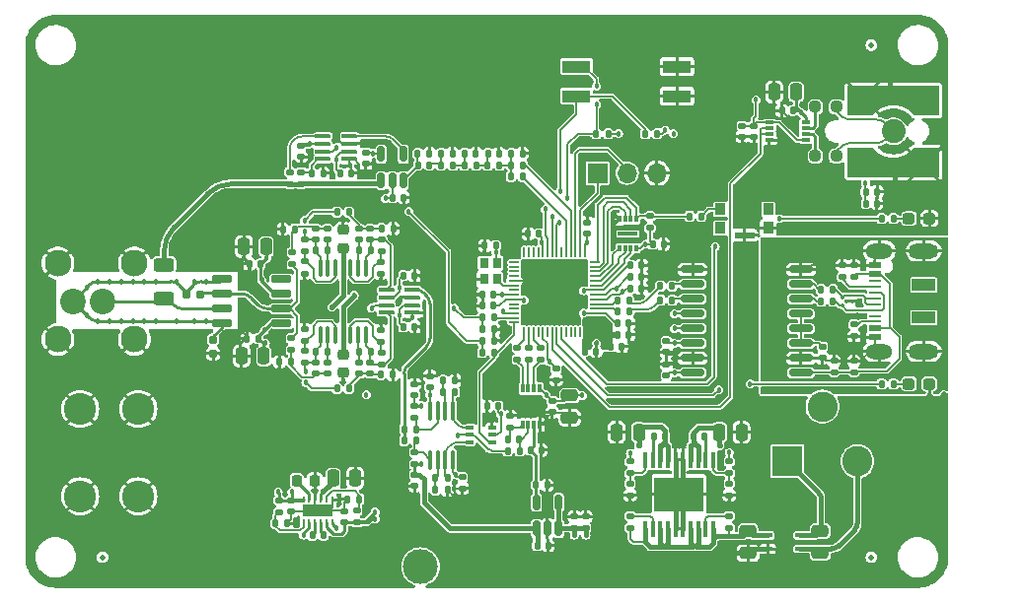
<source format=gtl>
G04 #@! TF.GenerationSoftware,KiCad,Pcbnew,7.0.6-7.0.6~ubuntu20.04.1*
G04 #@! TF.CreationDate,2024-05-17T12:06:41-07:00*
G04 #@! TF.ProjectId,harp_lick_detector_capactive,68617270-5f6c-4696-936b-5f6465746563,rev?*
G04 #@! TF.SameCoordinates,PX640a5a0PY7088980*
G04 #@! TF.FileFunction,Copper,L1,Top*
G04 #@! TF.FilePolarity,Positive*
%FSLAX46Y46*%
G04 Gerber Fmt 4.6, Leading zero omitted, Abs format (unit mm)*
G04 Created by KiCad (PCBNEW 7.0.6-7.0.6~ubuntu20.04.1) date 2024-05-17 12:06:41*
%MOMM*%
%LPD*%
G01*
G04 APERTURE LIST*
G04 Aperture macros list*
%AMRoundRect*
0 Rectangle with rounded corners*
0 $1 Rounding radius*
0 $2 $3 $4 $5 $6 $7 $8 $9 X,Y pos of 4 corners*
0 Add a 4 corners polygon primitive as box body*
4,1,4,$2,$3,$4,$5,$6,$7,$8,$9,$2,$3,0*
0 Add four circle primitives for the rounded corners*
1,1,$1+$1,$2,$3*
1,1,$1+$1,$4,$5*
1,1,$1+$1,$6,$7*
1,1,$1+$1,$8,$9*
0 Add four rect primitives between the rounded corners*
20,1,$1+$1,$2,$3,$4,$5,0*
20,1,$1+$1,$4,$5,$6,$7,0*
20,1,$1+$1,$6,$7,$8,$9,0*
20,1,$1+$1,$8,$9,$2,$3,0*%
%AMFreePoly0*
4,1,40,6.515355,1.015355,6.530000,0.980000,6.530000,-1.460000,6.515355,-1.495355,6.480000,-1.510000,4.370000,-1.510000,4.367882,-1.509122,4.365698,-1.509814,4.350485,-1.501916,4.334645,-1.495355,4.333768,-1.493237,4.331734,-1.492182,4.233315,-1.375157,4.010127,-1.166713,3.760982,-0.990847,3.490207,-0.850543,3.202844,-0.748414,2.904254,-0.686367,2.599999,-0.665555,2.295745,-0.686367,
1.997154,-0.748415,1.709792,-0.850543,1.439022,-0.990844,1.189872,-1.166713,0.966684,-1.375157,0.868266,-1.492182,0.866231,-1.493237,0.865355,-1.495355,0.849514,-1.501916,0.834302,-1.509814,0.832117,-1.509122,0.830000,-1.510000,-1.280000,-1.510000,-1.315355,-1.495355,-1.330000,-1.460000,-1.330000,0.980000,-1.315355,1.015355,-1.280000,1.030000,6.480000,1.030000,6.515355,1.015355,
6.515355,1.015355,$1*%
G04 Aperture macros list end*
G04 #@! TA.AperFunction,SMDPad,CuDef*
%ADD10RoundRect,0.140000X-0.140000X-0.170000X0.140000X-0.170000X0.140000X0.170000X-0.140000X0.170000X0*%
G04 #@! TD*
G04 #@! TA.AperFunction,SMDPad,CuDef*
%ADD11RoundRect,0.140000X-0.170000X0.140000X-0.170000X-0.140000X0.170000X-0.140000X0.170000X0.140000X0*%
G04 #@! TD*
G04 #@! TA.AperFunction,SMDPad,CuDef*
%ADD12RoundRect,0.135000X0.185000X-0.135000X0.185000X0.135000X-0.185000X0.135000X-0.185000X-0.135000X0*%
G04 #@! TD*
G04 #@! TA.AperFunction,SMDPad,CuDef*
%ADD13RoundRect,0.135000X-0.135000X-0.185000X0.135000X-0.185000X0.135000X0.185000X-0.135000X0.185000X0*%
G04 #@! TD*
G04 #@! TA.AperFunction,SMDPad,CuDef*
%ADD14RoundRect,0.237500X0.287500X0.237500X-0.287500X0.237500X-0.287500X-0.237500X0.287500X-0.237500X0*%
G04 #@! TD*
G04 #@! TA.AperFunction,SMDPad,CuDef*
%ADD15RoundRect,0.135000X-0.185000X0.135000X-0.185000X-0.135000X0.185000X-0.135000X0.185000X0.135000X0*%
G04 #@! TD*
G04 #@! TA.AperFunction,SMDPad,CuDef*
%ADD16RoundRect,0.140000X0.140000X0.170000X-0.140000X0.170000X-0.140000X-0.170000X0.140000X-0.170000X0*%
G04 #@! TD*
G04 #@! TA.AperFunction,SMDPad,CuDef*
%ADD17RoundRect,0.135000X0.135000X0.185000X-0.135000X0.185000X-0.135000X-0.185000X0.135000X-0.185000X0*%
G04 #@! TD*
G04 #@! TA.AperFunction,ComponentPad*
%ADD18R,2.600000X2.600000*%
G04 #@! TD*
G04 #@! TA.AperFunction,ComponentPad*
%ADD19C,2.600000*%
G04 #@! TD*
G04 #@! TA.AperFunction,SMDPad,CuDef*
%ADD20RoundRect,0.140000X0.170000X-0.140000X0.170000X0.140000X-0.170000X0.140000X-0.170000X-0.140000X0*%
G04 #@! TD*
G04 #@! TA.AperFunction,SMDPad,CuDef*
%ADD21RoundRect,0.250000X-0.475000X0.250000X-0.475000X-0.250000X0.475000X-0.250000X0.475000X0.250000X0*%
G04 #@! TD*
G04 #@! TA.AperFunction,SMDPad,CuDef*
%ADD22RoundRect,0.160000X0.160000X-0.197500X0.160000X0.197500X-0.160000X0.197500X-0.160000X-0.197500X0*%
G04 #@! TD*
G04 #@! TA.AperFunction,ComponentPad*
%ADD23C,2.200000*%
G04 #@! TD*
G04 #@! TA.AperFunction,ComponentPad*
%ADD24C,2.300000*%
G04 #@! TD*
G04 #@! TA.AperFunction,SMDPad,CuDef*
%ADD25R,2.440000X1.120000*%
G04 #@! TD*
G04 #@! TA.AperFunction,SMDPad,CuDef*
%ADD26RoundRect,0.100000X-0.562500X-0.100000X0.562500X-0.100000X0.562500X0.100000X-0.562500X0.100000X0*%
G04 #@! TD*
G04 #@! TA.AperFunction,SMDPad,CuDef*
%ADD27RoundRect,0.075000X-0.075000X0.075000X-0.075000X-0.075000X0.075000X-0.075000X0.075000X0.075000X0*%
G04 #@! TD*
G04 #@! TA.AperFunction,SMDPad,CuDef*
%ADD28RoundRect,0.250000X-0.625000X0.312500X-0.625000X-0.312500X0.625000X-0.312500X0.625000X0.312500X0*%
G04 #@! TD*
G04 #@! TA.AperFunction,SMDPad,CuDef*
%ADD29RoundRect,0.062500X-0.062500X0.187500X-0.062500X-0.187500X0.062500X-0.187500X0.062500X0.187500X0*%
G04 #@! TD*
G04 #@! TA.AperFunction,ComponentPad*
%ADD30C,0.600000*%
G04 #@! TD*
G04 #@! TA.AperFunction,SMDPad,CuDef*
%ADD31R,2.650000X1.000000*%
G04 #@! TD*
G04 #@! TA.AperFunction,SMDPad,CuDef*
%ADD32RoundRect,0.250000X-0.250000X-0.475000X0.250000X-0.475000X0.250000X0.475000X-0.250000X0.475000X0*%
G04 #@! TD*
G04 #@! TA.AperFunction,SMDPad,CuDef*
%ADD33RoundRect,0.225000X0.250000X-0.225000X0.250000X0.225000X-0.250000X0.225000X-0.250000X-0.225000X0*%
G04 #@! TD*
G04 #@! TA.AperFunction,SMDPad,CuDef*
%ADD34RoundRect,0.150000X-0.725000X-0.150000X0.725000X-0.150000X0.725000X0.150000X-0.725000X0.150000X0*%
G04 #@! TD*
G04 #@! TA.AperFunction,SMDPad,CuDef*
%ADD35R,0.800000X0.300000*%
G04 #@! TD*
G04 #@! TA.AperFunction,SMDPad,CuDef*
%ADD36RoundRect,0.050000X-0.050000X0.387500X-0.050000X-0.387500X0.050000X-0.387500X0.050000X0.387500X0*%
G04 #@! TD*
G04 #@! TA.AperFunction,SMDPad,CuDef*
%ADD37RoundRect,0.050000X-0.387500X0.050000X-0.387500X-0.050000X0.387500X-0.050000X0.387500X0.050000X0*%
G04 #@! TD*
G04 #@! TA.AperFunction,ComponentPad*
%ADD38C,0.457200*%
G04 #@! TD*
G04 #@! TA.AperFunction,SMDPad,CuDef*
%ADD39RoundRect,0.144000X-1.456000X1.456000X-1.456000X-1.456000X1.456000X-1.456000X1.456000X1.456000X0*%
G04 #@! TD*
G04 #@! TA.AperFunction,SMDPad,CuDef*
%ADD40RoundRect,0.237500X-0.250000X-0.237500X0.250000X-0.237500X0.250000X0.237500X-0.250000X0.237500X0*%
G04 #@! TD*
G04 #@! TA.AperFunction,SMDPad,CuDef*
%ADD41R,2.000000X1.000000*%
G04 #@! TD*
G04 #@! TA.AperFunction,SMDPad,CuDef*
%ADD42R,1.000000X0.520000*%
G04 #@! TD*
G04 #@! TA.AperFunction,SMDPad,CuDef*
%ADD43R,1.000000X0.270000*%
G04 #@! TD*
G04 #@! TA.AperFunction,ComponentPad*
%ADD44O,2.300000X1.300000*%
G04 #@! TD*
G04 #@! TA.AperFunction,ComponentPad*
%ADD45O,2.600000X1.300000*%
G04 #@! TD*
G04 #@! TA.AperFunction,SMDPad,CuDef*
%ADD46RoundRect,0.250000X0.250000X0.475000X-0.250000X0.475000X-0.250000X-0.475000X0.250000X-0.475000X0*%
G04 #@! TD*
G04 #@! TA.AperFunction,SMDPad,CuDef*
%ADD47R,0.900000X1.000000*%
G04 #@! TD*
G04 #@! TA.AperFunction,SMDPad,CuDef*
%ADD48R,1.700000X0.550000*%
G04 #@! TD*
G04 #@! TA.AperFunction,SMDPad,CuDef*
%ADD49R,0.800000X0.900000*%
G04 #@! TD*
G04 #@! TA.AperFunction,SMDPad,CuDef*
%ADD50RoundRect,0.147500X-0.172500X0.147500X-0.172500X-0.147500X0.172500X-0.147500X0.172500X0.147500X0*%
G04 #@! TD*
G04 #@! TA.AperFunction,SMDPad,CuDef*
%ADD51C,0.500000*%
G04 #@! TD*
G04 #@! TA.AperFunction,SMDPad,CuDef*
%ADD52RoundRect,0.100000X-0.100000X0.712500X-0.100000X-0.712500X0.100000X-0.712500X0.100000X0.712500X0*%
G04 #@! TD*
G04 #@! TA.AperFunction,SMDPad,CuDef*
%ADD53RoundRect,0.150000X0.875000X0.150000X-0.875000X0.150000X-0.875000X-0.150000X0.875000X-0.150000X0*%
G04 #@! TD*
G04 #@! TA.AperFunction,SMDPad,CuDef*
%ADD54R,0.300000X0.800000*%
G04 #@! TD*
G04 #@! TA.AperFunction,SMDPad,CuDef*
%ADD55C,2.050000*%
G04 #@! TD*
G04 #@! TA.AperFunction,SMDPad,CuDef*
%ADD56FreePoly0,180.000000*%
G04 #@! TD*
G04 #@! TA.AperFunction,SMDPad,CuDef*
%ADD57FreePoly0,0.000000*%
G04 #@! TD*
G04 #@! TA.AperFunction,SMDPad,CuDef*
%ADD58RoundRect,0.100000X0.100000X-0.637500X0.100000X0.637500X-0.100000X0.637500X-0.100000X-0.637500X0*%
G04 #@! TD*
G04 #@! TA.AperFunction,SMDPad,CuDef*
%ADD59RoundRect,0.100000X0.225000X0.100000X-0.225000X0.100000X-0.225000X-0.100000X0.225000X-0.100000X0*%
G04 #@! TD*
G04 #@! TA.AperFunction,SMDPad,CuDef*
%ADD60RoundRect,0.147500X0.147500X0.172500X-0.147500X0.172500X-0.147500X-0.172500X0.147500X-0.172500X0*%
G04 #@! TD*
G04 #@! TA.AperFunction,SMDPad,CuDef*
%ADD61R,0.450000X1.450000*%
G04 #@! TD*
G04 #@! TA.AperFunction,SMDPad,CuDef*
%ADD62R,4.200000X3.000000*%
G04 #@! TD*
G04 #@! TA.AperFunction,SMDPad,CuDef*
%ADD63RoundRect,0.160000X-0.197500X-0.160000X0.197500X-0.160000X0.197500X0.160000X-0.197500X0.160000X0*%
G04 #@! TD*
G04 #@! TA.AperFunction,ComponentPad*
%ADD64C,2.750000*%
G04 #@! TD*
G04 #@! TA.AperFunction,SMDPad,CuDef*
%ADD65RoundRect,0.225000X-0.225000X-0.250000X0.225000X-0.250000X0.225000X0.250000X-0.225000X0.250000X0*%
G04 #@! TD*
G04 #@! TA.AperFunction,SMDPad,CuDef*
%ADD66RoundRect,0.150000X0.150000X-0.512500X0.150000X0.512500X-0.150000X0.512500X-0.150000X-0.512500X0*%
G04 #@! TD*
G04 #@! TA.AperFunction,ComponentPad*
%ADD67R,1.700000X1.700000*%
G04 #@! TD*
G04 #@! TA.AperFunction,ComponentPad*
%ADD68O,1.700000X1.700000*%
G04 #@! TD*
G04 #@! TA.AperFunction,SMDPad,CuDef*
%ADD69R,0.300000X0.600000*%
G04 #@! TD*
G04 #@! TA.AperFunction,SMDPad,CuDef*
%ADD70R,1.700000X0.300000*%
G04 #@! TD*
G04 #@! TA.AperFunction,SMDPad,CuDef*
%ADD71RoundRect,0.100000X0.350000X0.100000X-0.350000X0.100000X-0.350000X-0.100000X0.350000X-0.100000X0*%
G04 #@! TD*
G04 #@! TA.AperFunction,ComponentPad*
%ADD72C,3.000000*%
G04 #@! TD*
G04 #@! TA.AperFunction,ViaPad*
%ADD73C,0.457200*%
G04 #@! TD*
G04 #@! TA.AperFunction,Conductor*
%ADD74C,0.152400*%
G04 #@! TD*
G04 #@! TA.AperFunction,Conductor*
%ADD75C,0.250000*%
G04 #@! TD*
G04 #@! TA.AperFunction,Conductor*
%ADD76C,0.400000*%
G04 #@! TD*
G04 #@! TA.AperFunction,Conductor*
%ADD77C,0.200000*%
G04 #@! TD*
G04 #@! TA.AperFunction,Conductor*
%ADD78C,0.254000*%
G04 #@! TD*
G04 #@! TA.AperFunction,Conductor*
%ADD79C,0.500000*%
G04 #@! TD*
G04 APERTURE END LIST*
D10*
G04 #@! TO.P,C6,1*
G04 #@! TO.N,GND*
X39620000Y24600000D03*
G04 #@! TO.P,C6,2*
G04 #@! TO.N,+1V1*
X40580000Y24600000D03*
G04 #@! TD*
D11*
G04 #@! TO.P,C30,1*
G04 #@! TO.N,Net-(C30-Pad1)*
X25300000Y31230000D03*
G04 #@! TO.P,C30,2*
G04 #@! TO.N,Net-(C30-Pad2)*
X25300000Y30270000D03*
G04 #@! TD*
D12*
G04 #@! TO.P,R28,1*
G04 #@! TO.N,Net-(U13-SDO)*
X43600000Y19990000D03*
G04 #@! TO.P,R28,2*
G04 #@! TO.N,/Harp Core RP2040 + Isolated USB/PIO_POCI*
X43600000Y21010000D03*
G04 #@! TD*
D13*
G04 #@! TO.P,R24,1*
G04 #@! TO.N,GND*
X22190000Y19800000D03*
G04 #@! TO.P,R24,2*
G04 #@! TO.N,Net-(C33-Pad1)*
X23210000Y19800000D03*
G04 #@! TD*
D14*
G04 #@! TO.P,D1,1,K*
G04 #@! TO.N,GND*
X77975000Y17900000D03*
G04 #@! TO.P,D1,2,A*
G04 #@! TO.N,Net-(D1-A)*
X76225000Y17900000D03*
G04 #@! TD*
D15*
G04 #@! TO.P,R56,1*
G04 #@! TO.N,Net-(R56-Pad1)*
X23070866Y36110000D03*
G04 #@! TO.P,R56,2*
G04 #@! TO.N,/100KHz Sine Wave/VSINE*
X23070866Y35090000D03*
G04 #@! TD*
D16*
G04 #@! TO.P,C21,1*
G04 #@! TO.N,-2V5*
X20380000Y21800000D03*
G04 #@! TO.P,C21,2*
G04 #@! TO.N,GND*
X19420000Y21800000D03*
G04 #@! TD*
G04 #@! TO.P,C19,1*
G04 #@! TO.N,GND*
X49380000Y20700000D03*
G04 #@! TO.P,C19,2*
G04 #@! TO.N,+3.3V*
X48420000Y20700000D03*
G04 #@! TD*
D12*
G04 #@! TO.P,R40,1*
G04 #@! TO.N,GND*
X60800000Y8327500D03*
G04 #@! TO.P,R40,2*
G04 #@! TO.N,Net-(U12-ADJ1)*
X60800000Y9347500D03*
G04 #@! TD*
D17*
G04 #@! TO.P,R52,1*
G04 #@! TO.N,GND*
X36610000Y8800000D03*
G04 #@! TO.P,R52,2*
G04 #@! TO.N,Net-(U10B--)*
X35590000Y8800000D03*
G04 #@! TD*
D12*
G04 #@! TO.P,R44,1*
G04 #@! TO.N,Net-(U13-~{CS})*
X42600000Y19990000D03*
G04 #@! TO.P,R44,2*
G04 #@! TO.N,/Harp Core RP2040 + Isolated USB/PIO_CS*
X42600000Y21010000D03*
G04 #@! TD*
D16*
G04 #@! TO.P,C71,1*
G04 #@! TO.N,GND*
X28350866Y36000000D03*
G04 #@! TO.P,C71,2*
G04 #@! TO.N,-2V5*
X27390866Y36000000D03*
G04 #@! TD*
D10*
G04 #@! TO.P,C9,1*
G04 #@! TO.N,+1V1*
X51220000Y23100000D03*
G04 #@! TO.P,C9,2*
G04 #@! TO.N,GND*
X52180000Y23100000D03*
G04 #@! TD*
D15*
G04 #@! TO.P,R73,1*
G04 #@! TO.N,GND*
X30900000Y22520000D03*
G04 #@! TO.P,R73,2*
G04 #@! TO.N,Net-(U6B-+)*
X30900000Y21500000D03*
G04 #@! TD*
D13*
G04 #@! TO.P,R58,1*
G04 #@! TO.N,/Harp Core RP2040 + Isolated USB/GAIN_SEL_DIP*
X53590000Y39400000D03*
G04 #@! TO.P,R58,2*
G04 #@! TO.N,+3.3V*
X54610000Y39400000D03*
G04 #@! TD*
D12*
G04 #@! TO.P,R67,1*
G04 #@! TO.N,Net-(U6C-+)*
X31000000Y29290000D03*
G04 #@! TO.P,R67,2*
G04 #@! TO.N,Net-(C68-Pad2)*
X31000000Y30310000D03*
G04 #@! TD*
D13*
G04 #@! TO.P,R62,1*
G04 #@! TO.N,Net-(U10B--)*
X35590000Y9800000D03*
G04 #@! TO.P,R62,2*
G04 #@! TO.N,Net-(R62-Pad2)*
X36610000Y9800000D03*
G04 #@! TD*
D18*
G04 #@! TO.P,J6,1*
G04 #@! TO.N,+12V*
X65800000Y11250000D03*
D19*
G04 #@! TO.P,J6,2*
G04 #@! TO.N,GND2*
X71800000Y11250000D03*
G04 #@! TO.P,J6,3*
G04 #@! TO.N,unconnected-(J6-Pad3)*
X68800000Y15950000D03*
G04 #@! TD*
D20*
G04 #@! TO.P,C61,1*
G04 #@! TO.N,GND*
X29600000Y36820000D03*
G04 #@! TO.P,C61,2*
G04 #@! TO.N,+2V5*
X29600000Y37780000D03*
G04 #@! TD*
G04 #@! TO.P,C27,1*
G04 #@! TO.N,+5V*
X48500000Y5520000D03*
G04 #@! TO.P,C27,2*
G04 #@! TO.N,GND*
X48500000Y6480000D03*
G04 #@! TD*
D13*
G04 #@! TO.P,R66,1*
G04 #@! TO.N,Net-(U6C--)*
X28990000Y29350000D03*
G04 #@! TO.P,R66,2*
G04 #@! TO.N,Net-(C68-Pad2)*
X30010000Y29350000D03*
G04 #@! TD*
D11*
G04 #@! TO.P,C38,1*
G04 #@! TO.N,GND*
X33800000Y17880000D03*
G04 #@! TO.P,C38,2*
G04 #@! TO.N,VREF_1V25*
X33800000Y16920000D03*
G04 #@! TD*
D21*
G04 #@! TO.P,C45,1*
G04 #@! TO.N,IN1*
X62400000Y5250000D03*
G04 #@! TO.P,C45,2*
G04 #@! TO.N,GND*
X62400000Y3350000D03*
G04 #@! TD*
D22*
G04 #@! TO.P,R59,1*
G04 #@! TO.N,GND*
X16500000Y20502500D03*
G04 #@! TO.P,R59,2*
G04 #@! TO.N,/Lick Detection Analog Front End/triax_inner_shield*
X16500000Y21697500D03*
G04 #@! TD*
D17*
G04 #@! TO.P,R26,1*
G04 #@! TO.N,Net-(U6A--)*
X26310000Y20650000D03*
G04 #@! TO.P,R26,2*
G04 #@! TO.N,Net-(C33-Pad2)*
X25290000Y20650000D03*
G04 #@! TD*
D13*
G04 #@! TO.P,R75,1*
G04 #@! TO.N,GAIN_SEL_2V5*
X39590000Y20600000D03*
G04 #@! TO.P,R75,2*
G04 #@! TO.N,GAIN_SEL*
X40610000Y20600000D03*
G04 #@! TD*
G04 #@! TO.P,R60,1*
G04 #@! TO.N,FREQ_SEL_2V5*
X39590000Y22600000D03*
G04 #@! TO.P,R60,2*
G04 #@! TO.N,GND*
X40610000Y22600000D03*
G04 #@! TD*
D15*
G04 #@! TO.P,R38,1*
G04 #@! TO.N,+5V*
X60800000Y11247500D03*
G04 #@! TO.P,R38,2*
G04 #@! TO.N,Net-(U12-ADJ1)*
X60800000Y10227500D03*
G04 #@! TD*
D23*
G04 #@! TO.P,J3,1,In*
G04 #@! TO.N,/Lick Detection Analog Front End/triax_core*
X7000000Y25000000D03*
G04 #@! TO.P,J3,2,Guard*
G04 #@! TO.N,/Lick Detection Analog Front End/triax_inner_shield*
X4460000Y25000000D03*
D24*
G04 #@! TO.P,J3,3,Shield*
G04 #@! TO.N,GND*
X3190000Y21723400D03*
X9743200Y21723400D03*
X3190000Y28276600D03*
X9743200Y28276600D03*
G04 #@! TD*
D25*
G04 #@! TO.P,SW2,1*
G04 #@! TO.N,/Harp Core RP2040 + Isolated USB/FREQ_SEL_DIP*
X47695000Y45170000D03*
G04 #@! TO.P,SW2,2*
G04 #@! TO.N,/Harp Core RP2040 + Isolated USB/GAIN_SEL_DIP*
X47695000Y42630000D03*
G04 #@! TO.P,SW2,3*
G04 #@! TO.N,GND*
X56305000Y42630000D03*
G04 #@! TO.P,SW2,4*
X56305000Y45170000D03*
G04 #@! TD*
D10*
G04 #@! TO.P,C13,1*
G04 #@! TO.N,GND*
X43520000Y30800000D03*
G04 #@! TO.P,C13,2*
G04 #@! TO.N,+3.3V*
X44480000Y30800000D03*
G04 #@! TD*
D13*
G04 #@! TO.P,R11,1*
G04 #@! TO.N,Net-(U4-USB_DM)*
X51190000Y24100000D03*
G04 #@! TO.P,R11,2*
G04 #@! TO.N,/Harp Core RP2040 + Isolated USB/DD-*
X52210000Y24100000D03*
G04 #@! TD*
D10*
G04 #@! TO.P,C60,1*
G04 #@! TO.N,GND*
X40020000Y16000000D03*
G04 #@! TO.P,C60,2*
G04 #@! TO.N,+3.3V*
X40980000Y16000000D03*
G04 #@! TD*
G04 #@! TO.P,C8,1*
G04 #@! TO.N,+3.3V*
X72520000Y33400000D03*
G04 #@! TO.P,C8,2*
G04 #@! TO.N,GND*
X73480000Y33400000D03*
G04 #@! TD*
D26*
G04 #@! TO.P,U14,1*
G04 #@! TO.N,Net-(C68-Pad2)*
X31362500Y25975000D03*
G04 #@! TO.P,U14,2,V+*
G04 #@! TO.N,+2V5*
X31362500Y25325000D03*
G04 #@! TO.P,U14,3*
G04 #@! TO.N,FREQ_SEL_2V5*
X31362500Y24675000D03*
G04 #@! TO.P,U14,4*
G04 #@! TO.N,Net-(C73-Pad2)*
X31362500Y24025000D03*
G04 #@! TO.P,U14,5,GND*
G04 #@! TO.N,GND*
X33637500Y24025000D03*
G04 #@! TO.P,U14,6,V-*
G04 #@! TO.N,-2V5*
X33637500Y24675000D03*
G04 #@! TO.P,U14,7,~{EN}*
G04 #@! TO.N,GND*
X33637500Y25325000D03*
G04 #@! TO.P,U14,8*
G04 #@! TO.N,Net-(R49-Pad1)*
X33637500Y25975000D03*
G04 #@! TD*
D20*
G04 #@! TO.P,C64,1*
G04 #@! TO.N,GND*
X37900000Y8920000D03*
G04 #@! TO.P,C64,2*
G04 #@! TO.N,+2V5*
X37900000Y9880000D03*
G04 #@! TD*
D27*
G04 #@! TO.P,U2,1,D+*
G04 #@! TO.N,/Harp Core RP2040 + Isolated USB/D+*
X70475000Y25350000D03*
G04 #@! TO.P,U2,2,D-*
G04 #@! TO.N,/Harp Core RP2040 + Isolated USB/D-*
X70475000Y24650000D03*
G04 #@! TO.P,U2,3,GND*
G04 #@! TO.N,GND1*
X71325000Y25000000D03*
G04 #@! TD*
D16*
G04 #@! TO.P,C41,1*
G04 #@! TO.N,Net-(U11-C+)*
X25980000Y4900000D03*
G04 #@! TO.P,C41,2*
G04 #@! TO.N,Net-(U11-C-)*
X25020000Y4900000D03*
G04 #@! TD*
D12*
G04 #@! TO.P,R29,1*
G04 #@! TO.N,Net-(U13-SCLK)*
X44600000Y19990000D03*
G04 #@! TO.P,R29,2*
G04 #@! TO.N,/Harp Core RP2040 + Isolated USB/PIO_SCK*
X44600000Y21010000D03*
G04 #@! TD*
D15*
G04 #@! TO.P,R39,1*
G04 #@! TO.N,+3.3V*
X52300000Y11247500D03*
G04 #@! TO.P,R39,2*
G04 #@! TO.N,Net-(U12-ADJ2)*
X52300000Y10227500D03*
G04 #@! TD*
D28*
G04 #@! TO.P,R14,1*
G04 #@! TO.N,/100KHz Sine Wave/VSINE*
X12300000Y28150000D03*
G04 #@! TO.P,R14,2*
G04 #@! TO.N,/Lick Detection Analog Front End/triax_core*
X12300000Y25225000D03*
G04 #@! TD*
D16*
G04 #@! TO.P,C28,1*
G04 #@! TO.N,GND*
X45180000Y9200000D03*
G04 #@! TO.P,C28,2*
G04 #@! TO.N,VREF_2V5*
X44220000Y9200000D03*
G04 #@! TD*
D20*
G04 #@! TO.P,C56,1*
G04 #@! TO.N,VBUS*
X71500000Y18920000D03*
G04 #@! TO.P,C56,2*
G04 #@! TO.N,GND1*
X71500000Y19880000D03*
G04 #@! TD*
D17*
G04 #@! TO.P,R69,1*
G04 #@! TO.N,Net-(C73-Pad1)*
X28160000Y17500000D03*
G04 #@! TO.P,R69,2*
G04 #@! TO.N,Net-(C33-Pad2)*
X27140000Y17500000D03*
G04 #@! TD*
D29*
G04 #@! TO.P,U11,1,PGOOD*
G04 #@! TO.N,GND*
X26750000Y7950000D03*
G04 #@! TO.P,U11,2,FB+*
G04 #@! TO.N,Net-(U11-FB+)*
X26250000Y7950000D03*
G04 #@! TO.P,U11,3,VIN*
G04 #@! TO.N,+5V*
X25750000Y7950000D03*
G04 #@! TO.P,U11,4,GND*
G04 #@! TO.N,GND*
X25250000Y7950000D03*
G04 #@! TO.P,U11,5,CP*
G04 #@! TO.N,Net-(U11-CP)*
X24750000Y7950000D03*
G04 #@! TO.P,U11,6,OUT-*
G04 #@! TO.N,-2V5*
X24250000Y7950000D03*
G04 #@! TO.P,U11,7,FB-*
G04 #@! TO.N,Net-(U11-FB-)*
X24250000Y6050000D03*
G04 #@! TO.P,U11,8,EN-*
G04 #@! TO.N,+5V*
X24750000Y6050000D03*
G04 #@! TO.P,U11,9,C-*
G04 #@! TO.N,Net-(U11-C-)*
X25250000Y6050000D03*
G04 #@! TO.P,U11,10,C+*
G04 #@! TO.N,Net-(U11-C+)*
X25750000Y6050000D03*
G04 #@! TO.P,U11,11,OUT+*
G04 #@! TO.N,+2V5*
X26250000Y6050000D03*
G04 #@! TO.P,U11,12,EN+*
G04 #@! TO.N,+5V*
X26750000Y6050000D03*
D30*
G04 #@! TO.P,U11,13,PAD*
G04 #@! TO.N,GND*
X26500000Y7000000D03*
X25500000Y7000000D03*
D31*
X25500000Y7000000D03*
D30*
X24500000Y7000000D03*
G04 #@! TD*
D32*
G04 #@! TO.P,C22,1*
G04 #@! TO.N,GND*
X19150000Y29700000D03*
G04 #@! TO.P,C22,2*
G04 #@! TO.N,+2V5*
X21050000Y29700000D03*
G04 #@! TD*
G04 #@! TO.P,C40,1*
G04 #@! TO.N,+5V*
X26800000Y9800000D03*
G04 #@! TO.P,C40,2*
G04 #@! TO.N,GND*
X28700000Y9800000D03*
G04 #@! TD*
D20*
G04 #@! TO.P,C54,1*
G04 #@! TO.N,GND*
X62900000Y39120000D03*
G04 #@! TO.P,C54,2*
G04 #@! TO.N,+3.3V*
X62900000Y40080000D03*
G04 #@! TD*
D12*
G04 #@! TO.P,R3,1*
G04 #@! TO.N,Net-(J5-CC2)*
X70500000Y27090000D03*
G04 #@! TO.P,R3,2*
G04 #@! TO.N,GND1*
X70500000Y28110000D03*
G04 #@! TD*
D33*
G04 #@! TO.P,C24,1*
G04 #@! TO.N,GND*
X27650000Y18875000D03*
G04 #@! TO.P,C24,2*
G04 #@! TO.N,+2V5*
X27650000Y20425000D03*
G04 #@! TD*
D13*
G04 #@! TO.P,R54,1*
G04 #@! TO.N,Net-(R54-Pad1)*
X24960866Y36000000D03*
G04 #@! TO.P,R54,2*
G04 #@! TO.N,GND*
X25980866Y36000000D03*
G04 #@! TD*
D34*
G04 #@! TO.P,U7,1,NC*
G04 #@! TO.N,/Lick Detection Analog Front End/triax_inner_shield*
X17225000Y26905000D03*
G04 #@! TO.P,U7,2,-*
G04 #@! TO.N,Net-(U7--)*
X17225000Y25635000D03*
G04 #@! TO.P,U7,3,+*
G04 #@! TO.N,/Lick Detection Analog Front End/triax_core*
X17225000Y24365000D03*
G04 #@! TO.P,U7,4,NC*
G04 #@! TO.N,/Lick Detection Analog Front End/triax_inner_shield*
X17225000Y23095000D03*
G04 #@! TO.P,U7,5,V-*
G04 #@! TO.N,-2V5*
X22375000Y23095000D03*
G04 #@! TO.P,U7,6*
G04 #@! TO.N,Net-(U7--)*
X22375000Y24365000D03*
G04 #@! TO.P,U7,7,V+*
G04 #@! TO.N,+2V5*
X22375000Y25635000D03*
G04 #@! TO.P,U7,8,~{SHDN}*
G04 #@! TO.N,unconnected-(U7-~{SHDN}-Pad8)*
X22375000Y26905000D03*
G04 #@! TD*
D35*
G04 #@! TO.P,U1,1,VCCA*
G04 #@! TO.N,+3.3V*
X64250000Y40350000D03*
G04 #@! TO.P,U1,2,1A*
G04 #@! TO.N,/Harp Core RP2040 + Isolated USB/TTL_OUT*
X64250000Y39850000D03*
G04 #@! TO.P,U1,3,2A*
X64250000Y39350000D03*
G04 #@! TO.P,U1,4,GND*
G04 #@! TO.N,GND*
X64250000Y38850000D03*
G04 #@! TO.P,U1,5,DIR*
G04 #@! TO.N,+3.3V*
X67350000Y38850000D03*
G04 #@! TO.P,U1,6,2B*
G04 #@! TO.N,Net-(U1-2B)*
X67350000Y39350000D03*
G04 #@! TO.P,U1,7,1B*
G04 #@! TO.N,Net-(U1-1B)*
X67350000Y39850000D03*
G04 #@! TO.P,U1,8,VCCB*
G04 #@! TO.N,+5V*
X67350000Y40350000D03*
G04 #@! TD*
D12*
G04 #@! TO.P,R47,1*
G04 #@! TO.N,Net-(U6A-+)*
X24350000Y21590000D03*
G04 #@! TO.P,R47,2*
G04 #@! TO.N,GND*
X24350000Y22610000D03*
G04 #@! TD*
G04 #@! TO.P,R46,1*
G04 #@! TO.N,GND*
X24350000Y27390000D03*
G04 #@! TO.P,R46,2*
G04 #@! TO.N,Net-(U6D-+)*
X24350000Y28410000D03*
G04 #@! TD*
D13*
G04 #@! TO.P,R57,1*
G04 #@! TO.N,/Harp Core RP2040 + Isolated USB/FREQ_SEL_DIP*
X49390000Y39400000D03*
G04 #@! TO.P,R57,2*
G04 #@! TO.N,+3.3V*
X50410000Y39400000D03*
G04 #@! TD*
D36*
G04 #@! TO.P,U4,1,IOVDD*
G04 #@! TO.N,+3.3V*
X48400000Y29200000D03*
G04 #@! TO.P,U4,2,GPIO0*
G04 #@! TO.N,/Harp Core RP2040 + Isolated USB/UART0_TXD*
X48000000Y29200000D03*
G04 #@! TO.P,U4,3,GPIO1*
G04 #@! TO.N,/Harp Core RP2040 + Isolated USB/UART0_RXD*
X47600000Y29200000D03*
G04 #@! TO.P,U4,4,GPIO2*
G04 #@! TO.N,/100KHz Sine Wave/100KHZ_IN*
X47200000Y29200000D03*
G04 #@! TO.P,U4,5,GPIO3*
G04 #@! TO.N,/100KHz Sine Wave/125KHZ_IN*
X46800000Y29200000D03*
G04 #@! TO.P,U4,6,GPIO4*
G04 #@! TO.N,unconnected-(U4-GPIO4-Pad6)*
X46400000Y29200000D03*
G04 #@! TO.P,U4,7,GPIO5*
G04 #@! TO.N,/Harp Core RP2040 + Isolated USB/HARP_CLK_SYNC*
X46000000Y29200000D03*
G04 #@! TO.P,U4,8,GPIO6*
G04 #@! TO.N,/Harp Core RP2040 + Isolated USB/FREQ_SEL_DIP*
X45600000Y29200000D03*
G04 #@! TO.P,U4,9,GPIO7*
G04 #@! TO.N,/Harp Core RP2040 + Isolated USB/GAIN_SEL_DIP*
X45200000Y29200000D03*
G04 #@! TO.P,U4,10,IOVDD*
G04 #@! TO.N,+3.3V*
X44800000Y29200000D03*
G04 #@! TO.P,U4,11,GPIO8*
G04 #@! TO.N,unconnected-(U4-GPIO8-Pad11)*
X44400000Y29200000D03*
G04 #@! TO.P,U4,12,GPIO9*
G04 #@! TO.N,unconnected-(U4-GPIO9-Pad12)*
X44000000Y29200000D03*
G04 #@! TO.P,U4,13,GPIO10*
G04 #@! TO.N,unconnected-(U4-GPIO10-Pad13)*
X43600000Y29200000D03*
G04 #@! TO.P,U4,14,GPIO11*
G04 #@! TO.N,unconnected-(U4-GPIO11-Pad14)*
X43200000Y29200000D03*
D37*
G04 #@! TO.P,U4,15,GPIO12*
G04 #@! TO.N,unconnected-(U4-GPIO12-Pad15)*
X42362500Y28362500D03*
G04 #@! TO.P,U4,16,GPIO13*
G04 #@! TO.N,unconnected-(U4-GPIO13-Pad16)*
X42362500Y27962500D03*
G04 #@! TO.P,U4,17,GPIO14*
G04 #@! TO.N,unconnected-(U4-GPIO14-Pad17)*
X42362500Y27562500D03*
G04 #@! TO.P,U4,18,GPIO15*
G04 #@! TO.N,unconnected-(U4-GPIO15-Pad18)*
X42362500Y27162500D03*
G04 #@! TO.P,U4,19,TESTEN*
G04 #@! TO.N,GND*
X42362500Y26762500D03*
G04 #@! TO.P,U4,20,XIN*
G04 #@! TO.N,Net-(U4-XIN)*
X42362500Y26362500D03*
G04 #@! TO.P,U4,21,XOUT*
G04 #@! TO.N,unconnected-(U4-XOUT-Pad21)*
X42362500Y25962500D03*
G04 #@! TO.P,U4,22,IOVDD*
G04 #@! TO.N,+3.3V*
X42362500Y25562500D03*
G04 #@! TO.P,U4,23,DVDD*
G04 #@! TO.N,+1V1*
X42362500Y25162500D03*
G04 #@! TO.P,U4,24,SWCLK*
G04 #@! TO.N,unconnected-(U4-SWCLK-Pad24)*
X42362500Y24762500D03*
G04 #@! TO.P,U4,25,SWD*
G04 #@! TO.N,unconnected-(U4-SWD-Pad25)*
X42362500Y24362500D03*
G04 #@! TO.P,U4,26,RUN*
G04 #@! TO.N,+3.3V*
X42362500Y23962500D03*
G04 #@! TO.P,U4,27,GPIO16*
G04 #@! TO.N,FREQ_SEL*
X42362500Y23562500D03*
G04 #@! TO.P,U4,28,GPIO17*
G04 #@! TO.N,GAIN_SEL*
X42362500Y23162500D03*
D36*
G04 #@! TO.P,U4,29,GPIO18*
G04 #@! TO.N,/Harp Core RP2040 + Isolated USB/PIO_CS*
X43200000Y22325000D03*
G04 #@! TO.P,U4,30,GPIO19*
G04 #@! TO.N,/Harp Core RP2040 + Isolated USB/PIO_POCI*
X43600000Y22325000D03*
G04 #@! TO.P,U4,31,GPIO20*
G04 #@! TO.N,/Harp Core RP2040 + Isolated USB/PIO_SCK*
X44000000Y22325000D03*
G04 #@! TO.P,U4,32,GPIO21*
G04 #@! TO.N,unconnected-(U4-GPIO21-Pad32)*
X44400000Y22325000D03*
G04 #@! TO.P,U4,33,IOVDD*
G04 #@! TO.N,+3.3V*
X44800000Y22325000D03*
G04 #@! TO.P,U4,34,GPIO22*
G04 #@! TO.N,unconnected-(U4-GPIO22-Pad34)*
X45200000Y22325000D03*
G04 #@! TO.P,U4,35,GPIO23*
G04 #@! TO.N,/Harp Core RP2040 + Isolated USB/TTL_OUT*
X45600000Y22325000D03*
G04 #@! TO.P,U4,36,GPIO24*
G04 #@! TO.N,Net-(U4-GPIO24)*
X46000000Y22325000D03*
G04 #@! TO.P,U4,37,GPIO25*
G04 #@! TO.N,Net-(U4-GPIO25)*
X46400000Y22325000D03*
G04 #@! TO.P,U4,38,GPIO26_ADC0*
G04 #@! TO.N,unconnected-(U4-GPIO26_ADC0-Pad38)*
X46800000Y22325000D03*
G04 #@! TO.P,U4,39,GPIO27_ADC1*
G04 #@! TO.N,unconnected-(U4-GPIO27_ADC1-Pad39)*
X47200000Y22325000D03*
G04 #@! TO.P,U4,40,GPIO28_ADC2*
G04 #@! TO.N,unconnected-(U4-GPIO28_ADC2-Pad40)*
X47600000Y22325000D03*
G04 #@! TO.P,U4,41,GPIO29_ADC3*
G04 #@! TO.N,unconnected-(U4-GPIO29_ADC3-Pad41)*
X48000000Y22325000D03*
G04 #@! TO.P,U4,42,IOVDD*
G04 #@! TO.N,+3.3V*
X48400000Y22325000D03*
D37*
G04 #@! TO.P,U4,43,ADC_AVDD*
X49237500Y23162500D03*
G04 #@! TO.P,U4,44,VREG_IN*
X49237500Y23562500D03*
G04 #@! TO.P,U4,45,VREG_VOUT*
G04 #@! TO.N,+1V1*
X49237500Y23962500D03*
G04 #@! TO.P,U4,46,USB_DM*
G04 #@! TO.N,Net-(U4-USB_DM)*
X49237500Y24362500D03*
G04 #@! TO.P,U4,47,USB_DP*
G04 #@! TO.N,Net-(U4-USB_DP)*
X49237500Y24762500D03*
G04 #@! TO.P,U4,48,USB_VDD*
G04 #@! TO.N,+3.3V*
X49237500Y25162500D03*
G04 #@! TO.P,U4,49,IOVDD*
X49237500Y25562500D03*
G04 #@! TO.P,U4,50,DVDD*
G04 #@! TO.N,+1V1*
X49237500Y25962500D03*
G04 #@! TO.P,U4,51,QSPI_SD3*
G04 #@! TO.N,/Harp Core RP2040 + Isolated USB/QSPI_D3*
X49237500Y26362500D03*
G04 #@! TO.P,U4,52,QSPI_SCLK*
G04 #@! TO.N,/Harp Core RP2040 + Isolated USB/QSPI_CLK*
X49237500Y26762500D03*
G04 #@! TO.P,U4,53,QSPI_SD0*
G04 #@! TO.N,/Harp Core RP2040 + Isolated USB/QSPI_D0*
X49237500Y27162500D03*
G04 #@! TO.P,U4,54,QSPI_SD2*
G04 #@! TO.N,/Harp Core RP2040 + Isolated USB/QSPI_D2*
X49237500Y27562500D03*
G04 #@! TO.P,U4,55,QSPI_SD1*
G04 #@! TO.N,/Harp Core RP2040 + Isolated USB/QSPI_D1*
X49237500Y27962500D03*
G04 #@! TO.P,U4,56,QSPI_SS*
G04 #@! TO.N,/Harp Core RP2040 + Isolated USB/QSPI_CS*
X49237500Y28362500D03*
D38*
G04 #@! TO.P,U4,57,GND*
G04 #@! TO.N,GND*
X47075000Y27037500D03*
X45800000Y27037500D03*
X44525000Y27037500D03*
X47075000Y25762500D03*
X45800000Y25762500D03*
D39*
X45800000Y25762500D03*
D38*
X44525000Y25762500D03*
X47075000Y24487500D03*
X45800000Y24487500D03*
X44525000Y24487500D03*
G04 #@! TD*
D20*
G04 #@! TO.P,C3,1*
G04 #@! TO.N,GND*
X55400000Y20620000D03*
G04 #@! TO.P,C3,2*
G04 #@! TO.N,+3.3V*
X55400000Y21580000D03*
G04 #@! TD*
D40*
G04 #@! TO.P,R30,1*
G04 #@! TO.N,Net-(U1-1B)*
X68187500Y41700000D03*
G04 #@! TO.P,R30,2*
G04 #@! TO.N,Net-(J7-In)*
X70012500Y41700000D03*
G04 #@! TD*
D41*
G04 #@! TO.P,J5,*
G04 #@! TO.N,*
X77500000Y23600000D03*
X77500000Y26400000D03*
D42*
G04 #@! TO.P,J5,A1,GND*
G04 #@! TO.N,GND1*
X73300000Y21900000D03*
G04 #@! TO.P,J5,A4,VBUS*
G04 #@! TO.N,VBUS*
X73300000Y22650000D03*
D43*
G04 #@! TO.P,J5,A5,CC1*
G04 #@! TO.N,Net-(J5-CC1)*
X73300000Y23250000D03*
G04 #@! TO.P,J5,A6,D+*
G04 #@! TO.N,/Harp Core RP2040 + Isolated USB/D+*
X73300000Y24750000D03*
G04 #@! TO.P,J5,A7,D-*
G04 #@! TO.N,/Harp Core RP2040 + Isolated USB/D-*
X73300000Y25750000D03*
G04 #@! TO.P,J5,A8,SBU1*
G04 #@! TO.N,unconnected-(J5-SBU1-PadA8)*
X73300000Y26750000D03*
D42*
G04 #@! TO.P,J5,A9,VBUS*
G04 #@! TO.N,VBUS*
X73300000Y27350000D03*
G04 #@! TO.P,J5,A12,GND*
G04 #@! TO.N,GND1*
X73300000Y28100000D03*
G04 #@! TO.P,J5,B1,GND*
X73300000Y28100000D03*
G04 #@! TO.P,J5,B4,VBUS*
G04 #@! TO.N,VBUS*
X73300000Y27350000D03*
D43*
G04 #@! TO.P,J5,B5,CC2*
G04 #@! TO.N,Net-(J5-CC2)*
X73300000Y26250000D03*
G04 #@! TO.P,J5,B6,D+*
G04 #@! TO.N,/Harp Core RP2040 + Isolated USB/D+*
X73300000Y25250000D03*
G04 #@! TO.P,J5,B7,D-*
G04 #@! TO.N,/Harp Core RP2040 + Isolated USB/D-*
X73300000Y24250000D03*
G04 #@! TO.P,J5,B8,SBU2*
G04 #@! TO.N,unconnected-(J5-SBU2-PadB8)*
X73300000Y23750000D03*
D42*
G04 #@! TO.P,J5,B9,VBUS*
G04 #@! TO.N,VBUS*
X73300000Y22650000D03*
G04 #@! TO.P,J5,B12,GND*
G04 #@! TO.N,GND1*
X73300000Y21900000D03*
D44*
G04 #@! TO.P,J5,S1,SHIELD*
X73675000Y20680000D03*
D45*
X77500000Y20680000D03*
D44*
X73675000Y29320000D03*
D45*
X77500000Y29320000D03*
G04 #@! TD*
D46*
G04 #@! TO.P,C23,1*
G04 #@! TO.N,-2V5*
X20850000Y20300000D03*
G04 #@! TO.P,C23,2*
G04 #@! TO.N,GND*
X18950000Y20300000D03*
G04 #@! TD*
D17*
G04 #@! TO.P,R7,1*
G04 #@! TO.N,Net-(U3-DD-)*
X55910000Y25100000D03*
G04 #@! TO.P,R7,2*
G04 #@! TO.N,/Harp Core RP2040 + Isolated USB/DD-*
X54890000Y25100000D03*
G04 #@! TD*
G04 #@! TO.P,R50,1*
G04 #@! TO.N,/100KHz Sine Wave/125KHZ_IN*
X43080866Y35700000D03*
G04 #@! TO.P,R50,2*
G04 #@! TO.N,Net-(C35-Pad1)*
X42060866Y35700000D03*
G04 #@! TD*
D47*
G04 #@! TO.P,SW1,1*
G04 #@! TO.N,unconnected-(SW1-Pad1)*
X60050000Y31300000D03*
G04 #@! TO.P,SW1,2*
G04 #@! TO.N,/Harp Core RP2040 + Isolated USB/USB_Boot*
X60050000Y32900000D03*
G04 #@! TO.P,SW1,3*
G04 #@! TO.N,unconnected-(SW1-Pad3)*
X64150000Y32900000D03*
G04 #@! TO.P,SW1,4*
G04 #@! TO.N,GND*
X64150000Y31300000D03*
D48*
G04 #@! TO.P,SW1,SH*
X62100000Y30675000D03*
G04 #@! TD*
D20*
G04 #@! TO.P,C2,1*
G04 #@! TO.N,GND1*
X68800000Y20120000D03*
G04 #@! TO.P,C2,2*
G04 #@! TO.N,/Harp Core RP2040 + Isolated USB/VDD1*
X68800000Y21080000D03*
G04 #@! TD*
D17*
G04 #@! TO.P,R17,1*
G04 #@! TO.N,Net-(C36-Pad1)*
X39080866Y36700000D03*
G04 #@! TO.P,R17,2*
G04 #@! TO.N,Net-(C57-Pad1)*
X38060866Y36700000D03*
G04 #@! TD*
D26*
G04 #@! TO.P,U18,1*
G04 #@! TO.N,Net-(R56-Pad1)*
X25933366Y39175000D03*
G04 #@! TO.P,U18,2,V+*
G04 #@! TO.N,+2V5*
X25933366Y38525000D03*
G04 #@! TO.P,U18,3*
G04 #@! TO.N,GAIN_SEL_2V5*
X25933366Y37875000D03*
G04 #@! TO.P,U18,4*
G04 #@! TO.N,Net-(R54-Pad1)*
X25933366Y37225000D03*
G04 #@! TO.P,U18,5,GND*
G04 #@! TO.N,GND*
X28208366Y37225000D03*
G04 #@! TO.P,U18,6,V-*
G04 #@! TO.N,-2V5*
X28208366Y37875000D03*
G04 #@! TO.P,U18,7,~{EN}*
G04 #@! TO.N,GND*
X28208366Y38525000D03*
G04 #@! TO.P,U18,8*
G04 #@! TO.N,Net-(U17--)*
X28208366Y39175000D03*
G04 #@! TD*
D12*
G04 #@! TO.P,R32,1*
G04 #@! TO.N,+2V5*
X28850000Y5990000D03*
G04 #@! TO.P,R32,2*
G04 #@! TO.N,Net-(U11-FB+)*
X28850000Y7010000D03*
G04 #@! TD*
D49*
G04 #@! TO.P,X1,1,Tri-State*
G04 #@! TO.N,unconnected-(X1-Tri-State-Pad1)*
X39750000Y28300000D03*
G04 #@! TO.P,X1,2,GND*
G04 #@! TO.N,GND*
X39750000Y26900000D03*
G04 #@! TO.P,X1,3,OUT*
G04 #@! TO.N,Net-(U4-XIN)*
X40850000Y26900000D03*
G04 #@! TO.P,X1,4,VDD*
G04 #@! TO.N,+3.3V*
X40850000Y28300000D03*
G04 #@! TD*
D16*
G04 #@! TO.P,C52,1*
G04 #@! TO.N,Net-(U13-AINP)*
X42780000Y13150000D03*
G04 #@! TO.P,C52,2*
G04 #@! TO.N,Net-(U13-AINM)*
X41820000Y13150000D03*
G04 #@! TD*
D17*
G04 #@! TO.P,R6,1*
G04 #@! TO.N,Net-(U3-DD+)*
X55910000Y26300000D03*
G04 #@! TO.P,R6,2*
G04 #@! TO.N,/Harp Core RP2040 + Isolated USB/DD+*
X54890000Y26300000D03*
G04 #@! TD*
D13*
G04 #@! TO.P,R61,1*
G04 #@! TO.N,GAIN_SEL_2V5*
X39590000Y21600000D03*
G04 #@! TO.P,R61,2*
G04 #@! TO.N,GND*
X40610000Y21600000D03*
G04 #@! TD*
G04 #@! TO.P,R12,1*
G04 #@! TO.N,Net-(U4-GPIO24)*
X73890000Y17900000D03*
G04 #@! TO.P,R12,2*
G04 #@! TO.N,Net-(D1-A)*
X74910000Y17900000D03*
G04 #@! TD*
D16*
G04 #@! TO.P,C50,1*
G04 #@! TO.N,GND*
X44680000Y12200000D03*
G04 #@! TO.P,C50,2*
G04 #@! TO.N,VREF_2V5*
X43720000Y12200000D03*
G04 #@! TD*
D50*
G04 #@! TO.P,D3,1,A1*
G04 #@! TO.N,GND1*
X71500000Y28085000D03*
G04 #@! TO.P,D3,2,A2*
G04 #@! TO.N,VBUS*
X71500000Y27115000D03*
G04 #@! TD*
D16*
G04 #@! TO.P,C14,1*
G04 #@! TO.N,GND*
X53280000Y26100000D03*
G04 #@! TO.P,C14,2*
G04 #@! TO.N,+3.3V*
X52320000Y26100000D03*
G04 #@! TD*
D20*
G04 #@! TO.P,C44,1*
G04 #@! TO.N,GND*
X23200000Y6920000D03*
G04 #@! TO.P,C44,2*
G04 #@! TO.N,-2V5*
X23200000Y7880000D03*
G04 #@! TD*
D10*
G04 #@! TO.P,C70,1*
G04 #@! TO.N,-2V5*
X32820000Y22800000D03*
G04 #@! TO.P,C70,2*
G04 #@! TO.N,GND*
X33780000Y22800000D03*
G04 #@! TD*
D17*
G04 #@! TO.P,R4,1*
G04 #@! TO.N,/Harp Core RP2040 + Isolated USB/D+*
X69710000Y26000000D03*
G04 #@! TO.P,R4,2*
G04 #@! TO.N,Net-(U3-UD+)*
X68690000Y26000000D03*
G04 #@! TD*
D14*
G04 #@! TO.P,D2,1,K*
G04 #@! TO.N,GND*
X77975000Y32100000D03*
G04 #@! TO.P,D2,2,A*
G04 #@! TO.N,Net-(D2-A)*
X76225000Y32100000D03*
G04 #@! TD*
D16*
G04 #@! TO.P,C18,1*
G04 #@! TO.N,GND*
X53280000Y27100000D03*
G04 #@! TO.P,C18,2*
G04 #@! TO.N,+3.3V*
X52320000Y27100000D03*
G04 #@! TD*
D13*
G04 #@! TO.P,R70,1*
G04 #@! TO.N,Net-(C73-Pad1)*
X30890000Y18700000D03*
G04 #@! TO.P,R70,2*
G04 #@! TO.N,GND*
X31910000Y18700000D03*
G04 #@! TD*
D10*
G04 #@! TO.P,C10,1*
G04 #@! TO.N,+3.3V*
X51220000Y22100000D03*
G04 #@! TO.P,C10,2*
G04 #@! TO.N,GND*
X52180000Y22100000D03*
G04 #@! TD*
D20*
G04 #@! TO.P,C69,1*
G04 #@! TO.N,-2V5*
X35100000Y17620000D03*
G04 #@! TO.P,C69,2*
G04 #@! TO.N,GND*
X35100000Y18580000D03*
G04 #@! TD*
D13*
G04 #@! TO.P,R49,1*
G04 #@! TO.N,Net-(R49-Pad1)*
X32890000Y13010000D03*
G04 #@! TO.P,R49,2*
G04 #@! TO.N,Net-(U10B-+)*
X33910000Y13010000D03*
G04 #@! TD*
D12*
G04 #@! TO.P,R27,1*
G04 #@! TO.N,Net-(U6D-+)*
X24350000Y29280000D03*
G04 #@! TO.P,R27,2*
G04 #@! TO.N,Net-(C30-Pad2)*
X24350000Y30300000D03*
G04 #@! TD*
G04 #@! TO.P,R18,1*
G04 #@! TO.N,Net-(U7--)*
X23300000Y28190000D03*
G04 #@! TO.P,R18,2*
G04 #@! TO.N,Net-(C30-Pad1)*
X23300000Y29210000D03*
G04 #@! TD*
D17*
G04 #@! TO.P,R5,1*
G04 #@! TO.N,/Harp Core RP2040 + Isolated USB/D-*
X69710000Y25000000D03*
G04 #@! TO.P,R5,2*
G04 #@! TO.N,Net-(U3-UD-)*
X68690000Y25000000D03*
G04 #@! TD*
D16*
G04 #@! TO.P,C59,1*
G04 #@! TO.N,GND*
X45280000Y4000000D03*
G04 #@! TO.P,C59,2*
G04 #@! TO.N,VREF_1V25*
X44320000Y4000000D03*
G04 #@! TD*
D15*
G04 #@! TO.P,R72,1*
G04 #@! TO.N,Net-(U6B-+)*
X31000000Y20610000D03*
G04 #@! TO.P,R72,2*
G04 #@! TO.N,Net-(C73-Pad2)*
X31000000Y19590000D03*
G04 #@! TD*
D17*
G04 #@! TO.P,R16,1*
G04 #@! TO.N,Net-(C35-Pad1)*
X41080866Y36700000D03*
G04 #@! TO.P,R16,2*
G04 #@! TO.N,Net-(C36-Pad1)*
X40060866Y36700000D03*
G04 #@! TD*
D46*
G04 #@! TO.P,C48,1*
G04 #@! TO.N,+3.3V*
X53050000Y13737500D03*
G04 #@! TO.P,C48,2*
G04 #@! TO.N,GND*
X51150000Y13737500D03*
G04 #@! TD*
D12*
G04 #@! TO.P,R23,1*
G04 #@! TO.N,Net-(C33-Pad1)*
X23200000Y20790000D03*
G04 #@! TO.P,R23,2*
G04 #@! TO.N,Net-(U7--)*
X23200000Y21810000D03*
G04 #@! TD*
D20*
G04 #@! TO.P,C51,1*
G04 #@! TO.N,GND*
X45600000Y15470000D03*
G04 #@! TO.P,C51,2*
G04 #@! TO.N,+3.3V*
X45600000Y16430000D03*
G04 #@! TD*
D11*
G04 #@! TO.P,C37,1*
G04 #@! TO.N,GND1*
X69800000Y19880000D03*
G04 #@! TO.P,C37,2*
G04 #@! TO.N,VBUS*
X69800000Y18920000D03*
G04 #@! TD*
D20*
G04 #@! TO.P,C74,1*
G04 #@! TO.N,Net-(C73-Pad1)*
X29000000Y18770000D03*
G04 #@! TO.P,C74,2*
G04 #@! TO.N,Net-(U6B--)*
X29000000Y19730000D03*
G04 #@! TD*
D15*
G04 #@! TO.P,R9,1*
G04 #@! TO.N,/Harp Core RP2040 + Isolated USB/QSPI_CS*
X54000000Y32310000D03*
G04 #@! TO.P,R9,2*
G04 #@! TO.N,+3.3V*
X54000000Y31290000D03*
G04 #@! TD*
D51*
G04 #@! TO.P,FID2,*
G04 #@! TO.N,*
X73000000Y3000000D03*
G04 #@! TD*
D16*
G04 #@! TO.P,C1,1*
G04 #@! TO.N,GND*
X55180000Y29900000D03*
G04 #@! TO.P,C1,2*
G04 #@! TO.N,+3.3V*
X54220000Y29900000D03*
G04 #@! TD*
D11*
G04 #@! TO.P,C31,1*
G04 #@! TO.N,Net-(C30-Pad1)*
X26300000Y31230000D03*
G04 #@! TO.P,C31,2*
G04 #@! TO.N,Net-(U6D--)*
X26300000Y30270000D03*
G04 #@! TD*
D10*
G04 #@! TO.P,C35,1*
G04 #@! TO.N,Net-(C35-Pad1)*
X42090866Y37700000D03*
G04 #@! TO.P,C35,2*
G04 #@! TO.N,GND*
X43050866Y37700000D03*
G04 #@! TD*
D52*
G04 #@! TO.P,U10,1*
G04 #@! TO.N,Net-(R22-Pad2)*
X37075000Y15612500D03*
G04 #@! TO.P,U10,2,-*
G04 #@! TO.N,Net-(U10A--)*
X36425000Y15612500D03*
G04 #@! TO.P,U10,3,+*
G04 #@! TO.N,Net-(U10A-+)*
X35775000Y15612500D03*
G04 #@! TO.P,U10,4,V-*
G04 #@! TO.N,-2V5*
X35125000Y15612500D03*
G04 #@! TO.P,U10,5,+*
G04 #@! TO.N,Net-(U10B-+)*
X35125000Y11387500D03*
G04 #@! TO.P,U10,6,-*
G04 #@! TO.N,Net-(U10B--)*
X35775000Y11387500D03*
G04 #@! TO.P,U10,7*
G04 #@! TO.N,Net-(R62-Pad2)*
X36425000Y11387500D03*
G04 #@! TO.P,U10,8,V+*
G04 #@! TO.N,+2V5*
X37075000Y11387500D03*
G04 #@! TD*
D13*
G04 #@! TO.P,R53,1*
G04 #@! TO.N,Net-(U10A--)*
X36240000Y18200000D03*
G04 #@! TO.P,R53,2*
G04 #@! TO.N,GND*
X37260000Y18200000D03*
G04 #@! TD*
D21*
G04 #@! TO.P,C11,1*
G04 #@! TO.N,+3.3V*
X47100000Y16900000D03*
G04 #@! TO.P,C11,2*
G04 #@! TO.N,GND*
X47100000Y15000000D03*
G04 #@! TD*
D46*
G04 #@! TO.P,C39,1*
G04 #@! TO.N,+5V*
X66550000Y43000000D03*
G04 #@! TO.P,C39,2*
G04 #@! TO.N,GND*
X64650000Y43000000D03*
G04 #@! TD*
D12*
G04 #@! TO.P,R41,1*
G04 #@! TO.N,GND*
X52300000Y8327500D03*
G04 #@! TO.P,R41,2*
G04 #@! TO.N,Net-(U12-ADJ2)*
X52300000Y9347500D03*
G04 #@! TD*
D11*
G04 #@! TO.P,C12,1*
G04 #@! TO.N,GND*
X48600000Y31780000D03*
G04 #@! TO.P,C12,2*
G04 #@! TO.N,+3.3V*
X48600000Y30820000D03*
G04 #@! TD*
D10*
G04 #@! TO.P,C15,1*
G04 #@! TO.N,GND*
X39620000Y25600000D03*
G04 #@! TO.P,C15,2*
G04 #@! TO.N,+3.3V*
X40580000Y25600000D03*
G04 #@! TD*
D53*
G04 #@! TO.P,U3,1,VBUS1*
G04 #@! TO.N,VBUS*
X66950000Y18855000D03*
G04 #@! TO.P,U3,2,GND1*
G04 #@! TO.N,GND1*
X66950000Y20125000D03*
G04 #@! TO.P,U3,3,VDD1*
G04 #@! TO.N,/Harp Core RP2040 + Isolated USB/VDD1*
X66950000Y21395000D03*
G04 #@! TO.P,U3,4,PDEN*
X66950000Y22665000D03*
G04 #@! TO.P,U3,5,SPU*
X66950000Y23935000D03*
G04 #@! TO.P,U3,6,UD-*
G04 #@! TO.N,Net-(U3-UD-)*
X66950000Y25205000D03*
G04 #@! TO.P,U3,7,UD+*
G04 #@! TO.N,Net-(U3-UD+)*
X66950000Y26475000D03*
G04 #@! TO.P,U3,8,GND1*
G04 #@! TO.N,GND1*
X66950000Y27745000D03*
G04 #@! TO.P,U3,9,GND2*
G04 #@! TO.N,GND*
X57650000Y27745000D03*
G04 #@! TO.P,U3,10,DD+*
G04 #@! TO.N,Net-(U3-DD+)*
X57650000Y26475000D03*
G04 #@! TO.P,U3,11,DD-*
G04 #@! TO.N,Net-(U3-DD-)*
X57650000Y25205000D03*
G04 #@! TO.P,U3,12,PIN*
G04 #@! TO.N,+3.3V*
X57650000Y23935000D03*
G04 #@! TO.P,U3,13,SPD*
X57650000Y22665000D03*
G04 #@! TO.P,U3,14,VDD2*
X57650000Y21395000D03*
G04 #@! TO.P,U3,15,GND2*
G04 #@! TO.N,GND*
X57650000Y20125000D03*
G04 #@! TO.P,U3,16,VBUS2*
G04 #@! TO.N,+3.3V*
X57650000Y18855000D03*
G04 #@! TD*
D10*
G04 #@! TO.P,C46,1*
G04 #@! TO.N,+5V*
X57720000Y13337500D03*
G04 #@! TO.P,C46,2*
G04 #@! TO.N,Net-(U12-BYP1)*
X58680000Y13337500D03*
G04 #@! TD*
G04 #@! TO.P,C55,1*
G04 #@! TO.N,GND*
X65320000Y41400000D03*
G04 #@! TO.P,C55,2*
G04 #@! TO.N,+5V*
X66280000Y41400000D03*
G04 #@! TD*
D20*
G04 #@! TO.P,C65,1*
G04 #@! TO.N,GND*
X33800000Y9120000D03*
G04 #@! TO.P,C65,2*
G04 #@! TO.N,VREF_1V25*
X33800000Y10080000D03*
G04 #@! TD*
D10*
G04 #@! TO.P,C57,1*
G04 #@! TO.N,Net-(C57-Pad1)*
X38090866Y37700000D03*
G04 #@! TO.P,C57,2*
G04 #@! TO.N,GND*
X39050866Y37700000D03*
G04 #@! TD*
D11*
G04 #@! TO.P,C26,1*
G04 #@! TO.N,GND*
X47500000Y6480000D03*
G04 #@! TO.P,C26,2*
G04 #@! TO.N,+5V*
X47500000Y5520000D03*
G04 #@! TD*
D17*
G04 #@! TO.P,R65,1*
G04 #@! TO.N,GND*
X31960000Y31250000D03*
G04 #@! TO.P,R65,2*
G04 #@! TO.N,Net-(C68-Pad1)*
X30940000Y31250000D03*
G04 #@! TD*
D16*
G04 #@! TO.P,C47,1*
G04 #@! TO.N,+3.3V*
X55280000Y13337500D03*
G04 #@! TO.P,C47,2*
G04 #@! TO.N,Net-(U12-BYP2)*
X54320000Y13337500D03*
G04 #@! TD*
D54*
G04 #@! TO.P,U13,1,DVDD*
G04 #@! TO.N,+3.3V*
X44550000Y17500000D03*
G04 #@! TO.P,U13,2,SCLK*
G04 #@! TO.N,Net-(U13-SCLK)*
X44050000Y17500000D03*
G04 #@! TO.P,U13,3,SDO*
G04 #@! TO.N,Net-(U13-SDO)*
X43550000Y17500000D03*
G04 #@! TO.P,U13,4,~{CS}*
G04 #@! TO.N,Net-(U13-~{CS})*
X43050000Y17500000D03*
G04 #@! TO.P,U13,5,AINM*
G04 #@! TO.N,Net-(U13-AINM)*
X43050000Y14400000D03*
G04 #@! TO.P,U13,6,AINP*
G04 #@! TO.N,Net-(U13-AINP)*
X43550000Y14400000D03*
G04 #@! TO.P,U13,7,AVDD*
G04 #@! TO.N,VREF_2V5*
X44050000Y14400000D03*
G04 #@! TO.P,U13,8,GND*
G04 #@! TO.N,GND*
X44550000Y14400000D03*
G04 #@! TD*
D17*
G04 #@! TO.P,R8,1*
G04 #@! TO.N,/100KHz Sine Wave/100KHZ_IN*
X43080866Y36700000D03*
G04 #@! TO.P,R8,2*
G04 #@! TO.N,Net-(C35-Pad1)*
X42060866Y36700000D03*
G04 #@! TD*
D55*
G04 #@! TO.P,J7,1,In*
G04 #@! TO.N,Net-(J7-In)*
X74900000Y39600000D03*
D56*
G04 #@! TO.P,J7,2,Ext*
G04 #@! TO.N,GND*
X77500000Y36700000D03*
D57*
X72300000Y42500000D03*
G04 #@! TD*
D17*
G04 #@! TO.P,R64,1*
G04 #@! TO.N,Net-(C68-Pad1)*
X28160000Y32650000D03*
G04 #@! TO.P,R64,2*
G04 #@! TO.N,Net-(C30-Pad2)*
X27140000Y32650000D03*
G04 #@! TD*
D20*
G04 #@! TO.P,C16,1*
G04 #@! TO.N,GND*
X45950000Y18220000D03*
G04 #@! TO.P,C16,2*
G04 #@! TO.N,+3.3V*
X45950000Y19180000D03*
G04 #@! TD*
D58*
G04 #@! TO.P,U6,1*
G04 #@! TO.N,Net-(C33-Pad2)*
X25700000Y22137500D03*
G04 #@! TO.P,U6,2,-*
G04 #@! TO.N,Net-(U6A--)*
X26350000Y22137500D03*
G04 #@! TO.P,U6,3,+*
G04 #@! TO.N,Net-(U6A-+)*
X27000000Y22137500D03*
G04 #@! TO.P,U6,4,V+*
G04 #@! TO.N,+2V5*
X27650000Y22137500D03*
G04 #@! TO.P,U6,5,+*
G04 #@! TO.N,Net-(U6B-+)*
X28300000Y22137500D03*
G04 #@! TO.P,U6,6,-*
G04 #@! TO.N,Net-(U6B--)*
X28950000Y22137500D03*
G04 #@! TO.P,U6,7*
G04 #@! TO.N,Net-(C73-Pad2)*
X29600000Y22137500D03*
G04 #@! TO.P,U6,8*
G04 #@! TO.N,Net-(C68-Pad2)*
X29600000Y27862500D03*
G04 #@! TO.P,U6,9,-*
G04 #@! TO.N,Net-(U6C--)*
X28950000Y27862500D03*
G04 #@! TO.P,U6,10,+*
G04 #@! TO.N,Net-(U6C-+)*
X28300000Y27862500D03*
G04 #@! TO.P,U6,11,V-*
G04 #@! TO.N,-2V5*
X27650000Y27862500D03*
G04 #@! TO.P,U6,12,+*
G04 #@! TO.N,Net-(U6D-+)*
X27000000Y27862500D03*
G04 #@! TO.P,U6,13,-*
G04 #@! TO.N,Net-(U6D--)*
X26350000Y27862500D03*
G04 #@! TO.P,U6,14*
G04 #@! TO.N,Net-(C30-Pad2)*
X25700000Y27862500D03*
G04 #@! TD*
D10*
G04 #@! TO.P,C62,1*
G04 #@! TO.N,-2V5*
X31890866Y33900000D03*
G04 #@! TO.P,C62,2*
G04 #@! TO.N,GND*
X32850866Y33900000D03*
G04 #@! TD*
D13*
G04 #@! TO.P,R71,1*
G04 #@! TO.N,Net-(U6B--)*
X28990000Y20650000D03*
G04 #@! TO.P,R71,2*
G04 #@! TO.N,Net-(C73-Pad2)*
X30010000Y20650000D03*
G04 #@! TD*
D12*
G04 #@! TO.P,R37,1*
G04 #@! TO.N,IN1*
X52300000Y5527500D03*
G04 #@! TO.P,R37,2*
G04 #@! TO.N,Net-(U12-PWRGD2)*
X52300000Y6547500D03*
G04 #@! TD*
D13*
G04 #@! TO.P,R10,1*
G04 #@! TO.N,Net-(U4-USB_DP)*
X51190000Y25050000D03*
G04 #@! TO.P,R10,2*
G04 #@! TO.N,/Harp Core RP2040 + Isolated USB/DD+*
X52210000Y25050000D03*
G04 #@! TD*
D17*
G04 #@! TO.P,R51,1*
G04 #@! TO.N,Net-(U10A-+)*
X33910000Y14010000D03*
G04 #@! TO.P,R51,2*
G04 #@! TO.N,Net-(R49-Pad1)*
X32890000Y14010000D03*
G04 #@! TD*
D20*
G04 #@! TO.P,C34,1*
G04 #@! TO.N,Net-(C33-Pad1)*
X26300000Y18770000D03*
G04 #@! TO.P,C34,2*
G04 #@! TO.N,Net-(U6A--)*
X26300000Y19730000D03*
G04 #@! TD*
D16*
G04 #@! TO.P,C17,1*
G04 #@! TO.N,GND*
X51580000Y21100000D03*
G04 #@! TO.P,C17,2*
G04 #@! TO.N,+3.3V*
X50620000Y21100000D03*
G04 #@! TD*
D20*
G04 #@! TO.P,C73,1*
G04 #@! TO.N,Net-(C73-Pad1)*
X30000000Y18770000D03*
G04 #@! TO.P,C73,2*
G04 #@! TO.N,Net-(C73-Pad2)*
X30000000Y19730000D03*
G04 #@! TD*
D13*
G04 #@! TO.P,R13,1*
G04 #@! TO.N,Net-(U4-GPIO25)*
X73890000Y32100000D03*
G04 #@! TO.P,R13,2*
G04 #@! TO.N,Net-(D2-A)*
X74910000Y32100000D03*
G04 #@! TD*
D15*
G04 #@! TO.P,R21,1*
G04 #@! TO.N,VREF_1V25*
X33800000Y16020000D03*
G04 #@! TO.P,R21,2*
G04 #@! TO.N,Net-(U10A-+)*
X33800000Y15000000D03*
G04 #@! TD*
D59*
G04 #@! TO.P,U9,1*
G04 #@! TO.N,GAIN_SEL*
X40450000Y12860000D03*
G04 #@! TO.P,U9,2,Vcc*
G04 #@! TO.N,+3.3V*
X40450000Y13510000D03*
G04 #@! TO.P,U9,3,GND*
G04 #@! TO.N,GND*
X40450000Y14160000D03*
G04 #@! TO.P,U9,4*
G04 #@! TO.N,Net-(R22-Pad2)*
X38550000Y14160000D03*
G04 #@! TO.P,U9,5*
G04 #@! TO.N,Net-(R43-Pad2)*
X38550000Y13510000D03*
G04 #@! TO.P,U9,6*
G04 #@! TO.N,Net-(R62-Pad2)*
X38550000Y12860000D03*
G04 #@! TD*
D60*
G04 #@! TO.P,D4,1,A1*
G04 #@! TO.N,GND*
X73485000Y34400000D03*
G04 #@! TO.P,D4,2,A2*
G04 #@! TO.N,+3.3V*
X72515000Y34400000D03*
G04 #@! TD*
D12*
G04 #@! TO.P,R63,1*
G04 #@! TO.N,VREF_1V25*
X33800000Y11000000D03*
G04 #@! TO.P,R63,2*
G04 #@! TO.N,Net-(U10B-+)*
X33800000Y12020000D03*
G04 #@! TD*
D15*
G04 #@! TO.P,R2,1*
G04 #@! TO.N,Net-(J5-CC1)*
X71500000Y23010000D03*
G04 #@! TO.P,R2,2*
G04 #@! TO.N,GND1*
X71500000Y21990000D03*
G04 #@! TD*
D11*
G04 #@! TO.P,C72,1*
G04 #@! TO.N,Net-(C68-Pad1)*
X29000000Y31230000D03*
G04 #@! TO.P,C72,2*
G04 #@! TO.N,Net-(U6C--)*
X29000000Y30270000D03*
G04 #@! TD*
D20*
G04 #@! TO.P,C63,1*
G04 #@! TO.N,GND*
X24070866Y37420000D03*
G04 #@! TO.P,C63,2*
G04 #@! TO.N,+2V5*
X24070866Y38380000D03*
G04 #@! TD*
D10*
G04 #@! TO.P,C20,1*
G04 #@! TO.N,GND*
X19620000Y28200000D03*
G04 #@! TO.P,C20,2*
G04 #@! TO.N,+2V5*
X20580000Y28200000D03*
G04 #@! TD*
D61*
G04 #@! TO.P,U12,1,ADJ1*
G04 #@! TO.N,Net-(U12-ADJ1)*
X59425000Y11350000D03*
G04 #@! TO.P,U12,2,BYP1*
G04 #@! TO.N,Net-(U12-BYP1)*
X58775000Y11350000D03*
G04 #@! TO.P,U12,3,OUT1*
G04 #@! TO.N,+5V*
X58125000Y11350000D03*
G04 #@! TO.P,U12,4,OUT1*
X57475000Y11350000D03*
G04 #@! TO.P,U12,5,GND*
G04 #@! TO.N,GND*
X56825000Y11350000D03*
G04 #@! TO.P,U12,6,GND*
X56175000Y11350000D03*
G04 #@! TO.P,U12,7,OUT2*
G04 #@! TO.N,+3.3V*
X55525000Y11350000D03*
G04 #@! TO.P,U12,8,OUT2*
X54875000Y11350000D03*
G04 #@! TO.P,U12,9,BYP2*
G04 #@! TO.N,Net-(U12-BYP2)*
X54225000Y11350000D03*
G04 #@! TO.P,U12,10,ADJ2*
G04 #@! TO.N,Net-(U12-ADJ2)*
X53575000Y11350000D03*
G04 #@! TO.P,U12,11,~{SHDN2}*
G04 #@! TO.N,IN1*
X53575000Y5450000D03*
G04 #@! TO.P,U12,12,PWRGD2*
G04 #@! TO.N,Net-(U12-PWRGD2)*
X54225000Y5450000D03*
G04 #@! TO.P,U12,13,IN2*
G04 #@! TO.N,IN1*
X54875000Y5450000D03*
G04 #@! TO.P,U12,14,IN2*
X55525000Y5450000D03*
G04 #@! TO.P,U12,15,GND*
G04 #@! TO.N,GND*
X56175000Y5450000D03*
G04 #@! TO.P,U12,16,GND*
X56825000Y5450000D03*
G04 #@! TO.P,U12,17,IN1*
G04 #@! TO.N,IN1*
X57475000Y5450000D03*
G04 #@! TO.P,U12,18,IN1*
X58125000Y5450000D03*
G04 #@! TO.P,U12,19,PWRGD1*
G04 #@! TO.N,Net-(U12-PWRGD1)*
X58775000Y5450000D03*
G04 #@! TO.P,U12,20,~{SHDN1}*
G04 #@! TO.N,IN1*
X59425000Y5450000D03*
D62*
G04 #@! TO.P,U12,21,GND*
G04 #@! TO.N,GND*
X56500000Y8400000D03*
G04 #@! TD*
D63*
G04 #@! TO.P,R15,1*
G04 #@! TO.N,/Lick Detection Analog Front End/triax_inner_shield*
X14202500Y25600000D03*
G04 #@! TO.P,R15,2*
G04 #@! TO.N,Net-(U7--)*
X15397500Y25600000D03*
G04 #@! TD*
D21*
G04 #@! TO.P,C67,1*
G04 #@! TO.N,+12V*
X68600000Y5250000D03*
G04 #@! TO.P,C67,2*
G04 #@! TO.N,GND2*
X68600000Y3350000D03*
G04 #@! TD*
D17*
G04 #@! TO.P,R34,1*
G04 #@! TO.N,Net-(U11-FB+)*
X29060000Y8000000D03*
G04 #@! TO.P,R34,2*
G04 #@! TO.N,GND*
X28040000Y8000000D03*
G04 #@! TD*
D11*
G04 #@! TO.P,C53,1*
G04 #@! TO.N,+3.3V*
X61900000Y40080000D03*
G04 #@! TO.P,C53,2*
G04 #@! TO.N,GND*
X61900000Y39120000D03*
G04 #@! TD*
D64*
G04 #@! TO.P,H1,1,1*
G04 #@! TO.N,GND*
X10100000Y15750000D03*
X5100000Y15750000D03*
X10100000Y8250000D03*
X5100000Y8250000D03*
G04 #@! TD*
D65*
G04 #@! TO.P,C42,1*
G04 #@! TO.N,Net-(U11-CP)*
X23675000Y9600000D03*
G04 #@! TO.P,C42,2*
G04 #@! TO.N,GND*
X25225000Y9600000D03*
G04 #@! TD*
D13*
G04 #@! TO.P,R22,1*
G04 #@! TO.N,Net-(U10A--)*
X36240000Y17200000D03*
G04 #@! TO.P,R22,2*
G04 #@! TO.N,Net-(R22-Pad2)*
X37260000Y17200000D03*
G04 #@! TD*
G04 #@! TO.P,R35,1*
G04 #@! TO.N,Net-(U11-FB-)*
X21840000Y5900000D03*
G04 #@! TO.P,R35,2*
G04 #@! TO.N,GND*
X22860000Y5900000D03*
G04 #@! TD*
G04 #@! TO.P,R19,1*
G04 #@! TO.N,GND*
X22490000Y31200000D03*
G04 #@! TO.P,R19,2*
G04 #@! TO.N,Net-(C30-Pad1)*
X23510000Y31200000D03*
G04 #@! TD*
D11*
G04 #@! TO.P,C5,1*
G04 #@! TO.N,GND*
X55400000Y19580000D03*
G04 #@! TO.P,C5,2*
G04 #@! TO.N,+3.3V*
X55400000Y18620000D03*
G04 #@! TD*
D15*
G04 #@! TO.P,R55,1*
G04 #@! TO.N,Net-(R54-Pad1)*
X24070866Y36110000D03*
G04 #@! TO.P,R55,2*
G04 #@! TO.N,/100KHz Sine Wave/VSINE*
X24070866Y35090000D03*
G04 #@! TD*
D17*
G04 #@! TO.P,R20,1*
G04 #@! TO.N,Net-(U6D--)*
X26310000Y29350000D03*
G04 #@! TO.P,R20,2*
G04 #@! TO.N,Net-(C30-Pad2)*
X25290000Y29350000D03*
G04 #@! TD*
D12*
G04 #@! TO.P,R68,1*
G04 #@! TO.N,GND*
X30900000Y27380000D03*
G04 #@! TO.P,R68,2*
G04 #@! TO.N,Net-(U6C-+)*
X30900000Y28400000D03*
G04 #@! TD*
D40*
G04 #@! TO.P,R31,1*
G04 #@! TO.N,Net-(U1-2B)*
X68187500Y37500000D03*
G04 #@! TO.P,R31,2*
G04 #@! TO.N,Net-(J7-In)*
X70012500Y37500000D03*
G04 #@! TD*
D12*
G04 #@! TO.P,R36,1*
G04 #@! TO.N,IN1*
X60800000Y5527500D03*
G04 #@! TO.P,R36,2*
G04 #@! TO.N,Net-(U12-PWRGD1)*
X60800000Y6547500D03*
G04 #@! TD*
D66*
G04 #@! TO.P,U17,1*
G04 #@! TO.N,/100KHz Sine Wave/VSINE*
X30920866Y35362500D03*
G04 #@! TO.P,U17,2,V-*
G04 #@! TO.N,-2V5*
X31870866Y35362500D03*
G04 #@! TO.P,U17,3,+*
G04 #@! TO.N,Net-(U17-+)*
X32820866Y35362500D03*
G04 #@! TO.P,U17,4,-*
G04 #@! TO.N,Net-(U17--)*
X32820866Y37637500D03*
G04 #@! TO.P,U17,5,V+*
G04 #@! TO.N,+2V5*
X30920866Y37637500D03*
G04 #@! TD*
D11*
G04 #@! TO.P,C43,1*
G04 #@! TO.N,GND*
X27800000Y6980000D03*
G04 #@! TO.P,C43,2*
G04 #@! TO.N,+2V5*
X27800000Y6020000D03*
G04 #@! TD*
D17*
G04 #@! TO.P,R45,1*
G04 #@! TO.N,Net-(C57-Pad1)*
X37080866Y36700000D03*
G04 #@! TO.P,R45,2*
G04 #@! TO.N,Net-(C32-Pad1)*
X36060866Y36700000D03*
G04 #@! TD*
D10*
G04 #@! TO.P,C29,1*
G04 #@! TO.N,+2V5*
X32820000Y27200000D03*
G04 #@! TO.P,C29,2*
G04 #@! TO.N,GND*
X33780000Y27200000D03*
G04 #@! TD*
D33*
G04 #@! TO.P,C25,1*
G04 #@! TO.N,-2V5*
X27650000Y29575000D03*
G04 #@! TO.P,C25,2*
G04 #@! TO.N,GND*
X27650000Y31125000D03*
G04 #@! TD*
D32*
G04 #@! TO.P,C49,1*
G04 #@! TO.N,+5V*
X59950000Y13737500D03*
G04 #@! TO.P,C49,2*
G04 #@! TO.N,GND*
X61850000Y13737500D03*
G04 #@! TD*
D17*
G04 #@! TO.P,R43,1*
G04 #@! TO.N,Net-(U13-AINP)*
X42810000Y12150000D03*
G04 #@! TO.P,R43,2*
G04 #@! TO.N,Net-(R43-Pad2)*
X41790000Y12150000D03*
G04 #@! TD*
D67*
G04 #@! TO.P,J2,1,Pin_1*
G04 #@! TO.N,/Harp Core RP2040 + Isolated USB/UART0_TXD*
X49500000Y36000000D03*
D68*
G04 #@! TO.P,J2,2,Pin_2*
G04 #@! TO.N,/Harp Core RP2040 + Isolated USB/UART0_RXD*
X52040000Y36000000D03*
G04 #@! TO.P,J2,3,Pin_3*
G04 #@! TO.N,GND*
X54580000Y36000000D03*
G04 #@! TD*
D13*
G04 #@! TO.P,R25,1*
G04 #@! TO.N,Net-(U17-+)*
X34060866Y37700000D03*
G04 #@! TO.P,R25,2*
G04 #@! TO.N,GND*
X35080866Y37700000D03*
G04 #@! TD*
D51*
G04 #@! TO.P,FID1,*
G04 #@! TO.N,*
X7000000Y3000000D03*
G04 #@! TD*
D13*
G04 #@! TO.P,R74,1*
G04 #@! TO.N,FREQ_SEL_2V5*
X39590000Y23600000D03*
G04 #@! TO.P,R74,2*
G04 #@! TO.N,FREQ_SEL*
X40610000Y23600000D03*
G04 #@! TD*
D69*
G04 #@! TO.P,U5,1,~{CS}*
G04 #@! TO.N,/Harp Core RP2040 + Isolated USB/QSPI_CS*
X52850000Y32050000D03*
G04 #@! TO.P,U5,2,DO(IO1)*
G04 #@! TO.N,/Harp Core RP2040 + Isolated USB/QSPI_D1*
X52350000Y32050000D03*
G04 #@! TO.P,U5,3,IO2*
G04 #@! TO.N,/Harp Core RP2040 + Isolated USB/QSPI_D2*
X51850000Y32050000D03*
G04 #@! TO.P,U5,4,GND*
G04 #@! TO.N,GND*
X51350000Y32050000D03*
G04 #@! TO.P,U5,5,DI(IO0)*
G04 #@! TO.N,/Harp Core RP2040 + Isolated USB/QSPI_D0*
X51350000Y29550000D03*
G04 #@! TO.P,U5,6,CLK*
G04 #@! TO.N,/Harp Core RP2040 + Isolated USB/QSPI_CLK*
X51850000Y29550000D03*
G04 #@! TO.P,U5,7,IO3*
G04 #@! TO.N,/Harp Core RP2040 + Isolated USB/QSPI_D3*
X52350000Y29550000D03*
G04 #@! TO.P,U5,8,VCC*
G04 #@! TO.N,+3.3V*
X52850000Y29550000D03*
D70*
G04 #@! TO.P,U5,9*
G04 #@! TO.N,N/C*
X52100000Y30800000D03*
G04 #@! TD*
D71*
G04 #@! TO.P,L1,1,1*
G04 #@! TO.N,GND2*
X66900000Y3725000D03*
G04 #@! TO.P,L1,2,2*
G04 #@! TO.N,+12V*
X66900000Y4875000D03*
G04 #@! TO.P,L1,3,3*
G04 #@! TO.N,IN1*
X64100000Y4875000D03*
G04 #@! TO.P,L1,4,4*
G04 #@! TO.N,GND*
X64100000Y3725000D03*
G04 #@! TD*
D15*
G04 #@! TO.P,R33,1*
G04 #@! TO.N,-2V5*
X22150000Y7910000D03*
G04 #@! TO.P,R33,2*
G04 #@! TO.N,Net-(U11-FB-)*
X22150000Y6890000D03*
G04 #@! TD*
D10*
G04 #@! TO.P,C36,1*
G04 #@! TO.N,Net-(C36-Pad1)*
X40090866Y37700000D03*
G04 #@! TO.P,C36,2*
G04 #@! TO.N,GND*
X41050866Y37700000D03*
G04 #@! TD*
D15*
G04 #@! TO.P,R48,1*
G04 #@! TO.N,Net-(U6A-+)*
X24350000Y20710000D03*
G04 #@! TO.P,R48,2*
G04 #@! TO.N,Net-(C33-Pad2)*
X24350000Y19690000D03*
G04 #@! TD*
D16*
G04 #@! TO.P,C32,1*
G04 #@! TO.N,Net-(C32-Pad1)*
X35050866Y36700000D03*
G04 #@! TO.P,C32,2*
G04 #@! TO.N,Net-(U17-+)*
X34090866Y36700000D03*
G04 #@! TD*
D51*
G04 #@! TO.P,FID3,*
G04 #@! TO.N,*
X73000000Y47000000D03*
G04 #@! TD*
D66*
G04 #@! TO.P,U8,1,VBIAS*
G04 #@! TO.N,VREF_1V25*
X44250000Y5462500D03*
G04 #@! TO.P,U8,2,GND*
G04 #@! TO.N,GND*
X45200000Y5462500D03*
G04 #@! TO.P,U8,3,EN*
G04 #@! TO.N,+5V*
X46150000Y5462500D03*
G04 #@! TO.P,U8,4,VIN*
X46150000Y7737500D03*
G04 #@! TO.P,U8,5,VREF*
G04 #@! TO.N,VREF_2V5*
X44250000Y7737500D03*
G04 #@! TD*
D16*
G04 #@! TO.P,C7,1*
G04 #@! TO.N,GND*
X53280000Y28100000D03*
G04 #@! TO.P,C7,2*
G04 #@! TO.N,+1V1*
X52320000Y28100000D03*
G04 #@! TD*
D10*
G04 #@! TO.P,C4,1*
G04 #@! TO.N,GND*
X39820000Y29800000D03*
G04 #@! TO.P,C4,2*
G04 #@! TO.N,+3.3V*
X40780000Y29800000D03*
G04 #@! TD*
D20*
G04 #@! TO.P,C33,1*
G04 #@! TO.N,Net-(C33-Pad1)*
X25300000Y18770000D03*
G04 #@! TO.P,C33,2*
G04 #@! TO.N,Net-(C33-Pad2)*
X25300000Y19730000D03*
G04 #@! TD*
D15*
G04 #@! TO.P,R42,1*
G04 #@! TO.N,GND*
X42000000Y15160000D03*
G04 #@! TO.P,R42,2*
G04 #@! TO.N,Net-(U13-AINM)*
X42000000Y14140000D03*
G04 #@! TD*
D72*
G04 #@! TO.P,TP1,1,1*
G04 #@! TO.N,Net-(R43-Pad2)*
X34300000Y2200000D03*
G04 #@! TD*
D17*
G04 #@! TO.P,R1,1*
G04 #@! TO.N,/Harp Core RP2040 + Isolated USB/USB_Boot*
X58410000Y32300000D03*
G04 #@! TO.P,R1,2*
G04 #@! TO.N,/Harp Core RP2040 + Isolated USB/QSPI_CS*
X57390000Y32300000D03*
G04 #@! TD*
D11*
G04 #@! TO.P,C68,1*
G04 #@! TO.N,Net-(C68-Pad1)*
X30000000Y31230000D03*
G04 #@! TO.P,C68,2*
G04 #@! TO.N,Net-(C68-Pad2)*
X30000000Y30270000D03*
G04 #@! TD*
D10*
G04 #@! TO.P,C58,1*
G04 #@! TO.N,Net-(C32-Pad1)*
X36090866Y37700000D03*
G04 #@! TO.P,C58,2*
G04 #@! TO.N,GND*
X37050866Y37700000D03*
G04 #@! TD*
D73*
G04 #@! TO.N,GND*
X59100000Y17400000D03*
X52000000Y49200000D03*
X800000Y34000000D03*
X33800000Y8400000D03*
X38000000Y49200000D03*
X62000000Y49200000D03*
X32000000Y800000D03*
X52000000Y800000D03*
X79200000Y42000000D03*
X28300000Y36700000D03*
X27650000Y18200000D03*
X22400000Y31900000D03*
X56000000Y49200000D03*
X74619498Y44000000D03*
X800000Y44000000D03*
X6000000Y800000D03*
X55000000Y49200000D03*
X41000000Y49200000D03*
X71000000Y49200000D03*
X800000Y40000000D03*
X800000Y33000000D03*
X54700000Y45200000D03*
X10000000Y800000D03*
X32000000Y30600000D03*
X29000000Y49200000D03*
X800000Y27000000D03*
X73000000Y800000D03*
X13000000Y800000D03*
X19600000Y27400000D03*
X23000000Y49200000D03*
X36000000Y49200000D03*
X43270866Y38500000D03*
X25255500Y8600000D03*
X800000Y30000000D03*
X800000Y7000000D03*
X800000Y8000000D03*
X800000Y16000000D03*
X45100000Y14950000D03*
X17000000Y49200000D03*
X66000000Y800000D03*
X62900000Y38400000D03*
X46000000Y800000D03*
X800000Y14000000D03*
X24000000Y49200000D03*
X800000Y13000000D03*
X75000000Y49200000D03*
X75000000Y800000D03*
X43000000Y49200000D03*
X11000000Y800000D03*
X30000000Y49200000D03*
X49400000Y21400000D03*
X8000000Y49200000D03*
X33500000Y33900000D03*
X800000Y29000000D03*
X79200000Y35000000D03*
X800000Y10000000D03*
X73000000Y49200000D03*
X78000000Y16900000D03*
X49000000Y800000D03*
X800000Y6000000D03*
X79200000Y5000000D03*
X48000000Y800000D03*
X35270866Y38500000D03*
X58000000Y800000D03*
X27650000Y31950000D03*
X79200000Y37000000D03*
X40450000Y14700000D03*
X79200000Y38000000D03*
X15000000Y800000D03*
X25000000Y800000D03*
X800000Y41000000D03*
X18900000Y22500000D03*
X56100000Y20425000D03*
X20000000Y800000D03*
X47000000Y800000D03*
X20000000Y49200000D03*
X54000000Y49200000D03*
X37200000Y8920000D03*
X45200000Y8400000D03*
X37200000Y18900000D03*
X32000000Y49200000D03*
X77900000Y31100000D03*
X13000000Y49200000D03*
X69000000Y800000D03*
X78100000Y34200000D03*
X34400000Y22800000D03*
X53900000Y28100000D03*
X26630366Y35988768D03*
X53900000Y26100000D03*
X63000000Y800000D03*
X65100000Y31300000D03*
X22000000Y49200000D03*
X40000000Y800000D03*
X79200000Y32000000D03*
X29000000Y800000D03*
X48000000Y49200000D03*
X800000Y19000000D03*
X37270866Y38500000D03*
X24500000Y26700000D03*
X44000000Y49200000D03*
X800000Y23000000D03*
X45000000Y800000D03*
X44000000Y800000D03*
X49000000Y49200000D03*
X57000000Y800000D03*
X800000Y21000000D03*
X79200000Y17000000D03*
X43000000Y800000D03*
X50900000Y32600000D03*
X42000000Y49200000D03*
X56175000Y6675000D03*
X52300000Y7737500D03*
X54000000Y800000D03*
X24000000Y800000D03*
X39070866Y38500000D03*
X79200000Y40000000D03*
X18000000Y800000D03*
X800000Y15000000D03*
X66000000Y49200000D03*
X70000000Y49200000D03*
X79200000Y36000000D03*
X21000000Y800000D03*
X63700000Y43000000D03*
X79200000Y15000000D03*
X62100000Y30000000D03*
X48200000Y15000000D03*
X79200000Y9000000D03*
X38900000Y24500000D03*
X41270866Y38500000D03*
X79200000Y41000000D03*
X35100000Y19400000D03*
X29650000Y9800000D03*
X56100000Y27900000D03*
X31000000Y49200000D03*
X27100000Y39000000D03*
X57000000Y49200000D03*
X39000000Y49200000D03*
X79200000Y6000000D03*
X25000000Y49200000D03*
X46000000Y49200000D03*
X64000000Y49200000D03*
X800000Y5000000D03*
X27000000Y49200000D03*
X37200000Y8200000D03*
X68000000Y800000D03*
X45000000Y49200000D03*
X5000000Y49200000D03*
X37000000Y800000D03*
X22200000Y19100000D03*
X800000Y24000000D03*
X53000000Y49200000D03*
X30900000Y23100000D03*
X61800000Y12600000D03*
X79200000Y39000000D03*
X36000000Y800000D03*
X79200000Y14000000D03*
X9000000Y49200000D03*
X59100000Y16400000D03*
X800000Y35000000D03*
X79200000Y31000000D03*
X56825000Y6675000D03*
X22000000Y800000D03*
X48200000Y34000000D03*
X11000000Y49200000D03*
X66380502Y40400000D03*
X14000000Y49200000D03*
X5000000Y800000D03*
X38800000Y26900000D03*
X32000000Y19450000D03*
X800000Y28000000D03*
X7000000Y49200000D03*
X800000Y42000000D03*
X26000000Y49200000D03*
X24770866Y37400000D03*
X56100000Y19700000D03*
X79200000Y44000000D03*
X75000000Y35200000D03*
X800000Y17000000D03*
X54700000Y42600000D03*
X7000000Y800000D03*
X38900000Y25500000D03*
X41000000Y800000D03*
X50800000Y17400000D03*
X19000000Y49200000D03*
X800000Y31000000D03*
X800000Y36000000D03*
X52900000Y23100000D03*
X79200000Y43000000D03*
X800000Y39000000D03*
X45200000Y6500000D03*
X61300000Y3350000D03*
X30200000Y36820000D03*
X800000Y43000000D03*
X9000000Y800000D03*
X800000Y20000000D03*
X6000000Y49200000D03*
X56000000Y800000D03*
X67000000Y49200000D03*
X59000000Y49200000D03*
X800000Y18000000D03*
X30900000Y26800000D03*
X61000000Y800000D03*
X61000000Y49200000D03*
X17200000Y20500000D03*
X12000000Y49200000D03*
X79200000Y34000000D03*
X71000000Y800000D03*
X39000000Y800000D03*
X47500000Y7300000D03*
X37000000Y49200000D03*
X23000000Y800000D03*
X59000000Y800000D03*
X800000Y9000000D03*
X74000000Y800000D03*
X53000000Y800000D03*
X39800000Y29200000D03*
X800000Y25000000D03*
X79200000Y33000000D03*
X10000000Y49200000D03*
X60800000Y7700000D03*
X64000000Y800000D03*
X35000000Y49200000D03*
X34000000Y49200000D03*
X41900000Y15850000D03*
X79200000Y7000000D03*
X28000000Y49200000D03*
X19000000Y800000D03*
X16000000Y800000D03*
X15000000Y49200000D03*
X73500000Y35100000D03*
X33600000Y23600000D03*
X79200000Y16000000D03*
X65000000Y49200000D03*
X79200000Y45000000D03*
X52300000Y21100000D03*
X31000000Y800000D03*
X51000000Y800000D03*
X60000000Y49200000D03*
X55000000Y800000D03*
X63000000Y49200000D03*
X45300000Y3300000D03*
X14000000Y800000D03*
X32500000Y25056700D03*
X60000000Y800000D03*
X42000000Y800000D03*
X60200000Y29000000D03*
X52900000Y22100000D03*
X800000Y11000000D03*
X62100000Y38400000D03*
X18800000Y21400000D03*
X27000000Y800000D03*
X72000000Y49200000D03*
X79200000Y11000000D03*
X8000000Y800000D03*
X23550000Y5900000D03*
X30000000Y800000D03*
X24200000Y23350000D03*
X48600000Y32400000D03*
X40000000Y49200000D03*
X16000000Y49200000D03*
X800000Y32000000D03*
X800000Y26000000D03*
X29070866Y36000000D03*
X56825000Y10125000D03*
X21000000Y49200000D03*
X44700000Y13200000D03*
X51000000Y49200000D03*
X33800000Y18600000D03*
X56175000Y10125000D03*
X79200000Y8000000D03*
X50800000Y16400000D03*
X60200000Y23300000D03*
X41200000Y21600000D03*
X28775000Y11025000D03*
X79200000Y13000000D03*
X18000000Y49200000D03*
X62000000Y800000D03*
X800000Y12000000D03*
X33000000Y49200000D03*
X48500000Y7300000D03*
X26000000Y800000D03*
X34400000Y27200000D03*
X46800000Y18200000D03*
X55900000Y29900000D03*
X12000000Y800000D03*
X64250000Y38300000D03*
X65000000Y800000D03*
X68000000Y49200000D03*
X50000000Y800000D03*
X74000000Y49200000D03*
X50000000Y49200000D03*
X79200000Y10000000D03*
X19100000Y28700000D03*
X69000000Y49200000D03*
X51200000Y12600000D03*
X47000000Y49200000D03*
X72000000Y800000D03*
X58000000Y49200000D03*
X800000Y38000000D03*
X800000Y45000000D03*
X800000Y22000000D03*
X40000000Y15300000D03*
X27307443Y8200000D03*
X53900000Y27100000D03*
X41200000Y22600000D03*
X800000Y37000000D03*
X70000000Y800000D03*
X28000000Y800000D03*
X17000000Y800000D03*
X79200000Y12000000D03*
X38000000Y800000D03*
X67000000Y800000D03*
X43500000Y30100000D03*
G04 #@! TO.N,GND1*
X79200000Y19000000D03*
X71800000Y24921900D03*
X71800000Y23769500D03*
X79200000Y18000000D03*
G04 #@! TO.N,+1V1*
X48300000Y24000000D03*
X43200000Y25100000D03*
X48300000Y25900000D03*
G04 #@! TO.N,+2V5*
X30400000Y6300000D03*
X37300000Y10100000D03*
X28619500Y25500000D03*
X24770866Y38525000D03*
X32520000Y26200000D03*
X21100000Y28700000D03*
X30200000Y37700000D03*
X30400000Y6900000D03*
X20700000Y26800000D03*
G04 #@! TO.N,-2V5*
X35100000Y16950000D03*
X23250000Y8600000D03*
X21000000Y21400000D03*
X32520000Y23800000D03*
X22100000Y8600000D03*
X29650000Y16950000D03*
X20900000Y22500000D03*
X27070866Y37200000D03*
X31300000Y33850354D03*
X26700000Y24500000D03*
G04 #@! TO.N,+5V*
X60800000Y12000000D03*
X24250000Y4900000D03*
X67000000Y41200000D03*
X25897936Y8596564D03*
X57475000Y12537500D03*
X58125000Y12537500D03*
X48500000Y4900000D03*
X27107443Y5492412D03*
X47500000Y4900000D03*
X60000000Y12600000D03*
G04 #@! TO.N,Net-(C30-Pad2)*
X24350000Y31956700D03*
X24350000Y30950000D03*
G04 #@! TO.N,VREF_1V25*
X34400000Y11000000D03*
X34400000Y16020000D03*
G04 #@! TO.N,/Lick Detection Analog Front End/triax_inner_shield*
X15900000Y26700000D03*
X7600000Y23300000D03*
X13400000Y26700000D03*
X9600000Y26700000D03*
X8600000Y26700000D03*
X10600000Y23300000D03*
X14900000Y26700000D03*
X11600000Y23300000D03*
X11600000Y26700000D03*
X7600000Y26700000D03*
X9600000Y23300000D03*
X6600000Y26700000D03*
X15900000Y23300000D03*
X8600000Y23300000D03*
X5700000Y26200000D03*
X10600000Y26700000D03*
X5700000Y23800000D03*
X13400000Y23300000D03*
X6600000Y23300000D03*
X14900000Y23300000D03*
G04 #@! TO.N,/Harp Core RP2040 + Isolated USB/HARP_CLK_SYNC*
X46200000Y31750000D03*
G04 #@! TO.N,Net-(U4-GPIO24)*
X62600000Y17900000D03*
X59900000Y17400000D03*
G04 #@! TO.N,Net-(U4-GPIO25)*
X59600000Y29700000D03*
X65100000Y32100000D03*
G04 #@! TO.N,/Harp Core RP2040 + Isolated USB/FREQ_SEL_DIP*
X49400000Y43500000D03*
X46900000Y33900000D03*
X45600000Y32300000D03*
X49400000Y41900000D03*
G04 #@! TO.N,/Harp Core RP2040 + Isolated USB/GAIN_SEL_DIP*
X46300000Y34500000D03*
X45000000Y32900000D03*
G04 #@! TO.N,Net-(C33-Pad2)*
X24450000Y18999500D03*
X24450000Y18000000D03*
G04 #@! TO.N,+3.3V*
X48600000Y30100000D03*
X56100000Y23935000D03*
X63100000Y42300000D03*
X51100000Y26100000D03*
X41200000Y15300000D03*
X48400000Y21400000D03*
X40780000Y29200000D03*
X45100000Y16950000D03*
X41400000Y24100000D03*
X49300000Y22300000D03*
X44700000Y30100000D03*
X50200000Y22800000D03*
X56100000Y21400000D03*
X51600000Y25800000D03*
X56100000Y22665000D03*
X56000000Y39400000D03*
X50100000Y21700000D03*
X56100000Y18855000D03*
X51300000Y39400000D03*
X48200000Y16900000D03*
X55300000Y39700000D03*
X54875000Y12537500D03*
X52300000Y11937500D03*
X53600000Y29900000D03*
X53000000Y12600000D03*
X41300000Y25550000D03*
X55525000Y12537500D03*
X72500000Y35100000D03*
X45340397Y19800000D03*
G04 #@! TO.N,Net-(R43-Pad2)*
X37500000Y13500000D03*
G04 #@! TO.N,FREQ_SEL_2V5*
X37200000Y24400000D03*
X30100000Y24400000D03*
G04 #@! TO.N,GAIN_SEL_2V5*
X27100000Y38200000D03*
X33300000Y32700000D03*
G04 #@! TD*
D74*
G04 #@! TO.N,GND*
X56475000Y20125000D02*
X57650000Y20125000D01*
X54730000Y45170000D02*
X54700000Y45200000D01*
X17200000Y20500000D02*
X17197500Y20502500D01*
X23200000Y6240000D02*
X23200000Y6920000D01*
D75*
X19620000Y27420000D02*
X19620000Y28200000D01*
D74*
X44550000Y13150000D02*
X44700000Y13000000D01*
D75*
X19100000Y28700000D02*
X19150000Y28750000D01*
D74*
X42000000Y15750000D02*
X42000000Y15160000D01*
X60800000Y7700000D02*
X60800000Y8327500D01*
X28775000Y11025000D02*
X28700000Y10950000D01*
X40610000Y22600000D02*
X41200000Y22600000D01*
X32500000Y25056700D02*
X32768300Y25325000D01*
X61900000Y38600000D02*
X61900000Y39120000D01*
X31960000Y31250000D02*
X32000000Y31210000D01*
X63700000Y43000000D02*
X64650000Y43000000D01*
X53900000Y28100000D02*
X53467500Y28100000D01*
D76*
X61300000Y3350000D02*
X62400000Y3350000D01*
D74*
X41050866Y38280000D02*
X41050866Y37700000D01*
X38800000Y26900000D02*
X39750000Y26900000D01*
X52300000Y8327500D02*
X52300000Y7737500D01*
X45100000Y14950000D02*
X45100000Y14850000D01*
X78000000Y17875000D02*
X77975000Y17900000D01*
X45200000Y9180000D02*
X45200000Y8400000D01*
X39050866Y38480000D02*
X39050866Y37700000D01*
X43270866Y38500000D02*
X43050866Y38280000D01*
D76*
X56175000Y6675000D02*
X56175000Y8075000D01*
D74*
X43500000Y30100000D02*
X43500000Y30780000D01*
D76*
X56175000Y11350000D02*
X56175000Y10125000D01*
D74*
X25255500Y8600000D02*
X25255500Y9569500D01*
X40020000Y15320000D02*
X40000000Y15300000D01*
X27780000Y7000000D02*
X26500000Y7000000D01*
X39800000Y29200000D02*
X39820000Y29220000D01*
D76*
X75000000Y35200000D02*
X75000000Y35700000D01*
D74*
X29070866Y36000000D02*
X29070866Y36729134D01*
X45280000Y4000000D02*
X45280000Y3320000D01*
D75*
X18800000Y20450000D02*
X18950000Y20300000D01*
D76*
X62775000Y3725000D02*
X62400000Y3350000D01*
D74*
X45100000Y14850000D02*
X44650000Y14400000D01*
X37200000Y8200000D02*
X37200000Y8210000D01*
X28208366Y37225000D02*
X28208366Y36791634D01*
X54730000Y42630000D02*
X54700000Y42600000D01*
X43050866Y38280000D02*
X43050866Y37700000D01*
X49380000Y20700000D02*
X49400000Y20720000D01*
X26750000Y7250000D02*
X26500000Y7000000D01*
X25980866Y36000000D02*
X26619134Y36000000D01*
X28575000Y37225000D02*
X28208366Y37225000D01*
X46800000Y18200000D02*
X46780000Y18220000D01*
X37270866Y38500000D02*
X37050866Y38280000D01*
X22490000Y31810000D02*
X22490000Y31200000D01*
X73500000Y35100000D02*
X73500000Y33420000D01*
X73500000Y33420000D02*
X73480000Y33400000D01*
X41270866Y38500000D02*
X41050866Y38280000D01*
X24350000Y27390000D02*
X24350000Y26850000D01*
X27650000Y18875000D02*
X27650000Y18200000D01*
X37200000Y8920000D02*
X37900000Y8920000D01*
X41900000Y15850000D02*
X42000000Y15750000D01*
X39520000Y25500000D02*
X39620000Y25600000D01*
X22400000Y31900000D02*
X22490000Y31810000D01*
D75*
X19100000Y28700000D02*
X19600000Y28200000D01*
D74*
X44800000Y26762500D02*
X42362500Y26762500D01*
X44650000Y14400000D02*
X44550000Y14400000D01*
X24350000Y22610000D02*
X24350000Y23200000D01*
X56255000Y27745000D02*
X57650000Y27745000D01*
X52180000Y22100000D02*
X52900000Y22100000D01*
X45200000Y5462500D02*
X45200000Y4080000D01*
X48600000Y32400000D02*
X48600000Y31780000D01*
X40450000Y14700000D02*
X40450000Y14160000D01*
X32000000Y19450000D02*
X32000000Y18790000D01*
X50900000Y32600000D02*
X50900000Y32500000D01*
X45600000Y15450000D02*
X45600000Y15470000D01*
X56305000Y45170000D02*
X54730000Y45170000D01*
X29070866Y36729134D02*
X28575000Y37225000D01*
X47100000Y15000000D02*
X48200000Y15000000D01*
X39820000Y29220000D02*
X39820000Y29800000D01*
X47100000Y15050000D02*
X46700000Y15450000D01*
D75*
X19150000Y28750000D02*
X19150000Y29700000D01*
D74*
X17197500Y20502500D02*
X16500000Y20502500D01*
X45200000Y6500000D02*
X45200000Y5462500D01*
X35270866Y38500000D02*
X35080866Y38310000D01*
X37260000Y18200000D02*
X37260000Y18840000D01*
D75*
X19200000Y21800000D02*
X19420000Y21800000D01*
D76*
X74619498Y43519498D02*
X73600000Y42500000D01*
D74*
X64250000Y38300000D02*
X64250000Y38850000D01*
X61800000Y12600000D02*
X61850000Y12650000D01*
X45100000Y14950000D02*
X45600000Y15450000D01*
X56100000Y19750000D02*
X56475000Y20125000D01*
X55520000Y19700000D02*
X55400000Y19580000D01*
D76*
X56825000Y6675000D02*
X56825000Y8075000D01*
X56825000Y11350000D02*
X56825000Y10125000D01*
X56825000Y8075000D02*
X56500000Y8400000D01*
D74*
X27800000Y6980000D02*
X27780000Y7000000D01*
X45180000Y9200000D02*
X45200000Y9180000D01*
X40020000Y16000000D02*
X40020000Y15320000D01*
X22860000Y5900000D02*
X23200000Y6240000D01*
D76*
X56825000Y10125000D02*
X56825000Y8725000D01*
X56825000Y8725000D02*
X56500000Y8400000D01*
D75*
X19600000Y28200000D02*
X19620000Y28200000D01*
D74*
X56100000Y19700000D02*
X55520000Y19700000D01*
X24770866Y37400000D02*
X24750866Y37420000D01*
D77*
X18900000Y22500000D02*
X19420000Y21980000D01*
D74*
X55180000Y29900000D02*
X55900000Y29900000D01*
X25255500Y9569500D02*
X25225000Y9600000D01*
X35100000Y19400000D02*
X35100000Y18580000D01*
X33500000Y33900000D02*
X32850866Y33900000D01*
X34400000Y27200000D02*
X33780000Y27200000D01*
X50900000Y32500000D02*
X51350000Y32050000D01*
X33600000Y23600000D02*
X33600000Y23987500D01*
X24350000Y26850000D02*
X24500000Y26700000D01*
X56100000Y19700000D02*
X56100000Y19750000D01*
X77975000Y31175000D02*
X77975000Y32100000D01*
X37050866Y38280000D02*
X37050866Y37700000D01*
D75*
X18800000Y21400000D02*
X18800000Y20450000D01*
D74*
X77900000Y31100000D02*
X77975000Y31175000D01*
X56100000Y27900000D02*
X56255000Y27745000D01*
X33600000Y23987500D02*
X33637500Y24025000D01*
X27650000Y31125000D02*
X27650000Y31950000D01*
X39070866Y38500000D02*
X39050866Y38480000D01*
X28350866Y36649134D02*
X28300000Y36700000D01*
X32768300Y25325000D02*
X33637500Y25325000D01*
X48500000Y6480000D02*
X48500000Y7300000D01*
X62100000Y38400000D02*
X61900000Y38600000D01*
X43500000Y30780000D02*
X43520000Y30800000D01*
X65320000Y41280000D02*
X65320000Y41400000D01*
X24350000Y23200000D02*
X24200000Y23350000D01*
X55595000Y20425000D02*
X55400000Y20620000D01*
X56305000Y42630000D02*
X54730000Y42630000D01*
D76*
X56175000Y5450000D02*
X56175000Y6675000D01*
D74*
X44550000Y14400000D02*
X44550000Y13150000D01*
X27307443Y8200000D02*
X27507443Y8000000D01*
X66200000Y40400000D02*
X65320000Y41280000D01*
X23200000Y6920000D02*
X24420000Y6920000D01*
X61850000Y12650000D02*
X61850000Y13737500D01*
X35080866Y38310000D02*
X35080866Y37700000D01*
X25250000Y7250000D02*
X25500000Y7000000D01*
X34400000Y22800000D02*
X33780000Y22800000D01*
D76*
X73600000Y42500000D02*
X72300000Y42500000D01*
D74*
X28208366Y36791634D02*
X28300000Y36700000D01*
X33800000Y8400000D02*
X33800000Y9120000D01*
X26619134Y36000000D02*
X26630366Y35988768D01*
X56100000Y20425000D02*
X55595000Y20425000D01*
X37260000Y18840000D02*
X37200000Y18900000D01*
X53900000Y27100000D02*
X53467500Y27100000D01*
X62100000Y30000000D02*
X62100000Y30675000D01*
X26500000Y7000000D02*
X25500000Y7000000D01*
X28350866Y36000000D02*
X28350866Y36649134D01*
X56175000Y20425000D02*
X56475000Y20125000D01*
X27507443Y8000000D02*
X28040000Y8000000D01*
D77*
X19420000Y21980000D02*
X19420000Y21800000D01*
D74*
X28040000Y8000000D02*
X27800000Y7760000D01*
X37200000Y8210000D02*
X36610000Y8800000D01*
X24750866Y37420000D02*
X24070866Y37420000D01*
X62900000Y38400000D02*
X62900000Y39120000D01*
X45280000Y3320000D02*
X45300000Y3300000D01*
D76*
X56175000Y8075000D02*
X56500000Y8400000D01*
D74*
X27800000Y7760000D02*
X27800000Y6980000D01*
X29650000Y9800000D02*
X28700000Y9800000D01*
X32000000Y18790000D02*
X31910000Y18700000D01*
X39000000Y24600000D02*
X39620000Y24600000D01*
X25250000Y7950000D02*
X25250000Y7250000D01*
X45200000Y4080000D02*
X45280000Y4000000D01*
D76*
X64100000Y3725000D02*
X62775000Y3725000D01*
D74*
X66380502Y40400000D02*
X66200000Y40400000D01*
X23550000Y5900000D02*
X22860000Y5900000D01*
X51200000Y12600000D02*
X51150000Y12650000D01*
X45620000Y15450000D02*
X45600000Y15470000D01*
D76*
X76000000Y36700000D02*
X77500000Y36700000D01*
D74*
X38900000Y24500000D02*
X39000000Y24600000D01*
X56100000Y20425000D02*
X56175000Y20425000D01*
X64150000Y31300000D02*
X65100000Y31300000D01*
X78000000Y16900000D02*
X78000000Y17875000D01*
X49400000Y20720000D02*
X49400000Y21400000D01*
X27575000Y38525000D02*
X28208366Y38525000D01*
D76*
X56825000Y5450000D02*
X56825000Y6675000D01*
D74*
X38900000Y25500000D02*
X39520000Y25500000D01*
X46780000Y18220000D02*
X45950000Y18220000D01*
X40610000Y21600000D02*
X41200000Y21600000D01*
X28700000Y10950000D02*
X28700000Y9800000D01*
X22200000Y19790000D02*
X22190000Y19800000D01*
X26750000Y7950000D02*
X26750000Y7250000D01*
X44700000Y13000000D02*
X44700000Y12220000D01*
D76*
X75000000Y35700000D02*
X76000000Y36700000D01*
D74*
X22200000Y19100000D02*
X22200000Y19790000D01*
D76*
X56175000Y8725000D02*
X56500000Y8400000D01*
D74*
X44700000Y12220000D02*
X44680000Y12200000D01*
X47100000Y15000000D02*
X47100000Y15050000D01*
D76*
X74619498Y44000000D02*
X74619498Y43519498D01*
D74*
X27100000Y39000000D02*
X27575000Y38525000D01*
D75*
X19600000Y27400000D02*
X19620000Y27420000D01*
D74*
X33800000Y17880000D02*
X33800000Y18600000D01*
X46700000Y15450000D02*
X45620000Y15450000D01*
X30900000Y27380000D02*
X30900000Y26800000D01*
X52900000Y23100000D02*
X52180000Y23100000D01*
D75*
X18800000Y21400000D02*
X19200000Y21800000D01*
D74*
X47500000Y6480000D02*
X47500000Y7300000D01*
X45800000Y25762500D02*
X44800000Y26762500D01*
X51150000Y12650000D02*
X51150000Y13737500D01*
D76*
X56175000Y10125000D02*
X56175000Y8725000D01*
D74*
X30900000Y22520000D02*
X30900000Y23100000D01*
X53900000Y26100000D02*
X53467500Y26100000D01*
X51580000Y21100000D02*
X52300000Y21100000D01*
X24420000Y6920000D02*
X24500000Y7000000D01*
X32000000Y31210000D02*
X32000000Y30600000D01*
X30200000Y36820000D02*
X29600000Y36820000D01*
G04 #@! TO.N,GND1*
X72022500Y21990000D02*
X71500000Y21990000D01*
X65400000Y27400000D02*
X65400000Y20500000D01*
X71500000Y28085000D02*
X70525000Y28085000D01*
X73300000Y21055000D02*
X73675000Y20680000D01*
X73300000Y28100000D02*
X73115000Y28285000D01*
X71500000Y19880000D02*
X69800000Y19880000D01*
X71500000Y28085000D02*
X71515000Y28100000D01*
X70525000Y28085000D02*
X70500000Y28110000D01*
X67810000Y28110000D02*
X67445000Y27745000D01*
X71515000Y28100000D02*
X73300000Y28100000D01*
X71500000Y28085000D02*
X71415000Y28085000D01*
X73300000Y28100000D02*
X73300000Y28945000D01*
X65745000Y27745000D02*
X65400000Y27400000D01*
X68795000Y20125000D02*
X66950000Y20125000D01*
X65775000Y20125000D02*
X66950000Y20125000D01*
X72880000Y20680000D02*
X73675000Y20680000D01*
X68800000Y20120000D02*
X68795000Y20125000D01*
X71721900Y25000000D02*
X71800000Y24921900D01*
X70500000Y28110000D02*
X67810000Y28110000D01*
X71500000Y19880000D02*
X72080000Y19880000D01*
X69040000Y19880000D02*
X68800000Y20120000D01*
X73300000Y21900000D02*
X73300000Y21055000D01*
X69800000Y19880000D02*
X69040000Y19880000D01*
X71415000Y28085000D02*
X71400000Y28100000D01*
X73300000Y21900000D02*
X72112500Y21900000D01*
X71325000Y25000000D02*
X71721900Y25000000D01*
X72080000Y19880000D02*
X72880000Y20680000D01*
X67445000Y27745000D02*
X66950000Y27745000D01*
X66950000Y27745000D02*
X65745000Y27745000D01*
X73300000Y28945000D02*
X73675000Y29320000D01*
X65400000Y20500000D02*
X65775000Y20125000D01*
X72112500Y21900000D02*
X72022500Y21990000D01*
G04 #@! TO.N,/Harp Core RP2040 + Isolated USB/VDD1*
X68485000Y21395000D02*
X66950000Y21395000D01*
X66950000Y21395000D02*
X66950000Y22665000D01*
X68800000Y21080000D02*
X68485000Y21395000D01*
X66950000Y23935000D02*
X66950000Y22665000D01*
G04 #@! TO.N,+1V1*
X48362500Y25962500D02*
X48300000Y25900000D01*
X41050000Y24600000D02*
X40580000Y24600000D01*
X52175000Y28100000D02*
X50037500Y25962500D01*
X50197500Y23962500D02*
X51060000Y23100000D01*
X51060000Y23100000D02*
X51220000Y23100000D01*
X48337500Y23962500D02*
X48300000Y24000000D01*
X41612500Y25162500D02*
X41050000Y24600000D01*
X49237500Y23962500D02*
X48337500Y23962500D01*
X42362500Y25162500D02*
X41612500Y25162500D01*
X49237500Y25962500D02*
X48362500Y25962500D01*
X52332500Y28100000D02*
X52175000Y28100000D01*
X42362500Y25162500D02*
X43137500Y25162500D01*
X43137500Y25162500D02*
X43200000Y25100000D01*
X50037500Y25962500D02*
X49237500Y25962500D01*
X49237500Y23962500D02*
X50197500Y23962500D01*
D77*
G04 #@! TO.N,+2V5*
X32520000Y25820000D02*
X32025000Y25325000D01*
D75*
X21050000Y28750000D02*
X21050000Y29700000D01*
X30400000Y6300000D02*
X30100000Y6300000D01*
X27830000Y5990000D02*
X27800000Y6020000D01*
X29790000Y5990000D02*
X28850000Y5990000D01*
D77*
X30200000Y37700000D02*
X30120000Y37780000D01*
X32520000Y26900000D02*
X32820000Y27200000D01*
D75*
X22375000Y25635000D02*
X22340000Y25600000D01*
X26250000Y5600000D02*
X26250000Y6050000D01*
D77*
X32520000Y26200000D02*
X32520000Y26900000D01*
D74*
X37300000Y10100000D02*
X37520000Y9880000D01*
D76*
X28619500Y25500000D02*
X27650000Y24530500D01*
D74*
X37520000Y9880000D02*
X37900000Y9880000D01*
X37280000Y10100000D02*
X37300000Y10100000D01*
D77*
X32520000Y26200000D02*
X32520000Y25820000D01*
D76*
X27650000Y24530500D02*
X27650000Y22137500D01*
D77*
X30262500Y37637500D02*
X30920866Y37637500D01*
D76*
X27650000Y22137500D02*
X27650000Y20425000D01*
D75*
X29600000Y6100000D02*
X28960000Y6100000D01*
D77*
X24625866Y38380000D02*
X24070866Y38380000D01*
D75*
X27800000Y6020000D02*
X27800000Y5250000D01*
X27800000Y5250000D02*
X27536912Y4986912D01*
X20600000Y28200000D02*
X20580000Y28200000D01*
D74*
X37075000Y11387500D02*
X37075000Y10305000D01*
X37075000Y10305000D02*
X37280000Y10100000D01*
D75*
X27536912Y4986912D02*
X26863088Y4986912D01*
D77*
X24770866Y38525000D02*
X24625866Y38380000D01*
X30120000Y37780000D02*
X29600000Y37780000D01*
X32025000Y25325000D02*
X31362500Y25325000D01*
D75*
X28960000Y6100000D02*
X28850000Y5990000D01*
X21100000Y28700000D02*
X21050000Y28750000D01*
D77*
X30200000Y37700000D02*
X30262500Y37637500D01*
D75*
X20580000Y26820000D02*
X20580000Y28200000D01*
X21800000Y25600000D02*
X20580000Y26820000D01*
X30400000Y6900000D02*
X29600000Y6100000D01*
X21100000Y28700000D02*
X20600000Y28200000D01*
X22340000Y25600000D02*
X21800000Y25600000D01*
D77*
X24070866Y38380000D02*
X24215866Y38525000D01*
D75*
X26863088Y4986912D02*
X26250000Y5600000D01*
X30100000Y6300000D02*
X29790000Y5990000D01*
X28850000Y5990000D02*
X27830000Y5990000D01*
D77*
X24215866Y38525000D02*
X25933366Y38525000D01*
D75*
G04 #@! TO.N,-2V5*
X23250000Y7930000D02*
X23200000Y7880000D01*
D76*
X27650000Y27862500D02*
X27650000Y29575000D01*
D77*
X32520000Y24320000D02*
X32875000Y24675000D01*
D75*
X22180000Y7880000D02*
X23200000Y7880000D01*
X20850000Y21250000D02*
X20850000Y20300000D01*
X23320000Y8000000D02*
X23200000Y7880000D01*
X24200000Y8000000D02*
X23320000Y8000000D01*
X21000000Y21400000D02*
X20780000Y21400000D01*
X22150000Y7910000D02*
X22150000Y8550000D01*
D74*
X35125000Y16925000D02*
X35125000Y15612500D01*
D75*
X22375000Y23095000D02*
X21495000Y23095000D01*
D77*
X31300000Y33850354D02*
X31841220Y33850354D01*
X27070866Y37200000D02*
X27070866Y36320000D01*
X32520000Y23100000D02*
X32820000Y22800000D01*
D75*
X20780000Y21400000D02*
X20380000Y21800000D01*
X21495000Y23095000D02*
X20380000Y21980000D01*
X21000000Y21400000D02*
X20850000Y21250000D01*
D77*
X27070866Y37400000D02*
X27545866Y37875000D01*
D76*
X27650000Y25450000D02*
X27650000Y27862500D01*
D77*
X27070866Y37200000D02*
X27070866Y37400000D01*
D74*
X35100000Y16950000D02*
X35100000Y17620000D01*
D75*
X23200000Y7880000D02*
X24180000Y7880000D01*
D77*
X31841220Y33850354D02*
X31890866Y33900000D01*
X32520000Y23800000D02*
X32520000Y24320000D01*
D75*
X22150000Y7910000D02*
X22180000Y7880000D01*
X20380000Y21980000D02*
X20380000Y21800000D01*
D76*
X31890866Y33900000D02*
X31870866Y33920000D01*
D77*
X32520000Y23800000D02*
X32520000Y23100000D01*
X27070866Y36320000D02*
X27390866Y36000000D01*
D76*
X26700000Y24500000D02*
X27650000Y25450000D01*
D77*
X27545866Y37875000D02*
X28208366Y37875000D01*
X32875000Y24675000D02*
X33637500Y24675000D01*
D75*
X22150000Y8550000D02*
X22100000Y8600000D01*
D77*
X31870866Y33920000D02*
X31870866Y35362500D01*
D75*
X23250000Y8600000D02*
X23250000Y7930000D01*
X24180000Y7880000D02*
X24250000Y7950000D01*
D74*
X35100000Y16950000D02*
X35125000Y16925000D01*
D75*
G04 #@! TO.N,+5V*
X67000000Y41200000D02*
X66550000Y41650000D01*
D76*
X58125000Y11350000D02*
X58125000Y12537500D01*
X57700000Y13437500D02*
X57700000Y12937500D01*
X57700000Y12937500D02*
X58100000Y12537500D01*
D75*
X67350000Y40850000D02*
X67350000Y40350000D01*
X25897936Y8596564D02*
X25750000Y8448628D01*
D76*
X59550000Y14137500D02*
X58140000Y14137500D01*
X57475000Y11350000D02*
X57475000Y12537500D01*
X26800000Y9800000D02*
X26800000Y9498628D01*
D75*
X66550000Y41650000D02*
X66550000Y43000000D01*
X66800000Y41400000D02*
X66280000Y41400000D01*
D76*
X46207500Y5520000D02*
X46150000Y5462500D01*
D75*
X25750000Y8448628D02*
X25750000Y7950000D01*
D76*
X57700000Y12762500D02*
X57700000Y13437500D01*
D75*
X67000000Y41200000D02*
X67350000Y40850000D01*
D76*
X58140000Y14137500D02*
X57720000Y13717500D01*
X58100000Y12537500D02*
X58125000Y12537500D01*
D75*
X24250000Y5100000D02*
X24750000Y5600000D01*
D76*
X26800000Y9498628D02*
X25897936Y8596564D01*
X47500000Y5520000D02*
X46207500Y5520000D01*
X46150000Y5462500D02*
X46150000Y7737500D01*
X47500000Y5520000D02*
X47500000Y4900000D01*
X48500000Y5520000D02*
X47500000Y5520000D01*
D75*
X27107443Y5492412D02*
X26750000Y5849855D01*
D74*
X60800000Y12000000D02*
X60800000Y11247500D01*
D76*
X59950000Y13737500D02*
X59950000Y12650000D01*
X59950000Y13737500D02*
X59550000Y14137500D01*
X57720000Y13717500D02*
X57720000Y13337500D01*
X57700000Y13357500D02*
X57700000Y13437500D01*
X57720000Y13337500D02*
X57700000Y13357500D01*
X57475000Y12537500D02*
X57700000Y12762500D01*
D75*
X24750000Y5600000D02*
X24750000Y6050000D01*
X24250000Y4900000D02*
X24250000Y5100000D01*
X67000000Y41200000D02*
X66800000Y41400000D01*
D76*
X48500000Y4900000D02*
X48500000Y5520000D01*
D75*
X26750000Y5849855D02*
X26750000Y6050000D01*
D76*
X59950000Y12650000D02*
X60000000Y12600000D01*
D78*
G04 #@! TO.N,VREF_2V5*
X44050000Y12650000D02*
X43720000Y12320000D01*
X44220000Y7767500D02*
X44250000Y7737500D01*
X44220000Y11700000D02*
X44220000Y7767500D01*
X44050000Y14400000D02*
X44050000Y12650000D01*
X43720000Y12200000D02*
X44220000Y11700000D01*
X43720000Y12320000D02*
X43720000Y12200000D01*
D74*
G04 #@! TO.N,Net-(C30-Pad1)*
X23300000Y29210000D02*
X23300000Y30990000D01*
X25080000Y31450000D02*
X23760000Y31450000D01*
X23300000Y30990000D02*
X23510000Y31200000D01*
X23760000Y31450000D02*
X23510000Y31200000D01*
X25300000Y31230000D02*
X25080000Y31450000D01*
X25300000Y31230000D02*
X26300000Y31230000D01*
D77*
G04 #@! TO.N,Net-(C30-Pad2)*
X24350000Y30950000D02*
X24350000Y30300000D01*
X25290000Y29350000D02*
X25290000Y30260000D01*
X24350000Y31956700D02*
X25043300Y32650000D01*
X25290000Y29210000D02*
X25290000Y29350000D01*
X25290000Y30260000D02*
X25300000Y30270000D01*
X25270000Y30300000D02*
X25300000Y30270000D01*
X25043300Y32650000D02*
X27140000Y32650000D01*
X25700000Y28800000D02*
X25290000Y29210000D01*
X25700000Y27862500D02*
X25700000Y28800000D01*
X24350000Y30300000D02*
X25270000Y30300000D01*
D74*
G04 #@! TO.N,Net-(C33-Pad1)*
X25030000Y18500000D02*
X25300000Y18770000D01*
X23210000Y19440000D02*
X24150000Y18500000D01*
X26300000Y18770000D02*
X25300000Y18770000D01*
X23200000Y20790000D02*
X23210000Y20780000D01*
X24150000Y18500000D02*
X25030000Y18500000D01*
X23210000Y19800000D02*
X23210000Y19440000D01*
X23210000Y20780000D02*
X23210000Y19800000D01*
D76*
G04 #@! TO.N,/100KHz Sine Wave/VSINE*
X12300000Y29257359D02*
X12300000Y28150000D01*
X30920866Y35362500D02*
X30658366Y35100000D01*
X16021320Y34221320D02*
X13178679Y31378679D01*
X24070866Y35090000D02*
X23070866Y35090000D01*
X30658366Y35100000D02*
X24080866Y35100000D01*
X23070866Y35090000D02*
X23060866Y35100000D01*
X23060866Y35100000D02*
X18142641Y35100000D01*
X24080866Y35100000D02*
X24070866Y35090000D01*
X18142641Y35099971D02*
G75*
G03*
X16021320Y34221320I-41J-2999971D01*
G01*
X13178659Y31378699D02*
G75*
G03*
X12300000Y29257359I2121341J-2121299D01*
G01*
D74*
G04 #@! TO.N,Net-(C35-Pad1)*
X42060866Y37670000D02*
X42060866Y36700000D01*
X42060866Y36700000D02*
X42060866Y35700000D01*
X42090866Y37700000D02*
X42060866Y37670000D01*
X42060866Y36700000D02*
X41080866Y36700000D01*
D75*
G04 #@! TO.N,Net-(U11-C+)*
X25750000Y6050000D02*
X25750000Y5130000D01*
X25750000Y5130000D02*
X25980000Y4900000D01*
G04 #@! TO.N,Net-(U11-C-)*
X25250000Y5130000D02*
X25020000Y4900000D01*
X25250000Y6050000D02*
X25250000Y5130000D01*
G04 #@! TO.N,Net-(U11-CP)*
X24750000Y8450000D02*
X24750000Y7950000D01*
X23675000Y9600000D02*
X23675000Y9525000D01*
X23675000Y9525000D02*
X24750000Y8450000D01*
D76*
G04 #@! TO.N,IN1*
X59425000Y4550000D02*
X59425000Y4225000D01*
X53575000Y4325000D02*
X54000000Y3900000D01*
X59425000Y4225000D02*
X59425000Y4275000D01*
D74*
X60950000Y4800000D02*
X60800000Y4950000D01*
D76*
X55150000Y3900000D02*
X57650000Y3900000D01*
X55525000Y4175000D02*
X55300000Y3950000D01*
X57700000Y3950000D02*
X57475000Y4175000D01*
X55300000Y3950000D02*
X55100000Y3950000D01*
D74*
X52557500Y4325000D02*
X52300000Y4582500D01*
D76*
X57475000Y4175000D02*
X57475000Y5450000D01*
X57650000Y3900000D02*
X57700000Y3950000D01*
X54875000Y4175000D02*
X54875000Y5450000D01*
D74*
X60800000Y4950000D02*
X60800000Y5527500D01*
D76*
X60950000Y4800000D02*
X61950000Y4800000D01*
X58125000Y5450000D02*
X58125000Y4175000D01*
X59425000Y4225000D02*
X59100000Y3900000D01*
X59425000Y5450000D02*
X59425000Y4275000D01*
X53575000Y5450000D02*
X53575000Y4325000D01*
X57950000Y3900000D02*
X57900000Y3950000D01*
X59100000Y3900000D02*
X57950000Y3900000D01*
X55100000Y3950000D02*
X54875000Y4175000D01*
X64100000Y4875000D02*
X62775000Y4875000D01*
X59675000Y4800000D02*
X59425000Y4550000D01*
X62775000Y4875000D02*
X62400000Y5250000D01*
X54000000Y3900000D02*
X55150000Y3900000D01*
X55525000Y5450000D02*
X55525000Y4175000D01*
X61950000Y4800000D02*
X62400000Y5250000D01*
D74*
X52300000Y4582500D02*
X52300000Y5527500D01*
X53575000Y4325000D02*
X52557500Y4325000D01*
D76*
X58125000Y4175000D02*
X57900000Y3950000D01*
X60950000Y4800000D02*
X59675000Y4800000D01*
X57900000Y3950000D02*
X57700000Y3950000D01*
X55100000Y3950000D02*
X55150000Y3900000D01*
D78*
G04 #@! TO.N,Net-(U12-BYP1)*
X58775000Y11350000D02*
X58775000Y13242500D01*
X58775000Y13242500D02*
X58680000Y13337500D01*
G04 #@! TO.N,Net-(U12-BYP2)*
X54225000Y13242500D02*
X54320000Y13337500D01*
X54225000Y11350000D02*
X54225000Y13242500D01*
D74*
G04 #@! TO.N,Net-(D1-A)*
X76225000Y17900000D02*
X74910000Y17900000D01*
G04 #@! TO.N,Net-(D2-A)*
X76225000Y32100000D02*
X74910000Y32100000D01*
D75*
G04 #@! TO.N,/Lick Detection Analog Front End/triax_core*
X13142107Y24657893D02*
X13000000Y24800000D01*
X12700000Y24800000D02*
X12500000Y25000000D01*
X12500000Y25000000D02*
X7000000Y25000000D01*
X13000000Y24800000D02*
X12700000Y24800000D01*
X17225000Y24365000D02*
X13849214Y24365000D01*
X13142100Y24657886D02*
G75*
G03*
X13849214Y24365000I707100J707114D01*
G01*
D74*
G04 #@! TO.N,Net-(C36-Pad1)*
X40060866Y36700000D02*
X39080866Y36700000D01*
X40060866Y37670000D02*
X40060866Y36700000D01*
X40090866Y37700000D02*
X40060866Y37670000D01*
D76*
G04 #@! TO.N,VREF_1V25*
X44320000Y5392500D02*
X44250000Y5462500D01*
X34600000Y7700000D02*
X34600000Y9700000D01*
X44250000Y5462500D02*
X36837500Y5462500D01*
X36837500Y5462500D02*
X34600000Y7700000D01*
D75*
X34400000Y16020000D02*
X33800000Y16020000D01*
D76*
X44320000Y4000000D02*
X44320000Y5392500D01*
D75*
X33800000Y11000000D02*
X33800000Y10080000D01*
D76*
X34220000Y10080000D02*
X33800000Y10080000D01*
D75*
X34400000Y11000000D02*
X33800000Y11000000D01*
D76*
X34600000Y9700000D02*
X34220000Y10080000D01*
D74*
X33800000Y16020000D02*
X33800000Y16920000D01*
G04 #@! TO.N,/Harp Core RP2040 + Isolated USB/UART0_TXD*
X49500000Y36000000D02*
X49500000Y34312500D01*
X49500000Y34312500D02*
X48000000Y32812500D01*
X48000000Y32812500D02*
X48000000Y29200000D01*
G04 #@! TO.N,/Harp Core RP2040 + Isolated USB/UART0_RXD*
X52040000Y36360000D02*
X52040000Y36000000D01*
X47900000Y38000000D02*
X50400000Y38000000D01*
X50400000Y38000000D02*
X52040000Y36360000D01*
X47600000Y29200000D02*
X47600000Y37700000D01*
X47600000Y37700000D02*
X47900000Y38000000D01*
D78*
G04 #@! TO.N,/Lick Detection Analog Front End/triax_inner_shield*
X14202500Y25600000D02*
X14202500Y25772500D01*
X17020000Y23300000D02*
X17225000Y23095000D01*
X15514214Y26700000D02*
X17020000Y26700000D01*
X12860786Y26700000D02*
X6574214Y26700000D01*
X17225000Y23095000D02*
X17225000Y22723750D01*
X14202500Y25600000D02*
X14202500Y25802500D01*
X14202500Y25772500D02*
X13567893Y26407107D01*
X4460000Y25000000D02*
X5867107Y23592893D01*
X5867107Y26407107D02*
X4460000Y25000000D01*
X6574214Y23300000D02*
X17020000Y23300000D01*
X17020000Y26700000D02*
X17225000Y26905000D01*
X16500000Y21998750D02*
X16500000Y21697500D01*
X14202500Y25802500D02*
X14807107Y26407107D01*
X17225000Y22723750D02*
X16500000Y21998750D01*
X6574214Y26699990D02*
G75*
G03*
X5867107Y26407107I-14J-999990D01*
G01*
X15514214Y26699990D02*
G75*
G03*
X14807107Y26407107I-14J-999990D01*
G01*
X13567900Y26407114D02*
G75*
G03*
X12860786Y26700000I-707100J-707114D01*
G01*
X5867100Y23592886D02*
G75*
G03*
X6574214Y23300000I707100J707114D01*
G01*
D74*
G04 #@! TO.N,/Harp Core RP2040 + Isolated USB/HARP_CLK_SYNC*
X46000000Y31550000D02*
X46000000Y29200000D01*
X46200000Y31750000D02*
X46000000Y31550000D01*
G04 #@! TO.N,VBUS*
X74600000Y22702908D02*
X74652908Y22650000D01*
X66950000Y18855000D02*
X67015000Y18920000D01*
X75400000Y21902908D02*
X75400000Y20100000D01*
X71580000Y19000000D02*
X71500000Y18920000D01*
X74300000Y19000000D02*
X71580000Y19000000D01*
X71500000Y27115000D02*
X71735000Y27350000D01*
X71500000Y18920000D02*
X69800000Y18920000D01*
X74461632Y22650000D02*
X74652908Y22650000D01*
X73300000Y22650000D02*
X74461632Y22650000D01*
X74652908Y22650000D02*
X75400000Y21902908D01*
X75400000Y20100000D02*
X74300000Y19000000D01*
X71735000Y27350000D02*
X73300000Y27350000D01*
X74600000Y26500000D02*
X74600000Y22702908D01*
X67015000Y18920000D02*
X69800000Y18920000D01*
X73750000Y27350000D02*
X74600000Y26500000D01*
X73300000Y27350000D02*
X73750000Y27350000D01*
G04 #@! TO.N,Net-(J5-CC1)*
X72150000Y23250000D02*
X71910000Y23010000D01*
X73300000Y23250000D02*
X72150000Y23250000D01*
X71910000Y23010000D02*
X71500000Y23010000D01*
D77*
G04 #@! TO.N,/Harp Core RP2040 + Isolated USB/D+*
X73300000Y25250000D02*
X72550000Y25250000D01*
X72650000Y24750000D02*
X73300000Y24750000D01*
X70475000Y25425000D02*
X69900000Y26000000D01*
X69900000Y26000000D02*
X69710000Y26000000D01*
X72500000Y25200000D02*
X72500000Y24900000D01*
X70475000Y25350000D02*
X70475000Y25425000D01*
X70625000Y25500000D02*
X70475000Y25350000D01*
X72550000Y25250000D02*
X72500000Y25200000D01*
X72500000Y24900000D02*
X72650000Y24750000D01*
X72300000Y25500000D02*
X70625000Y25500000D01*
X72550000Y25250000D02*
X72300000Y25500000D01*
G04 #@! TO.N,/Harp Core RP2040 + Isolated USB/D-*
X69900000Y25000000D02*
X69710000Y25000000D01*
X70850000Y24250000D02*
X70475000Y24625000D01*
X70250000Y24650000D02*
X69900000Y25000000D01*
X73802400Y25750000D02*
X73300000Y25750000D01*
X74052400Y25500000D02*
X73802400Y25750000D01*
X74052400Y24362600D02*
X74052400Y25500000D01*
X70475000Y24650000D02*
X70250000Y24650000D01*
X73939800Y24250000D02*
X74052400Y24362600D01*
X70475000Y24625000D02*
X70475000Y24650000D01*
X73300000Y24250000D02*
X73939800Y24250000D01*
X73300000Y24250000D02*
X70850000Y24250000D01*
D74*
G04 #@! TO.N,Net-(J5-CC2)*
X71150000Y26250000D02*
X70500000Y26900000D01*
X73300000Y26250000D02*
X71150000Y26250000D01*
X70500000Y26900000D02*
X70500000Y27090000D01*
D76*
G04 #@! TO.N,+12V*
X68657378Y5307378D02*
X68657378Y8240134D01*
X66900000Y4875000D02*
X68225000Y4875000D01*
X68407107Y8642893D02*
X65800000Y11250000D01*
X68225000Y4875000D02*
X68657378Y5307378D01*
X68657376Y8240133D02*
G75*
G03*
X68407107Y8642893I-1044876J-370133D01*
G01*
G04 #@! TO.N,GND2*
X68600000Y3726734D02*
X66901734Y3726734D01*
X66901734Y3726734D02*
X66900000Y3725000D01*
X71507107Y5307107D02*
X70219627Y4019627D01*
X69512520Y3726734D02*
X68600000Y3726734D01*
X71800000Y11250000D02*
X71800000Y6014214D01*
X68600000Y3350000D02*
X68600000Y3726734D01*
X69512520Y3726710D02*
G75*
G03*
X70219627Y4019627I-20J999990D01*
G01*
X71507114Y5307100D02*
G75*
G03*
X71800000Y6014214I-707114J707100D01*
G01*
D77*
G04 #@! TO.N,Net-(J7-In)*
X71126714Y40600000D02*
X73485786Y40600000D01*
X74192893Y40307107D02*
X74900000Y39600000D01*
X70490515Y38375210D02*
X70012500Y37897195D01*
X73485786Y38600000D02*
X71126714Y38600000D01*
X74900000Y39600000D02*
X74192893Y38892893D01*
X70012500Y41302820D02*
X70490522Y40824798D01*
X70012500Y41700000D02*
X70012500Y41302820D01*
X70012500Y37897195D02*
X70012500Y37500000D01*
X70490531Y40824809D02*
G75*
G03*
X71126714Y40600001I640469J799891D01*
G01*
X73485786Y38600010D02*
G75*
G03*
X74192893Y38892893I14J999990D01*
G01*
X74192900Y40307114D02*
G75*
G03*
X73485786Y40600000I-707100J-707114D01*
G01*
X71126714Y38600001D02*
G75*
G03*
X70490515Y38375209I4286J-1024801D01*
G01*
D74*
G04 #@! TO.N,/Harp Core RP2040 + Isolated USB/USB_Boot*
X59010000Y32900000D02*
X58410000Y32300000D01*
X60050000Y32900000D02*
X59010000Y32900000D01*
G04 #@! TO.N,/Harp Core RP2040 + Isolated USB/QSPI_CS*
X49500000Y28481250D02*
X49500000Y33300000D01*
X49500000Y33300000D02*
X50100000Y33900000D01*
X49237500Y28362500D02*
X49381250Y28362500D01*
X52850000Y33050000D02*
X52850000Y32050000D01*
X52000000Y33900000D02*
X52850000Y33050000D01*
X50100000Y33900000D02*
X52000000Y33900000D01*
X49381250Y28362500D02*
X49500000Y28481250D01*
X53110000Y32310000D02*
X52850000Y32050000D01*
X54000000Y32310000D02*
X54010000Y32300000D01*
X54010000Y32300000D02*
X57390000Y32300000D01*
X54000000Y32310000D02*
X53110000Y32310000D01*
G04 #@! TO.N,Net-(U3-UD+)*
X68025000Y26475000D02*
X66950000Y26475000D01*
X68690000Y26000000D02*
X68500000Y26000000D01*
X68500000Y26000000D02*
X68025000Y26475000D01*
G04 #@! TO.N,Net-(U3-UD-)*
X68690000Y25000000D02*
X68300000Y25000000D01*
X68300000Y25000000D02*
X68095000Y25205000D01*
X68095000Y25205000D02*
X66950000Y25205000D01*
G04 #@! TO.N,Net-(U3-DD+)*
X55910000Y26300000D02*
X56085000Y26475000D01*
X56085000Y26475000D02*
X57650000Y26475000D01*
D77*
G04 #@! TO.N,/Harp Core RP2040 + Isolated USB/DD+*
X54890000Y26300000D02*
X54890000Y26290000D01*
X54890000Y26290000D02*
X53692893Y25092893D01*
X52985786Y24800000D02*
X52460000Y24800000D01*
X52460000Y24800000D02*
X52210000Y25050000D01*
X52985786Y24800010D02*
G75*
G03*
X53692893Y25092893I14J999990D01*
G01*
D74*
G04 #@! TO.N,Net-(U3-DD-)*
X56015000Y25205000D02*
X55910000Y25100000D01*
X57650000Y25205000D02*
X56015000Y25205000D01*
D77*
G04 #@! TO.N,/Harp Core RP2040 + Isolated USB/DD-*
X54382893Y24592893D02*
X54890000Y25100000D01*
X52410000Y24300000D02*
X53675786Y24300000D01*
X52210000Y24100000D02*
X52410000Y24300000D01*
X53675786Y24300010D02*
G75*
G03*
X54382893Y24592893I14J999990D01*
G01*
D74*
G04 #@! TO.N,Net-(U4-USB_DP)*
X50815000Y24762500D02*
X51102500Y25050000D01*
X49237500Y24762500D02*
X50815000Y24762500D01*
G04 #@! TO.N,Net-(U4-USB_DM)*
X49637500Y24362500D02*
X50840000Y24362500D01*
X50840000Y24362500D02*
X51102500Y24100000D01*
G04 #@! TO.N,Net-(U4-GPIO24)*
X46000000Y21300000D02*
X46000000Y22325000D01*
X59400000Y16900000D02*
X50400000Y16900000D01*
X62600000Y17900000D02*
X73890000Y17900000D01*
X50400000Y16900000D02*
X46000000Y21300000D01*
X59900000Y17400000D02*
X59400000Y16900000D01*
G04 #@! TO.N,Net-(U4-GPIO25)*
X65100000Y32100000D02*
X73890000Y32100000D01*
X59500000Y29600000D02*
X59500000Y18500000D01*
X59600000Y29700000D02*
X59500000Y29600000D01*
X46400000Y21800000D02*
X46400000Y22325000D01*
X59500000Y18500000D02*
X58900000Y17900000D01*
X58900000Y17900000D02*
X50300000Y17900000D01*
X50300000Y17900000D02*
X46400000Y21800000D01*
D77*
G04 #@! TO.N,Net-(U7--)*
X23700000Y22310000D02*
X23200000Y21810000D01*
D74*
X17160000Y25700000D02*
X17225000Y25635000D01*
D77*
X23700000Y23750000D02*
X23700000Y22310000D01*
D78*
X15397500Y25600000D02*
X15497500Y25700000D01*
D77*
X23300000Y28100000D02*
X23300000Y28190000D01*
D74*
X22375000Y24365000D02*
X22340000Y24400000D01*
D78*
X15497500Y25700000D02*
X17160000Y25700000D01*
D77*
X23700000Y27700000D02*
X23300000Y28100000D01*
X22375000Y24365000D02*
X23065000Y24365000D01*
D78*
X20349607Y24692893D02*
X19700393Y25342107D01*
D77*
X23700000Y25000000D02*
X23700000Y27700000D01*
X23085000Y24365000D02*
X23700000Y23750000D01*
X22375000Y24365000D02*
X23085000Y24365000D01*
D78*
X22340000Y24400000D02*
X21056714Y24400000D01*
D77*
X23065000Y24365000D02*
X23700000Y25000000D01*
D78*
X18993286Y25635000D02*
X17225000Y25635000D01*
X20349600Y24692886D02*
G75*
G03*
X21056714Y24400000I707100J707114D01*
G01*
X19700400Y25342114D02*
G75*
G03*
X18993286Y25635000I-707100J-707114D01*
G01*
D74*
G04 #@! TO.N,Net-(C57-Pad1)*
X38060866Y36700000D02*
X37080866Y36700000D01*
X38060866Y37670000D02*
X38060866Y36700000D01*
X38090866Y37700000D02*
X38060866Y37670000D01*
G04 #@! TO.N,Net-(C32-Pad1)*
X36060866Y36700000D02*
X35960866Y36800000D01*
X36060866Y37670000D02*
X36060866Y36700000D01*
X35960866Y36800000D02*
X35150866Y36800000D01*
X36090866Y37700000D02*
X36060866Y37670000D01*
X35150866Y36800000D02*
X35050866Y36700000D01*
G04 #@! TO.N,/100KHz Sine Wave/100KHZ_IN*
X47200000Y29200000D02*
X47200000Y32800000D01*
X43170866Y36700000D02*
X43080866Y36700000D01*
X43300000Y36700000D02*
X43080866Y36700000D01*
X47200000Y32800000D02*
X43300000Y36700000D01*
G04 #@! TO.N,Net-(U13-AINP)*
X42780000Y13150000D02*
X42965000Y13150000D01*
X42810000Y13120000D02*
X42810000Y12150000D01*
X43550000Y13735000D02*
X43550000Y14400000D01*
X42965000Y13150000D02*
X43550000Y13735000D01*
X42780000Y13150000D02*
X42810000Y13120000D01*
G04 #@! TO.N,Net-(U11-FB+)*
X29060000Y7220000D02*
X28850000Y7010000D01*
X29060000Y8000000D02*
X29060000Y8290000D01*
X28650000Y8700000D02*
X26717894Y8700000D01*
X29060000Y8000000D02*
X29060000Y7220000D01*
X26717894Y8700000D02*
X26250000Y8232106D01*
X26250000Y8232106D02*
X26250000Y7950000D01*
X29060000Y8290000D02*
X28650000Y8700000D01*
G04 #@! TO.N,Net-(U11-FB-)*
X23950000Y5300000D02*
X22250000Y5300000D01*
X22250000Y5300000D02*
X21840000Y5710000D01*
X21840000Y5710000D02*
X21840000Y5900000D01*
X21840000Y6580000D02*
X21840000Y5900000D01*
X22150000Y6890000D02*
X21840000Y6580000D01*
X24250000Y5600000D02*
X23950000Y5300000D01*
X24250000Y6050000D02*
X24250000Y5600000D01*
G04 #@! TO.N,Net-(U12-PWRGD1)*
X58775000Y6327400D02*
X58775000Y5450000D01*
X60800000Y6547500D02*
X58995100Y6547500D01*
X58995100Y6547500D02*
X58775000Y6327400D01*
G04 #@! TO.N,Net-(U12-PWRGD2)*
X54004900Y6547500D02*
X54225000Y6327400D01*
X52300000Y6547500D02*
X54004900Y6547500D01*
X54225000Y6327400D02*
X54225000Y5450000D01*
G04 #@! TO.N,Net-(U12-ADJ1)*
X59710000Y10227500D02*
X59425000Y10512500D01*
X60800000Y9347500D02*
X60800000Y10227500D01*
X59425000Y10512500D02*
X59425000Y11350000D01*
X60800000Y10227500D02*
X59710000Y10227500D01*
G04 #@! TO.N,Net-(U12-ADJ2)*
X53575000Y11350000D02*
X53575000Y10512500D01*
X53575000Y10512500D02*
X53290000Y10227500D01*
X52300000Y10227500D02*
X52300000Y9347500D01*
X53290000Y10227500D02*
X52300000Y10227500D01*
G04 #@! TO.N,/Harp Core RP2040 + Isolated USB/PIO_SCK*
X44600000Y21105000D02*
X44600000Y21010000D01*
X44000000Y22325000D02*
X44000000Y21705000D01*
X44000000Y21705000D02*
X44600000Y21105000D01*
G04 #@! TO.N,/Harp Core RP2040 + Isolated USB/PIO_POCI*
X43600000Y22325000D02*
X43600000Y21010000D01*
G04 #@! TO.N,/Harp Core RP2040 + Isolated USB/PIO_CS*
X43200000Y21655000D02*
X42600000Y21055000D01*
X42600000Y21055000D02*
X42600000Y21010000D01*
X43200000Y22325000D02*
X43200000Y21655000D01*
G04 #@! TO.N,/Harp Core RP2040 + Isolated USB/FREQ_SEL_DIP*
X49400000Y43500000D02*
X49400000Y44100000D01*
X49400000Y41900000D02*
X49400000Y39410000D01*
X46900000Y33900000D02*
X46900000Y38500000D01*
X46900000Y38500000D02*
X47800000Y39400000D01*
X49400000Y39410000D02*
X49390000Y39400000D01*
X47800000Y39400000D02*
X49390000Y39400000D01*
X48330000Y45170000D02*
X47695000Y45170000D01*
X45600000Y32300000D02*
X45600000Y29200000D01*
X49400000Y44100000D02*
X48330000Y45170000D01*
G04 #@! TO.N,/Harp Core RP2040 + Isolated USB/GAIN_SEL_DIP*
X47695000Y41095000D02*
X47695000Y42630000D01*
X53590000Y39800000D02*
X53590000Y39400000D01*
X45000000Y30631052D02*
X45200000Y30431052D01*
X45000000Y32900000D02*
X45000000Y30631052D01*
X46300000Y39700000D02*
X47695000Y41095000D01*
X46300000Y34500000D02*
X46300000Y39700000D01*
X45200000Y30431052D02*
X45200000Y29200000D01*
X47695000Y42630000D02*
X50760000Y42630000D01*
X50760000Y42630000D02*
X53590000Y39800000D01*
G04 #@! TO.N,Net-(U17-+)*
X32820866Y35430000D02*
X34090866Y36700000D01*
X34060866Y37700000D02*
X34060866Y36730000D01*
X32820866Y35362500D02*
X32820866Y35430000D01*
X34060866Y36730000D02*
X34090866Y36700000D01*
D77*
G04 #@! TO.N,Net-(R22-Pad2)*
X38550000Y14160000D02*
X37947107Y14160000D01*
X37593553Y14306447D02*
X37221446Y14678554D01*
X37075000Y15032107D02*
X37075000Y15612500D01*
D74*
X37075000Y17015000D02*
X37260000Y17200000D01*
X37075000Y15612500D02*
X37075000Y17015000D01*
D77*
X37075005Y15032107D02*
G75*
G03*
X37221446Y14678554I499995J-7D01*
G01*
X37593550Y14306444D02*
G75*
G03*
X37947107Y14160000I353550J353556D01*
G01*
D74*
G04 #@! TO.N,/Harp Core RP2040 + Isolated USB/TTL_OUT*
X60000000Y15900000D02*
X50500000Y15900000D01*
X60900000Y35100000D02*
X60900000Y16800000D01*
X64250000Y39850000D02*
X63550000Y39850000D01*
X63500000Y39400000D02*
X63550000Y39350000D01*
X63550000Y39350000D02*
X64250000Y39350000D01*
X63550000Y39850000D02*
X63500000Y39800000D01*
X63500000Y37700000D02*
X60900000Y35100000D01*
X63500000Y39800000D02*
X63500000Y37700000D01*
X60900000Y16800000D02*
X60000000Y15900000D01*
X45600000Y20800000D02*
X45600000Y22325000D01*
X50500000Y15900000D02*
X45600000Y20800000D01*
G04 #@! TO.N,/Harp Core RP2040 + Isolated USB/QSPI_D3*
X51800000Y28600000D02*
X52350000Y29150000D01*
X49862500Y26362500D02*
X51800000Y28300000D01*
X51800000Y28300000D02*
X51800000Y28600000D01*
X52350000Y29150000D02*
X52350000Y29550000D01*
X49237500Y26362500D02*
X49862500Y26362500D01*
G04 #@! TO.N,/Harp Core RP2040 + Isolated USB/QSPI_CLK*
X49237500Y26762500D02*
X49762156Y26762500D01*
X49762156Y26762500D02*
X51300000Y28300344D01*
X51300000Y28300344D02*
X51300000Y28700000D01*
X51300000Y28700000D02*
X51850000Y29250000D01*
X51850000Y29250000D02*
X51850000Y29550000D01*
G04 #@! TO.N,/Harp Core RP2040 + Isolated USB/QSPI_D0*
X50800000Y28231396D02*
X50800000Y29000000D01*
X50800000Y29000000D02*
X51350000Y29550000D01*
X49237500Y27162500D02*
X49731104Y27162500D01*
X49731104Y27162500D02*
X50800000Y28231396D01*
G04 #@! TO.N,/Harp Core RP2040 + Isolated USB/QSPI_D2*
X50400000Y28262448D02*
X50400000Y32746579D01*
X51400000Y33100000D02*
X51850000Y32650000D01*
X51850000Y32650000D02*
X51850000Y32050000D01*
X49237500Y27562500D02*
X49700052Y27562500D01*
X49700052Y27562500D02*
X50400000Y28262448D01*
X50753421Y33100000D02*
X51400000Y33100000D01*
X50400000Y32746579D02*
X50753421Y33100000D01*
G04 #@! TO.N,/Harp Core RP2040 + Isolated USB/QSPI_D1*
X49237500Y27962500D02*
X49669000Y27962500D01*
X49669000Y27962500D02*
X50000000Y28293500D01*
X51700000Y33500000D02*
X52350000Y32850000D01*
X50000000Y33100000D02*
X50400000Y33500000D01*
X52350000Y32850000D02*
X52350000Y32050000D01*
X50400000Y33500000D02*
X51700000Y33500000D01*
X50000000Y28293500D02*
X50000000Y33100000D01*
G04 #@! TO.N,Net-(U13-AINM)*
X42790000Y14140000D02*
X43050000Y14400000D01*
X41820000Y13150000D02*
X42000000Y13330000D01*
X42000000Y14140000D02*
X42790000Y14140000D01*
X42000000Y13330000D02*
X42000000Y14140000D01*
G04 #@! TO.N,Net-(U13-SDO)*
X43550000Y19940000D02*
X43600000Y19990000D01*
X43550000Y17500000D02*
X43550000Y19940000D01*
G04 #@! TO.N,Net-(U13-SCLK)*
X44600000Y19895000D02*
X44600000Y19990000D01*
X44050000Y17500000D02*
X44050000Y19345000D01*
X44050000Y19345000D02*
X44600000Y19895000D01*
G04 #@! TO.N,Net-(U13-~{CS})*
X43050000Y17500000D02*
X43050000Y19395000D01*
X43050000Y19395000D02*
X42600000Y19845000D01*
X42600000Y19845000D02*
X42600000Y19990000D01*
D77*
G04 #@! TO.N,Net-(C33-Pad2)*
X25300000Y19880000D02*
X25490000Y19690000D01*
X24450000Y18000000D02*
X24950000Y17500000D01*
X25700000Y21200000D02*
X25290000Y20790000D01*
X24450000Y18999500D02*
X24350000Y19099500D01*
X25290000Y20650000D02*
X25300000Y20640000D01*
X24950000Y17500000D02*
X27140000Y17500000D01*
X24350000Y19690000D02*
X25490000Y19690000D01*
X25300000Y20640000D02*
X25300000Y19880000D01*
X25490000Y19690000D02*
X25340000Y19690000D01*
X24350000Y19099500D02*
X24350000Y19690000D01*
X25340000Y19690000D02*
X25300000Y19730000D01*
X25700000Y22137500D02*
X25700000Y21200000D01*
X25290000Y20790000D02*
X25290000Y20650000D01*
D75*
G04 #@! TO.N,Net-(U1-1B)*
X67350000Y39850000D02*
X67950000Y39850000D01*
X67950000Y39850000D02*
X68187500Y40087500D01*
X68187500Y40087500D02*
X68187500Y41700000D01*
G04 #@! TO.N,Net-(U1-2B)*
X67350000Y39350000D02*
X67950000Y39350000D01*
X68187500Y39112500D02*
X68187500Y37500000D01*
X67950000Y39350000D02*
X68187500Y39112500D01*
D74*
G04 #@! TO.N,/100KHz Sine Wave/125KHZ_IN*
X43080866Y35619134D02*
X46800000Y31900000D01*
X43080866Y35700000D02*
X43080866Y35619134D01*
X46800000Y31900000D02*
X46800000Y29200000D01*
G04 #@! TO.N,Net-(U4-XIN)*
X41387500Y26362500D02*
X40850000Y26900000D01*
X42362500Y26362500D02*
X41387500Y26362500D01*
G04 #@! TO.N,GAIN_SEL*
X39400000Y18900000D02*
X39400000Y13700000D01*
X40610000Y20110000D02*
X39400000Y18900000D01*
X42362500Y23162500D02*
X42362500Y22115921D01*
X40846579Y20600000D02*
X40610000Y20600000D01*
X40240000Y12860000D02*
X40450000Y12860000D01*
X42362500Y22115921D02*
X40846579Y20600000D01*
X39400000Y13700000D02*
X40240000Y12860000D01*
X40610000Y20600000D02*
X40610000Y20110000D01*
G04 #@! TO.N,Net-(R54-Pad1)*
X24070866Y36110000D02*
X24850866Y36110000D01*
X24960866Y36690000D02*
X24960866Y36000000D01*
X25933366Y37225000D02*
X25495866Y37225000D01*
X25495866Y37225000D02*
X24960866Y36690000D01*
X24850866Y36110000D02*
X24960866Y36000000D01*
G04 #@! TO.N,Net-(R56-Pad1)*
X23452973Y38882107D02*
X23363759Y38792893D01*
X23070866Y38085786D02*
X23070866Y36110000D01*
X25933366Y39175000D02*
X24160080Y39175000D01*
X24160080Y39175014D02*
G75*
G03*
X23452973Y38882107I20J-1000014D01*
G01*
X23363745Y38792907D02*
G75*
G03*
X23070866Y38085786I707155J-707107D01*
G01*
G04 #@! TO.N,Net-(U17--)*
X31988759Y38882107D02*
X32820866Y38050000D01*
X28208366Y39175000D02*
X31281652Y39175000D01*
X32820866Y38050000D02*
X32820866Y37637500D01*
X31988783Y38882131D02*
G75*
G03*
X31281652Y39175000I-707083J-707131D01*
G01*
G04 #@! TO.N,+3.3V*
X56100000Y21400000D02*
X56105000Y21395000D01*
X46630000Y16430000D02*
X47100000Y16900000D01*
X44800000Y30000000D02*
X44800000Y29200000D01*
X62900000Y40080000D02*
X61900000Y40080000D01*
X47100000Y16900000D02*
X48200000Y16900000D01*
X48420000Y20700000D02*
X48400000Y20720000D01*
X50100000Y21700000D02*
X50100000Y21620000D01*
X63170000Y40350000D02*
X64250000Y40350000D01*
X40910000Y13510000D02*
X40450000Y13510000D01*
X45340397Y19800000D02*
X45950000Y19190397D01*
X62900000Y40700000D02*
X62900000Y40080000D01*
X40780000Y28370000D02*
X40850000Y28300000D01*
X40780000Y29200000D02*
X40780000Y29800000D01*
X52100000Y27100000D02*
X52332500Y27100000D01*
X45200000Y21400000D02*
X44800000Y21800000D01*
D76*
X54960000Y14237500D02*
X53100000Y14237500D01*
D74*
X41537500Y23962500D02*
X42362500Y23962500D01*
X41312500Y25562500D02*
X42362500Y25562500D01*
X51100000Y26100000D02*
X52100000Y27100000D01*
X44700000Y30500000D02*
X44480000Y30720000D01*
X40780000Y29200000D02*
X40780000Y28370000D01*
X51700000Y25800000D02*
X52000000Y26100000D01*
D79*
X51220000Y22100000D02*
X50500000Y22100000D01*
D74*
X62900000Y40080000D02*
X63170000Y40350000D01*
X50700000Y26100000D02*
X50162500Y25562500D01*
X56100000Y21400000D02*
X55580000Y21400000D01*
X54220000Y29900000D02*
X53500000Y29900000D01*
X53500000Y29900000D02*
X53150000Y29550000D01*
D79*
X50500000Y22100000D02*
X50100000Y21700000D01*
D74*
X41200000Y15300000D02*
X41200000Y13800000D01*
X72500000Y33420000D02*
X72520000Y33400000D01*
X51600000Y25800000D02*
X51400000Y25600000D01*
X40980000Y15520000D02*
X41200000Y15300000D01*
D76*
X54875000Y12537500D02*
X54900000Y12537500D01*
X54900000Y12537500D02*
X55280000Y12917500D01*
D74*
X72500000Y35100000D02*
X72500000Y33420000D01*
X56100000Y18855000D02*
X57650000Y18855000D01*
X54610000Y39400000D02*
X55000000Y39400000D01*
X52000000Y26100000D02*
X52332500Y26100000D01*
D76*
X55280000Y12782500D02*
X55280000Y13337500D01*
X55280000Y12917500D02*
X55280000Y13337500D01*
X55280000Y13917500D02*
X54960000Y14237500D01*
X55280000Y13337500D02*
X55280000Y13917500D01*
D74*
X40630000Y25550000D02*
X40580000Y25600000D01*
X44700000Y30100000D02*
X44700000Y30500000D01*
X50100000Y21620000D02*
X50620000Y21100000D01*
X48400000Y20720000D02*
X48400000Y21400000D01*
X67350000Y38850000D02*
X66592800Y38850000D01*
X55000000Y39400000D02*
X55300000Y39700000D01*
X56100000Y23935000D02*
X57650000Y23935000D01*
X48600000Y30100000D02*
X48400000Y29900000D01*
X44700000Y30100000D02*
X44800000Y30000000D01*
X56105000Y21395000D02*
X57650000Y21395000D01*
X51600000Y25800000D02*
X51700000Y25800000D01*
X45950000Y19190397D02*
X45950000Y19180000D01*
X54000000Y30120000D02*
X54220000Y29900000D01*
X45340397Y19800000D02*
X45200000Y19940397D01*
X44480000Y30720000D02*
X44480000Y30800000D01*
D76*
X55525000Y11350000D02*
X55525000Y12537500D01*
X53050000Y13737500D02*
X53050000Y12650000D01*
D74*
X41300000Y25550000D02*
X41312500Y25562500D01*
X52300000Y11247500D02*
X52300000Y11937500D01*
X44800000Y21800000D02*
X44800000Y22325000D01*
X41200000Y13800000D02*
X40910000Y13510000D01*
X54000000Y31290000D02*
X54000000Y30120000D01*
X55635000Y18855000D02*
X55400000Y18620000D01*
X51400000Y25600000D02*
X50700000Y25600000D01*
X56100000Y22665000D02*
X57650000Y22665000D01*
D76*
X54875000Y11350000D02*
X54875000Y12537500D01*
D74*
X55580000Y21400000D02*
X55400000Y21580000D01*
D76*
X53100000Y14237500D02*
X53050000Y14187500D01*
D74*
X45200000Y19940397D02*
X45200000Y21400000D01*
X45100000Y16950000D02*
X45100000Y16930000D01*
X56100000Y18855000D02*
X55635000Y18855000D01*
X50410000Y39400000D02*
X51300000Y39400000D01*
X65092800Y40350000D02*
X64250000Y40350000D01*
X41400000Y24100000D02*
X41537500Y23962500D01*
X40980000Y16000000D02*
X40980000Y15520000D01*
D76*
X55525000Y12537500D02*
X55280000Y12782500D01*
D74*
X41300000Y25550000D02*
X40630000Y25550000D01*
X66592800Y38850000D02*
X65092800Y40350000D01*
X48400000Y29900000D02*
X48400000Y29200000D01*
X48400000Y21400000D02*
X48400000Y22325000D01*
X53150000Y29550000D02*
X52850000Y29550000D01*
X50162500Y25562500D02*
X49237500Y25562500D01*
X51100000Y26100000D02*
X50700000Y26100000D01*
X45600000Y16430000D02*
X46630000Y16430000D01*
X63100000Y42300000D02*
X63100000Y40900000D01*
D76*
X53050000Y12650000D02*
X53000000Y12600000D01*
D74*
X63100000Y40900000D02*
X62900000Y40700000D01*
D76*
X53050000Y14187500D02*
X53050000Y13737500D01*
D74*
X45100000Y16950000D02*
X44550000Y17500000D01*
X50700000Y25600000D02*
X50262500Y25162500D01*
X45100000Y16930000D02*
X45600000Y16430000D01*
X48600000Y30100000D02*
X48600000Y30820000D01*
X50262500Y25162500D02*
X49237500Y25162500D01*
G04 #@! TO.N,FREQ_SEL*
X42362500Y23562500D02*
X40647500Y23562500D01*
X40647500Y23562500D02*
X40610000Y23600000D01*
G04 #@! TO.N,Net-(U10A-+)*
X35775000Y14542489D02*
X35775000Y15612500D01*
X33910000Y14890000D02*
X33800000Y15000000D01*
X33910000Y14010000D02*
X35242511Y14010000D01*
X35242511Y14010000D02*
X35775000Y14542489D01*
X33910000Y14010000D02*
X33910000Y14890000D01*
G04 #@! TO.N,Net-(U10A--)*
X36240000Y18200000D02*
X36240000Y17200000D01*
X36425000Y17015000D02*
X36240000Y17200000D01*
X36425000Y15612500D02*
X36425000Y17015000D01*
D77*
G04 #@! TO.N,Net-(R43-Pad2)*
X37510000Y13510000D02*
X37500000Y13500000D01*
X40457107Y12150000D02*
X41790000Y12150000D01*
X38550000Y13510000D02*
X38682893Y13510000D01*
X39036447Y13363553D02*
X40103554Y12296446D01*
X38550000Y13510000D02*
X37510000Y13510000D01*
X40103551Y12296443D02*
G75*
G03*
X40457107Y12150000I353549J353557D01*
G01*
X39036450Y13363556D02*
G75*
G03*
X38682893Y13510000I-353550J-353556D01*
G01*
D74*
G04 #@! TO.N,Net-(U10B-+)*
X33800000Y12900000D02*
X33910000Y13010000D01*
X35125000Y11387500D02*
X34492500Y12020000D01*
X33800000Y12020000D02*
X33800000Y12900000D01*
X34492500Y12020000D02*
X33800000Y12020000D01*
G04 #@! TO.N,Net-(U10B--)*
X35775000Y11387500D02*
X35775000Y9985000D01*
X35775000Y9985000D02*
X35590000Y9800000D01*
X35590000Y9800000D02*
X35590000Y8800000D01*
G04 #@! TO.N,FREQ_SEL_2V5*
X30100000Y24400000D02*
X30375000Y24675000D01*
X38000000Y23600000D02*
X39590000Y23600000D01*
X39590000Y22600000D02*
X39590000Y23600000D01*
X37200000Y24400000D02*
X38000000Y23600000D01*
X30375000Y24675000D02*
X31362500Y24675000D01*
G04 #@! TO.N,GAIN_SEL_2V5*
X26775000Y37875000D02*
X27100000Y38200000D01*
X39590000Y21600000D02*
X39590000Y20600000D01*
X36700000Y23176710D02*
X38276710Y21600000D01*
X25933366Y37875000D02*
X26775000Y37875000D01*
X36700000Y29300000D02*
X36700000Y23176710D01*
X33300000Y32700000D02*
X36700000Y29300000D01*
X38276710Y21600000D02*
X39590000Y21600000D01*
D77*
G04 #@! TO.N,Net-(R62-Pad2)*
X36963553Y12713553D02*
X36571446Y12321446D01*
X36425000Y11967893D02*
X36425000Y11387500D01*
D74*
X36425000Y9985000D02*
X36610000Y9800000D01*
X36425000Y11387500D02*
X36425000Y9985000D01*
D77*
X38550000Y12860000D02*
X37317107Y12860000D01*
X37317107Y12859995D02*
G75*
G03*
X36963553Y12713553I-7J-499995D01*
G01*
X36571443Y12321449D02*
G75*
G03*
X36425000Y11967893I353557J-353549D01*
G01*
D74*
G04 #@! TO.N,Net-(U6D--)*
X26300000Y30270000D02*
X26310000Y30260000D01*
X26310000Y30260000D02*
X26310000Y29350000D01*
X26350000Y27862500D02*
X26350000Y29310000D01*
X26350000Y29310000D02*
X26310000Y29350000D01*
G04 #@! TO.N,Net-(U6A--)*
X26310000Y19740000D02*
X26310000Y20650000D01*
X26350000Y22137500D02*
X26350000Y20690000D01*
X26300000Y19730000D02*
X26310000Y19740000D01*
X26350000Y20690000D02*
X26310000Y20650000D01*
G04 #@! TO.N,Net-(U6D-+)*
X26600000Y26700000D02*
X27000000Y27100000D01*
X25100000Y27025000D02*
X25425000Y26700000D01*
X25425000Y26700000D02*
X26600000Y26700000D01*
X24350000Y28410000D02*
X24490000Y28410000D01*
X24350000Y29280000D02*
X24350000Y28410000D01*
X25100000Y27800000D02*
X25100000Y27025000D01*
X27000000Y27100000D02*
X27000000Y27862500D01*
X24490000Y28410000D02*
X25100000Y27800000D01*
G04 #@! TO.N,Net-(U6A-+)*
X24350000Y21590000D02*
X24490000Y21590000D01*
X24350000Y20710000D02*
X24350000Y21590000D01*
X27000000Y22900000D02*
X27000000Y22137500D01*
X24490000Y21590000D02*
X25100000Y22200000D01*
X25100000Y22900000D02*
X25450000Y23250000D01*
X25100000Y22200000D02*
X25100000Y22900000D01*
X26650000Y23250000D02*
X27000000Y22900000D01*
X25450000Y23250000D02*
X26650000Y23250000D01*
D75*
G04 #@! TO.N,Net-(R49-Pad1)*
X34617893Y25682107D02*
X34807107Y25492893D01*
X33637500Y25975000D02*
X33910786Y25975000D01*
X32890000Y14010000D02*
X32890000Y13010000D01*
X34807107Y21107107D02*
X33182893Y19482893D01*
X35100000Y24785786D02*
X35100000Y21814214D01*
X32890000Y18775786D02*
X32890000Y14010000D01*
X33182886Y19482900D02*
G75*
G03*
X32890000Y18775786I707114J-707100D01*
G01*
X34807114Y21107100D02*
G75*
G03*
X35100000Y21814214I-707114J707100D01*
G01*
X34617900Y25682114D02*
G75*
G03*
X33910786Y25975000I-707100J-707114D01*
G01*
X35099990Y24785786D02*
G75*
G03*
X34807107Y25492893I-999990J14D01*
G01*
D74*
G04 #@! TO.N,Net-(C68-Pad1)*
X30020000Y31250000D02*
X30000000Y31230000D01*
X28160000Y32390000D02*
X29000000Y31550000D01*
X30000000Y31230000D02*
X29000000Y31230000D01*
X28160000Y32650000D02*
X28160000Y32390000D01*
X30940000Y31250000D02*
X30020000Y31250000D01*
X29000000Y31550000D02*
X29000000Y31230000D01*
D77*
G04 #@! TO.N,Net-(C68-Pad2)*
X30040000Y30310000D02*
X30000000Y30270000D01*
X30010000Y30260000D02*
X30000000Y30270000D01*
X31700000Y26312500D02*
X31700000Y29800000D01*
X31000000Y30310000D02*
X30040000Y30310000D01*
X31362500Y25975000D02*
X31700000Y26312500D01*
X31700000Y29800000D02*
X31190000Y30310000D01*
X31190000Y30310000D02*
X31000000Y30310000D01*
X29600000Y27862500D02*
X29600000Y28800000D01*
X30010000Y29350000D02*
X30010000Y30260000D01*
X30010000Y29210000D02*
X30010000Y29350000D01*
X29600000Y28800000D02*
X30010000Y29210000D01*
D74*
G04 #@! TO.N,Net-(U6C--)*
X28950000Y27862500D02*
X28950000Y29310000D01*
X28990000Y30260000D02*
X28990000Y29350000D01*
X29000000Y30270000D02*
X28990000Y30260000D01*
X28950000Y29310000D02*
X28990000Y29350000D01*
G04 #@! TO.N,Net-(C73-Pad1)*
X30070000Y18700000D02*
X30000000Y18770000D01*
X29000000Y18600000D02*
X28160000Y17760000D01*
X30000000Y18770000D02*
X29000000Y18770000D01*
X29000000Y18770000D02*
X29000000Y18600000D01*
X28160000Y17760000D02*
X28160000Y17500000D01*
X30890000Y18700000D02*
X30070000Y18700000D01*
D77*
G04 #@! TO.N,Net-(C73-Pad2)*
X31000000Y19590000D02*
X31190000Y19590000D01*
X29600000Y21180000D02*
X29600000Y22137500D01*
X31700000Y23687500D02*
X31362500Y24025000D01*
X31000000Y19590000D02*
X30140000Y19590000D01*
X30000000Y20640000D02*
X30010000Y20650000D01*
X30140000Y19590000D02*
X30000000Y19730000D01*
X30010000Y20770000D02*
X29600000Y21180000D01*
X31700000Y20100000D02*
X31700000Y23687500D01*
X31190000Y19590000D02*
X31700000Y20100000D01*
X30000000Y19730000D02*
X30000000Y20640000D01*
X30010000Y20650000D02*
X30010000Y20770000D01*
D74*
G04 #@! TO.N,Net-(U6B--)*
X28990000Y19740000D02*
X29000000Y19730000D01*
X28990000Y20650000D02*
X28990000Y19740000D01*
X28950000Y22137500D02*
X28950000Y20690000D01*
X28950000Y20690000D02*
X28990000Y20650000D01*
G04 #@! TO.N,Net-(U6C-+)*
X30200000Y27900000D02*
X30700000Y28400000D01*
X30200000Y27100000D02*
X30200000Y27900000D01*
X28300000Y27862500D02*
X28300000Y27100000D01*
X30700000Y28400000D02*
X30900000Y28400000D01*
X28300000Y27100000D02*
X28700000Y26700000D01*
X30900000Y28400000D02*
X30900000Y29190000D01*
X29800000Y26700000D02*
X30200000Y27100000D01*
X28700000Y26700000D02*
X29800000Y26700000D01*
X30900000Y29190000D02*
X31000000Y29290000D01*
G04 #@! TO.N,Net-(U6B-+)*
X28700000Y23300000D02*
X29800000Y23300000D01*
X30750000Y21500000D02*
X30900000Y21500000D01*
X30900000Y20710000D02*
X30900000Y21500000D01*
X30200000Y22050000D02*
X30750000Y21500000D01*
X28300000Y22137500D02*
X28300000Y22900000D01*
X30200000Y22900000D02*
X30200000Y22050000D01*
X28300000Y22900000D02*
X28700000Y23300000D01*
X31000000Y20610000D02*
X30900000Y20710000D01*
X29800000Y23300000D02*
X30200000Y22900000D01*
G04 #@! TD*
G04 #@! TA.AperFunction,Conductor*
G04 #@! TO.N,GND1*
G36*
X72190139Y25227415D02*
G01*
X72235894Y25174611D01*
X72247100Y25123100D01*
X72247100Y24937123D01*
X72244717Y24912931D01*
X72242145Y24900001D01*
X72242145Y24899998D01*
X72261772Y24801325D01*
X72261772Y24801324D01*
X72261773Y24801323D01*
X72298003Y24747100D01*
X72317669Y24717669D01*
X72317672Y24717667D01*
X72320754Y24714585D01*
X72354241Y24653263D01*
X72349260Y24583571D01*
X72307391Y24527636D01*
X72241927Y24503216D01*
X72233076Y24502900D01*
X71742538Y24502900D01*
X71675499Y24522585D01*
X71629744Y24575389D01*
X71619800Y24644547D01*
X71648825Y24708103D01*
X71654857Y24714581D01*
X71673656Y24733381D01*
X71722691Y24838534D01*
X71722692Y24838538D01*
X71727229Y24872999D01*
X71727228Y24873000D01*
X70922771Y24873000D01*
X70917187Y24866633D01*
X70858185Y24829210D01*
X70788317Y24829626D01*
X70729765Y24867750D01*
X70720863Y24879495D01*
X70714307Y24889307D01*
X70714305Y24889308D01*
X70714305Y24889309D01*
X70702944Y24896900D01*
X70658139Y24950513D01*
X70649433Y25019838D01*
X70679589Y25082865D01*
X70702937Y25103097D01*
X70714307Y25110693D01*
X70720858Y25120499D01*
X70774469Y25165303D01*
X70843794Y25174010D01*
X70906822Y25143856D01*
X70917187Y25133367D01*
X70922771Y25127000D01*
X71727228Y25127000D01*
X71734254Y25135013D01*
X71740639Y25175951D01*
X71787020Y25228206D01*
X71852812Y25247100D01*
X72123100Y25247100D01*
X72190139Y25227415D01*
G37*
G04 #@! TD.AperFunction*
G04 #@! TA.AperFunction,Conductor*
G36*
X79561539Y30480315D02*
G01*
X79607294Y30427511D01*
X79618500Y30376000D01*
X79618500Y17416744D01*
X79598815Y17349705D01*
X79546011Y17303950D01*
X79476853Y17294006D01*
X79436844Y17310244D01*
X79435731Y17308057D01*
X79319356Y17367352D01*
X79200002Y17386255D01*
X79199998Y17386255D01*
X79080643Y17367352D01*
X78972966Y17312489D01*
X78887511Y17227034D01*
X78832648Y17119357D01*
X78830312Y17104602D01*
X78800383Y17041467D01*
X78741071Y17004536D01*
X78707839Y17000000D01*
X78453202Y17000000D01*
X78386163Y17019685D01*
X78342717Y17067706D01*
X78318903Y17114444D01*
X78306007Y17183113D01*
X78332284Y17247853D01*
X78377266Y17279564D01*
X78375949Y17282150D01*
X78384643Y17286580D01*
X78384644Y17286580D01*
X78494832Y17342723D01*
X78582277Y17430168D01*
X78638420Y17540356D01*
X78638420Y17540358D01*
X78638421Y17540359D01*
X78652900Y17631778D01*
X78652900Y18168223D01*
X78638421Y18259642D01*
X78582278Y18369831D01*
X78494830Y18457279D01*
X78384640Y18513422D01*
X78384641Y18513422D01*
X78293222Y18527900D01*
X77656778Y18527900D01*
X77565358Y18513422D01*
X77455169Y18457279D01*
X77367721Y18369831D01*
X77311578Y18259642D01*
X77297100Y18168223D01*
X77297100Y17631778D01*
X77297099Y17631778D01*
X77311578Y17540359D01*
X77367721Y17430170D01*
X77455169Y17342722D01*
X77565356Y17286581D01*
X77565356Y17286580D01*
X77585040Y17283463D01*
X77648175Y17253535D01*
X77685107Y17194224D01*
X77684111Y17124361D01*
X77676130Y17104696D01*
X77657284Y17067707D01*
X77609310Y17016910D01*
X77546798Y17000000D01*
X69858996Y17000000D01*
X69791957Y17019685D01*
X69782834Y17026146D01*
X69682033Y17104602D01*
X69597384Y17170487D01*
X69443926Y17253535D01*
X69385624Y17285087D01*
X69385619Y17285089D01*
X69157890Y17363268D01*
X68999556Y17389690D01*
X68920391Y17402900D01*
X68679609Y17402900D01*
X68620234Y17392992D01*
X68442109Y17363268D01*
X68214380Y17285089D01*
X68214375Y17285087D01*
X68002614Y17170486D01*
X67817166Y17026146D01*
X67752172Y17000504D01*
X67741004Y17000000D01*
X63624000Y17000000D01*
X63556961Y17019685D01*
X63511206Y17072489D01*
X63500000Y17124000D01*
X63500000Y17546900D01*
X63519685Y17613939D01*
X63572489Y17659694D01*
X63624000Y17670900D01*
X73378959Y17670900D01*
X73445998Y17651215D01*
X73491753Y17598411D01*
X73492343Y17597098D01*
X73513369Y17549479D01*
X73589479Y17473369D01*
X73687943Y17429893D01*
X73712016Y17427100D01*
X73712017Y17427100D01*
X74067983Y17427100D01*
X74067984Y17427100D01*
X74092057Y17429893D01*
X74190521Y17473369D01*
X74266631Y17549479D01*
X74286565Y17594627D01*
X74331652Y17648004D01*
X74398438Y17668531D01*
X74465720Y17649693D01*
X74512137Y17597469D01*
X74513434Y17594627D01*
X74533368Y17549481D01*
X74533369Y17549479D01*
X74609479Y17473369D01*
X74707943Y17429893D01*
X74732016Y17427100D01*
X74732017Y17427100D01*
X75087983Y17427100D01*
X75087984Y17427100D01*
X75112057Y17429893D01*
X75210521Y17473369D01*
X75286631Y17549479D01*
X75307607Y17596988D01*
X75352692Y17650362D01*
X75419478Y17670890D01*
X75421041Y17670900D01*
X75434998Y17670900D01*
X75502037Y17651215D01*
X75547792Y17598411D01*
X75557470Y17566300D01*
X75561580Y17540356D01*
X75580771Y17502690D01*
X75617721Y17430170D01*
X75705169Y17342722D01*
X75758205Y17315700D01*
X75815356Y17286580D01*
X75815357Y17286580D01*
X75815359Y17286579D01*
X75815358Y17286579D01*
X75906777Y17272100D01*
X75906778Y17272100D01*
X76543222Y17272100D01*
X76634641Y17286579D01*
X76634642Y17286580D01*
X76634644Y17286580D01*
X76744832Y17342723D01*
X76832277Y17430168D01*
X76888420Y17540356D01*
X76888420Y17540358D01*
X76888421Y17540359D01*
X76902900Y17631778D01*
X76902900Y18168223D01*
X76888421Y18259642D01*
X76832278Y18369831D01*
X76744830Y18457279D01*
X76634640Y18513422D01*
X76634641Y18513422D01*
X76543222Y18527900D01*
X75906778Y18527900D01*
X75815358Y18513422D01*
X75705169Y18457279D01*
X75617721Y18369831D01*
X75561580Y18259644D01*
X75557471Y18233703D01*
X75527543Y18170569D01*
X75468232Y18133637D01*
X75434998Y18129100D01*
X75421041Y18129100D01*
X75354002Y18148785D01*
X75308247Y18201589D01*
X75307656Y18202903D01*
X75286631Y18250521D01*
X75210521Y18326631D01*
X75210521Y18326632D01*
X75112058Y18370107D01*
X75087985Y18372900D01*
X75087984Y18372900D01*
X74732016Y18372900D01*
X74732014Y18372900D01*
X74707942Y18370107D01*
X74707940Y18370107D01*
X74609478Y18326631D01*
X74533368Y18250521D01*
X74513432Y18205371D01*
X74468345Y18151996D01*
X74401558Y18131470D01*
X74334277Y18150310D01*
X74287861Y18202534D01*
X74286603Y18205289D01*
X74266631Y18250521D01*
X74190521Y18326631D01*
X74190521Y18326632D01*
X74092058Y18370107D01*
X74067985Y18372900D01*
X74067984Y18372900D01*
X73712016Y18372900D01*
X73712014Y18372900D01*
X73687942Y18370107D01*
X73687940Y18370107D01*
X73589478Y18326631D01*
X73513370Y18250523D01*
X73513369Y18250522D01*
X73513369Y18250521D01*
X73492392Y18203013D01*
X73447308Y18149638D01*
X73380522Y18129110D01*
X73378959Y18129100D01*
X63624000Y18129100D01*
X63556961Y18148785D01*
X63511206Y18201589D01*
X63500000Y18253100D01*
X63500000Y18659773D01*
X65772100Y18659773D01*
X65775038Y18634450D01*
X65775038Y18634448D01*
X65812067Y18550587D01*
X65820780Y18530855D01*
X65900855Y18450780D01*
X66004450Y18405038D01*
X66029774Y18402100D01*
X66029775Y18402100D01*
X67870225Y18402100D01*
X67870226Y18402100D01*
X67895550Y18405038D01*
X67999145Y18450780D01*
X68079220Y18530855D01*
X68087692Y18550044D01*
X68117252Y18616987D01*
X68162338Y18670363D01*
X68229125Y18690890D01*
X68230686Y18690900D01*
X69268361Y18690900D01*
X69335400Y18671215D01*
X69381155Y18618411D01*
X69381772Y18617040D01*
X69384172Y18611604D01*
X69461604Y18534172D01*
X69561779Y18489941D01*
X69586266Y18487100D01*
X69586267Y18487100D01*
X70013733Y18487100D01*
X70013734Y18487100D01*
X70038221Y18489941D01*
X70138396Y18534172D01*
X70215828Y18611604D01*
X70218203Y18616986D01*
X70263288Y18670361D01*
X70330074Y18690890D01*
X70331639Y18690900D01*
X70968361Y18690900D01*
X71035400Y18671215D01*
X71081155Y18618411D01*
X71081772Y18617040D01*
X71084172Y18611604D01*
X71161604Y18534172D01*
X71261779Y18489941D01*
X71286266Y18487100D01*
X71286267Y18487100D01*
X71713733Y18487100D01*
X71713734Y18487100D01*
X71738221Y18489941D01*
X71838396Y18534172D01*
X71915828Y18611604D01*
X71953526Y18696985D01*
X71998613Y18750362D01*
X72065399Y18770890D01*
X72066962Y18770900D01*
X74292388Y18770900D01*
X74295632Y18770816D01*
X74336639Y18768666D01*
X74356157Y18776159D01*
X74374805Y18781683D01*
X74395265Y18786031D01*
X74397050Y18787329D01*
X74425500Y18802776D01*
X74427564Y18803568D01*
X74442352Y18818357D01*
X74457141Y18830988D01*
X74474058Y18843278D01*
X74475162Y18845192D01*
X74494866Y18870872D01*
X75556651Y19932656D01*
X75558930Y19934819D01*
X75589486Y19962330D01*
X75597988Y19981426D01*
X75607272Y19998527D01*
X75618662Y20016064D01*
X75619007Y20018248D01*
X75628205Y20049294D01*
X75629100Y20051303D01*
X75629100Y20072215D01*
X75630627Y20091612D01*
X75633897Y20112258D01*
X75633896Y20112261D01*
X75633325Y20114395D01*
X75629100Y20146486D01*
X75629100Y20807000D01*
X75952798Y20807000D01*
X76574227Y20807000D01*
X76546105Y20708160D01*
X76556454Y20596479D01*
X76578104Y20553000D01*
X75952799Y20553000D01*
X75985509Y20399111D01*
X76062800Y20225511D01*
X76062801Y20225510D01*
X76174495Y20071776D01*
X76174497Y20071774D01*
X76315710Y19944625D01*
X76315717Y19944620D01*
X76480284Y19849607D01*
X76480290Y19849604D01*
X76661009Y19790886D01*
X76802632Y19776000D01*
X77373000Y19776000D01*
X77373000Y20380000D01*
X77627000Y20380000D01*
X77626999Y19776001D01*
X77627000Y19776000D01*
X78197368Y19776000D01*
X78338990Y19790886D01*
X78519709Y19849604D01*
X78519715Y19849607D01*
X78684282Y19944620D01*
X78684289Y19944625D01*
X78825501Y20071773D01*
X78937200Y20225512D01*
X79014490Y20399113D01*
X79047201Y20553000D01*
X78425773Y20553000D01*
X78453895Y20651840D01*
X78443546Y20763521D01*
X78421896Y20807000D01*
X79047201Y20807000D01*
X79014490Y20960890D01*
X78937199Y21134490D01*
X78937198Y21134491D01*
X78825504Y21288225D01*
X78825502Y21288227D01*
X78684289Y21415376D01*
X78684282Y21415381D01*
X78519715Y21510394D01*
X78519709Y21510397D01*
X78338990Y21569115D01*
X78197368Y21584000D01*
X77627000Y21584000D01*
X77626999Y20980000D01*
X77373000Y20980000D01*
X77373000Y21584000D01*
X76802632Y21584000D01*
X76661009Y21569115D01*
X76480290Y21510397D01*
X76480284Y21510394D01*
X76315717Y21415381D01*
X76315710Y21415376D01*
X76174498Y21288228D01*
X76062799Y21134489D01*
X75985509Y20960888D01*
X75952798Y20807000D01*
X75629100Y20807000D01*
X75629100Y21895290D01*
X75629185Y21898535D01*
X75629461Y21903798D01*
X75631334Y21939547D01*
X75623842Y21959064D01*
X75618315Y21977723D01*
X75617038Y21983730D01*
X75613969Y21998173D01*
X75612666Y21999966D01*
X75597225Y22028407D01*
X75596433Y22030470D01*
X75596432Y22030471D01*
X75596432Y22030472D01*
X75581648Y22045256D01*
X75569012Y22060050D01*
X75556722Y22076966D01*
X75556718Y22076970D01*
X75554806Y22078073D01*
X75529126Y22097778D01*
X74865419Y22761486D01*
X74831934Y22822809D01*
X74829100Y22849167D01*
X74829100Y23084946D01*
X76347100Y23084946D01*
X76355972Y23040342D01*
X76355973Y23040339D01*
X76389765Y22989767D01*
X76389766Y22989766D01*
X76440342Y22955972D01*
X76440343Y22955972D01*
X76440345Y22955971D01*
X76462376Y22951589D01*
X76484943Y22947100D01*
X78515056Y22947101D01*
X78559658Y22955972D01*
X78610234Y22989766D01*
X78644028Y23040342D01*
X78652900Y23084943D01*
X78652899Y24115056D01*
X78644028Y24159658D01*
X78644026Y24159660D01*
X78644026Y24159662D01*
X78610234Y24210234D01*
X78559659Y24244027D01*
X78559658Y24244028D01*
X78559657Y24244029D01*
X78559656Y24244029D01*
X78559654Y24244030D01*
X78515059Y24252900D01*
X76484945Y24252900D01*
X76440341Y24244028D01*
X76440338Y24244027D01*
X76389766Y24210235D01*
X76355971Y24159657D01*
X76355970Y24159655D01*
X76347100Y24115060D01*
X76347100Y23084946D01*
X74829100Y23084946D01*
X74829100Y25884946D01*
X76347100Y25884946D01*
X76355972Y25840342D01*
X76355973Y25840339D01*
X76380105Y25804224D01*
X76389766Y25789766D01*
X76440342Y25755972D01*
X76440343Y25755972D01*
X76440345Y25755971D01*
X76455785Y25752900D01*
X76484943Y25747100D01*
X78515056Y25747101D01*
X78559658Y25755972D01*
X78610234Y25789766D01*
X78644028Y25840342D01*
X78652900Y25884943D01*
X78652899Y26915056D01*
X78644028Y26959658D01*
X78644026Y26959660D01*
X78644026Y26959662D01*
X78610234Y27010234D01*
X78578292Y27031577D01*
X78559658Y27044028D01*
X78559657Y27044029D01*
X78559656Y27044029D01*
X78559654Y27044030D01*
X78515059Y27052900D01*
X76484945Y27052900D01*
X76440341Y27044028D01*
X76440338Y27044027D01*
X76389766Y27010235D01*
X76355971Y26959657D01*
X76355970Y26959655D01*
X76347100Y26915060D01*
X76347100Y25884946D01*
X74829100Y25884946D01*
X74829100Y26492369D01*
X74829185Y26495614D01*
X74829415Y26500000D01*
X74831335Y26536639D01*
X74823842Y26556158D01*
X74818316Y26574816D01*
X74813970Y26595262D01*
X74813968Y26595267D01*
X74812670Y26597053D01*
X74797222Y26625505D01*
X74796432Y26627564D01*
X74781647Y26642349D01*
X74769009Y26657146D01*
X74756723Y26674057D01*
X74756718Y26674062D01*
X74754806Y26675165D01*
X74729126Y26694870D01*
X74169841Y27254156D01*
X74136356Y27315479D01*
X74141340Y27385171D01*
X74183212Y27441104D01*
X74248676Y27465521D01*
X74285110Y27462729D01*
X74367692Y27443880D01*
X74496202Y27453510D01*
X74616164Y27500592D01*
X74716920Y27580942D01*
X74789515Y27687419D01*
X74827500Y27810565D01*
X74827500Y28157039D01*
X74813122Y28252431D01*
X74757207Y28368540D01*
X74757206Y28368541D01*
X74757206Y28368542D01*
X74711772Y28417507D01*
X74680603Y28480039D01*
X74688189Y28549496D01*
X74719699Y28594000D01*
X74850501Y28711773D01*
X74962200Y28865512D01*
X75039490Y29039113D01*
X75072201Y29193000D01*
X74450773Y29193000D01*
X74478895Y29291840D01*
X74468546Y29403521D01*
X74446896Y29447000D01*
X75072201Y29447000D01*
X75952798Y29447000D01*
X76574227Y29447000D01*
X76546105Y29348160D01*
X76556454Y29236479D01*
X76578104Y29193000D01*
X75952799Y29193000D01*
X75985509Y29039111D01*
X76062800Y28865511D01*
X76062801Y28865510D01*
X76174495Y28711776D01*
X76174497Y28711774D01*
X76315710Y28584625D01*
X76315717Y28584620D01*
X76480284Y28489607D01*
X76480290Y28489604D01*
X76661009Y28430886D01*
X76802632Y28416000D01*
X77373000Y28416000D01*
X77373000Y29020000D01*
X77627000Y29020000D01*
X77626999Y28416001D01*
X77627000Y28416000D01*
X78197368Y28416000D01*
X78338990Y28430886D01*
X78519709Y28489604D01*
X78519715Y28489607D01*
X78684282Y28584620D01*
X78684289Y28584625D01*
X78825501Y28711773D01*
X78937200Y28865512D01*
X79014490Y29039113D01*
X79047201Y29193000D01*
X78425773Y29193000D01*
X78453895Y29291840D01*
X78443546Y29403521D01*
X78421896Y29447000D01*
X79047201Y29447000D01*
X79014490Y29600890D01*
X78937199Y29774490D01*
X78937198Y29774491D01*
X78825504Y29928225D01*
X78825502Y29928227D01*
X78684289Y30055376D01*
X78684282Y30055381D01*
X78519715Y30150394D01*
X78519709Y30150397D01*
X78338990Y30209115D01*
X78197368Y30224000D01*
X77627000Y30224000D01*
X77626999Y29620000D01*
X77373000Y29620000D01*
X77373000Y30224000D01*
X76802632Y30224000D01*
X76661009Y30209115D01*
X76480290Y30150397D01*
X76480284Y30150394D01*
X76315717Y30055381D01*
X76315710Y30055376D01*
X76174498Y29928228D01*
X76062799Y29774489D01*
X75985509Y29600888D01*
X75952798Y29447000D01*
X75072201Y29447000D01*
X75039490Y29600890D01*
X74962199Y29774490D01*
X74962198Y29774491D01*
X74850504Y29928225D01*
X74850502Y29928227D01*
X74709289Y30055376D01*
X74709282Y30055381D01*
X74544715Y30150394D01*
X74544709Y30150397D01*
X74363990Y30209115D01*
X74222368Y30224000D01*
X73802000Y30224000D01*
X73802000Y29620000D01*
X73547999Y29620000D01*
X73548000Y30224000D01*
X73127632Y30224000D01*
X72986009Y30209115D01*
X72805290Y30150397D01*
X72805284Y30150394D01*
X72640717Y30055381D01*
X72640710Y30055376D01*
X72499498Y29928228D01*
X72387799Y29774489D01*
X72310509Y29600888D01*
X72277798Y29447000D01*
X72899227Y29447000D01*
X72871105Y29348160D01*
X72881454Y29236479D01*
X72903104Y29193000D01*
X72277799Y29193000D01*
X72310509Y29039111D01*
X72387800Y28865511D01*
X72387801Y28865510D01*
X72499495Y28711776D01*
X72499497Y28711774D01*
X72563390Y28654245D01*
X72600039Y28594759D01*
X72598709Y28524902D01*
X72583521Y28493206D01*
X72560737Y28459107D01*
X72560735Y28459104D01*
X72546000Y28385022D01*
X72546000Y28227000D01*
X73173000Y28227000D01*
X73173000Y28530000D01*
X73192685Y28597039D01*
X73245489Y28642794D01*
X73297000Y28654000D01*
X73303000Y28654000D01*
X73370039Y28634315D01*
X73415794Y28581511D01*
X73427000Y28530000D01*
X73427000Y28097000D01*
X73407315Y28029961D01*
X73354511Y27984206D01*
X73303000Y27973000D01*
X72546001Y27973000D01*
X72546001Y27814986D01*
X72563120Y27728915D01*
X72559150Y27728126D01*
X72564199Y27681051D01*
X72532907Y27618580D01*
X72472809Y27582944D01*
X72442175Y27579100D01*
X72142850Y27579100D01*
X72075811Y27598785D01*
X72030056Y27651589D01*
X72020112Y27720747D01*
X72032365Y27759394D01*
X72059109Y27811883D01*
X72059110Y27811887D01*
X72074000Y27905900D01*
X72074000Y27958000D01*
X70962362Y27958000D01*
X70895323Y27977685D01*
X70888727Y27983000D01*
X69926000Y27983000D01*
X69926000Y27944379D01*
X69940425Y27853298D01*
X69940426Y27853295D01*
X69996368Y27743503D01*
X69996373Y27743496D01*
X70083495Y27656374D01*
X70083500Y27656370D01*
X70100831Y27647540D01*
X70151628Y27599567D01*
X70168425Y27531747D01*
X70145890Y27465611D01*
X70132221Y27449373D01*
X70073368Y27390521D01*
X70029893Y27292060D01*
X70029893Y27292058D01*
X70027100Y27267986D01*
X70027100Y26912015D01*
X70029893Y26887943D01*
X70029893Y26887941D01*
X70073369Y26789479D01*
X70149479Y26713369D01*
X70247943Y26669893D01*
X70272016Y26667100D01*
X70357542Y26667100D01*
X70424581Y26647415D01*
X70445222Y26630782D01*
X70982626Y26093377D01*
X70984842Y26091041D01*
X71012328Y26060515D01*
X71012329Y26060515D01*
X71012330Y26060514D01*
X71031426Y26052012D01*
X71048525Y26042728D01*
X71066061Y26031340D01*
X71066064Y26031338D01*
X71068247Y26030993D01*
X71099282Y26021800D01*
X71101303Y26020900D01*
X71122209Y26020900D01*
X71141604Y26019374D01*
X71145352Y26018781D01*
X71162259Y26016103D01*
X71164393Y26016675D01*
X71196487Y26020900D01*
X72523100Y26020900D01*
X72590139Y26001215D01*
X72635894Y25948411D01*
X72647100Y25896900D01*
X72647100Y25804224D01*
X72627415Y25737185D01*
X72574611Y25691430D01*
X72505453Y25681486D01*
X72454210Y25701121D01*
X72432273Y25715779D01*
X72408831Y25731442D01*
X72404085Y25735338D01*
X72398677Y25738228D01*
X72324911Y25752900D01*
X72324910Y25752900D01*
X72300000Y25757855D01*
X72299999Y25757855D01*
X72295014Y25756864D01*
X72287067Y25755283D01*
X72262878Y25752900D01*
X70662122Y25752900D01*
X70637932Y25755283D01*
X70625000Y25757855D01*
X70624999Y25757855D01*
X70616901Y25756244D01*
X70600089Y25752900D01*
X70585570Y25750012D01*
X70515978Y25756244D01*
X70473704Y25783950D01*
X70325323Y25932331D01*
X70169219Y26088436D01*
X70135734Y26149759D01*
X70132900Y26176117D01*
X70132900Y26227983D01*
X70132900Y26227984D01*
X70130107Y26252057D01*
X70129051Y26254448D01*
X70106566Y26305373D01*
X70086631Y26350521D01*
X70010521Y26426631D01*
X70005049Y26429047D01*
X69912058Y26470107D01*
X69887985Y26472900D01*
X69887984Y26472900D01*
X69532016Y26472900D01*
X69532014Y26472900D01*
X69507942Y26470107D01*
X69507940Y26470107D01*
X69409478Y26426631D01*
X69333369Y26350522D01*
X69313434Y26305373D01*
X69268348Y26251997D01*
X69201561Y26231470D01*
X69134279Y26250309D01*
X69087863Y26302532D01*
X69086566Y26305373D01*
X69080268Y26319636D01*
X69066631Y26350521D01*
X68990521Y26426631D01*
X68985049Y26429047D01*
X68892058Y26470107D01*
X68867985Y26472900D01*
X68867984Y26472900D01*
X68512016Y26472900D01*
X68512014Y26472900D01*
X68487942Y26470107D01*
X68487937Y26470106D01*
X68472651Y26463356D01*
X68403373Y26454286D01*
X68340189Y26484110D01*
X68334907Y26489089D01*
X68192382Y26631615D01*
X68190147Y26633970D01*
X68162671Y26664485D01*
X68154392Y26670500D01*
X68113843Y26720732D01*
X68082559Y26791582D01*
X68079221Y26799143D01*
X68079220Y26799144D01*
X68079220Y26799145D01*
X67999145Y26879220D01*
X67951947Y26900060D01*
X67895551Y26924962D01*
X67870227Y26927900D01*
X67870226Y26927900D01*
X66029774Y26927900D01*
X66029772Y26927900D01*
X66004449Y26924962D01*
X66004447Y26924962D01*
X65900859Y26879222D01*
X65900857Y26879221D01*
X65900855Y26879220D01*
X65900854Y26879220D01*
X65900852Y26879218D01*
X65820782Y26799148D01*
X65820778Y26799141D01*
X65775038Y26695553D01*
X65775038Y26695551D01*
X65772100Y26670228D01*
X65772100Y26279773D01*
X65775038Y26254450D01*
X65775038Y26254448D01*
X65786724Y26227983D01*
X65820780Y26150855D01*
X65900855Y26070780D01*
X66004450Y26025038D01*
X66029774Y26022100D01*
X66029775Y26022100D01*
X67870225Y26022100D01*
X67870226Y26022100D01*
X67895550Y26025038D01*
X67995027Y26068963D01*
X68064305Y26078034D01*
X68127490Y26048211D01*
X68132795Y26043209D01*
X68230781Y25945223D01*
X68264266Y25883900D01*
X68267100Y25857542D01*
X68267100Y25772015D01*
X68269893Y25747943D01*
X68269893Y25747941D01*
X68313369Y25649479D01*
X68364684Y25598164D01*
X68398169Y25536841D01*
X68393185Y25467149D01*
X68351313Y25411216D01*
X68285849Y25386799D01*
X68226565Y25397205D01*
X68213568Y25402992D01*
X68196475Y25412272D01*
X68178934Y25423662D01*
X68166769Y25428332D01*
X68168109Y25431825D01*
X68125401Y25452075D01*
X68094506Y25494526D01*
X68090808Y25502900D01*
X68079220Y25529145D01*
X67999145Y25609220D01*
X67965997Y25623857D01*
X67895551Y25654962D01*
X67870227Y25657900D01*
X67870226Y25657900D01*
X66029774Y25657900D01*
X66029772Y25657900D01*
X66004449Y25654962D01*
X66004447Y25654962D01*
X65900859Y25609222D01*
X65900857Y25609221D01*
X65900855Y25609220D01*
X65900854Y25609220D01*
X65900852Y25609218D01*
X65820782Y25529148D01*
X65820778Y25529141D01*
X65775038Y25425553D01*
X65775038Y25425551D01*
X65772100Y25400228D01*
X65772100Y25009773D01*
X65775038Y24984450D01*
X65775038Y24984448D01*
X65794807Y24939677D01*
X65820780Y24880855D01*
X65900855Y24800780D01*
X66004450Y24755038D01*
X66029774Y24752100D01*
X66029775Y24752100D01*
X67870225Y24752100D01*
X67870226Y24752100D01*
X67895550Y24755038D01*
X67999145Y24800780D01*
X67999152Y24800788D01*
X68008622Y24807273D01*
X68009410Y24806122D01*
X68059880Y24833684D01*
X68129572Y24828705D01*
X68159132Y24812838D01*
X68162330Y24810514D01*
X68181426Y24802012D01*
X68198525Y24792728D01*
X68226997Y24774237D01*
X68226274Y24773124D01*
X68270495Y24739360D01*
X68283960Y24716083D01*
X68287484Y24708103D01*
X68313369Y24649479D01*
X68389479Y24573369D01*
X68487943Y24529893D01*
X68512016Y24527100D01*
X68512017Y24527100D01*
X68867983Y24527100D01*
X68867984Y24527100D01*
X68892057Y24529893D01*
X68990521Y24573369D01*
X69066631Y24649479D01*
X69086565Y24694627D01*
X69131652Y24748004D01*
X69198438Y24768531D01*
X69265720Y24749693D01*
X69312137Y24697469D01*
X69313434Y24694627D01*
X69333369Y24649479D01*
X69409479Y24573369D01*
X69507943Y24529893D01*
X69532016Y24527100D01*
X69532017Y24527100D01*
X69887983Y24527100D01*
X69887984Y24527100D01*
X69912057Y24529893D01*
X69912059Y24529894D01*
X69912060Y24529894D01*
X69921055Y24532341D01*
X69922046Y24528697D01*
X69973269Y24535407D01*
X70036456Y24505587D01*
X70041765Y24500581D01*
X70044919Y24497427D01*
X70060340Y24478637D01*
X70067666Y24467672D01*
X70067669Y24467669D01*
X70151323Y24411773D01*
X70210227Y24400057D01*
X70210228Y24400056D01*
X70244962Y24393147D01*
X70289660Y24374633D01*
X70307670Y24362600D01*
X70311078Y24360323D01*
X70311079Y24360323D01*
X70311081Y24360322D01*
X70362746Y24350045D01*
X70424657Y24317661D01*
X70426236Y24316109D01*
X70644921Y24097424D01*
X70660342Y24078634D01*
X70667669Y24067669D01*
X70688785Y24053560D01*
X70688787Y24053558D01*
X70706157Y24041952D01*
X70723647Y24030265D01*
X70751320Y24011775D01*
X70751323Y24011773D01*
X70786549Y24004766D01*
X70850000Y23992145D01*
X70862932Y23994718D01*
X70887122Y23997100D01*
X72523100Y23997100D01*
X72590139Y23977415D01*
X72635894Y23924611D01*
X72647100Y23873100D01*
X72647101Y23603100D01*
X72627417Y23536061D01*
X72574613Y23490306D01*
X72523101Y23479100D01*
X72157611Y23479100D01*
X72154369Y23479185D01*
X72137782Y23480055D01*
X72113363Y23481334D01*
X72113358Y23481334D01*
X72093838Y23473841D01*
X72075194Y23468319D01*
X72054738Y23463970D01*
X72054732Y23463968D01*
X72052938Y23462664D01*
X72024509Y23447228D01*
X72022436Y23446433D01*
X72022434Y23446432D01*
X72007649Y23431646D01*
X71992858Y23419014D01*
X71979918Y23409611D01*
X71969045Y23401711D01*
X71903239Y23378231D01*
X71846073Y23388595D01*
X71798476Y23409611D01*
X71752058Y23430107D01*
X71727985Y23432900D01*
X71727984Y23432900D01*
X71272016Y23432900D01*
X71272014Y23432900D01*
X71247942Y23430107D01*
X71247940Y23430107D01*
X71149478Y23386631D01*
X71073369Y23310522D01*
X71029893Y23212060D01*
X71029893Y23212058D01*
X71027100Y23187986D01*
X71027100Y22832015D01*
X71029893Y22807943D01*
X71029893Y22807941D01*
X71073369Y22709479D01*
X71132220Y22650628D01*
X71165705Y22589305D01*
X71160721Y22519613D01*
X71118849Y22463680D01*
X71100834Y22452462D01*
X71083500Y22443630D01*
X71083495Y22443627D01*
X70996373Y22356505D01*
X70996368Y22356498D01*
X70940426Y22246706D01*
X70940425Y22246703D01*
X70926000Y22155622D01*
X70926000Y22117000D01*
X72074000Y22117000D01*
X72074000Y22155622D01*
X72059574Y22246703D01*
X72059573Y22246706D01*
X72003631Y22356498D01*
X72003626Y22356505D01*
X71916504Y22443627D01*
X71916500Y22443630D01*
X71899167Y22452461D01*
X71848370Y22500435D01*
X71831574Y22568256D01*
X71854110Y22634391D01*
X71867768Y22650617D01*
X71926631Y22709479D01*
X71935642Y22729889D01*
X71980729Y22783266D01*
X71998644Y22793084D01*
X72005256Y22796030D01*
X72005265Y22796031D01*
X72007050Y22797329D01*
X72035500Y22812776D01*
X72037564Y22813568D01*
X72052352Y22828357D01*
X72067141Y22840988D01*
X72084058Y22853278D01*
X72085163Y22855193D01*
X72104870Y22880875D01*
X72208579Y22984582D01*
X72269902Y23018066D01*
X72296259Y23020900D01*
X72523100Y23020900D01*
X72590139Y23001215D01*
X72635894Y22948411D01*
X72647100Y22896900D01*
X72647100Y22424712D01*
X72627415Y22357673D01*
X72622621Y22351724D01*
X72560736Y22259104D01*
X72560735Y22259104D01*
X72546000Y22185022D01*
X72546000Y22027000D01*
X73173000Y22027000D01*
X73173000Y22113101D01*
X73192685Y22180140D01*
X73245489Y22225895D01*
X73296997Y22237101D01*
X73303001Y22237101D01*
X73370039Y22217416D01*
X73415794Y22164612D01*
X73427000Y22113101D01*
X73427000Y21897000D01*
X73407315Y21829961D01*
X73354511Y21784206D01*
X73303000Y21773000D01*
X72546001Y21773000D01*
X72546001Y21614986D01*
X72560737Y21540894D01*
X72560738Y21540890D01*
X72583519Y21506798D01*
X72604398Y21440121D01*
X72585914Y21372740D01*
X72563391Y21345756D01*
X72499496Y21288226D01*
X72387799Y21134489D01*
X72310509Y20960888D01*
X72277798Y20807000D01*
X72899227Y20807000D01*
X72871105Y20708160D01*
X72881454Y20596479D01*
X72903104Y20553000D01*
X72277799Y20553000D01*
X72310509Y20399111D01*
X72387800Y20225511D01*
X72387801Y20225510D01*
X72499495Y20071776D01*
X72499497Y20071774D01*
X72640710Y19944625D01*
X72640717Y19944620D01*
X72805284Y19849607D01*
X72805290Y19849604D01*
X72986009Y19790886D01*
X73127632Y19776000D01*
X73547999Y19776000D01*
X73548000Y20380000D01*
X73802000Y20380000D01*
X73802000Y19776000D01*
X74222368Y19776000D01*
X74363989Y19790886D01*
X74469586Y19825196D01*
X74539428Y19827191D01*
X74599261Y19791111D01*
X74630089Y19728410D01*
X74622125Y19658996D01*
X74595586Y19619584D01*
X74241422Y19265419D01*
X74180099Y19231934D01*
X74153741Y19229100D01*
X72015663Y19229100D01*
X71948624Y19248785D01*
X71902869Y19301589D01*
X71892925Y19370747D01*
X71921950Y19434303D01*
X71927982Y19440781D01*
X71992721Y19505521D01*
X71992724Y19505525D01*
X72049388Y19616735D01*
X72064000Y19708988D01*
X72064000Y19753000D01*
X70936001Y19753000D01*
X70936001Y19708995D01*
X70950613Y19616729D01*
X71007275Y19505526D01*
X71007278Y19505521D01*
X71096606Y19416193D01*
X71130091Y19354870D01*
X71125107Y19285178D01*
X71096608Y19240833D01*
X71084174Y19228399D01*
X71084172Y19228396D01*
X71081797Y19223016D01*
X71036712Y19169639D01*
X70969926Y19149110D01*
X70968361Y19149100D01*
X70331639Y19149100D01*
X70264600Y19168785D01*
X70218845Y19221589D01*
X70218203Y19223016D01*
X70215828Y19228396D01*
X70203393Y19240831D01*
X70169908Y19302154D01*
X70174892Y19371846D01*
X70203393Y19416194D01*
X70292724Y19505525D01*
X70349388Y19616735D01*
X70364000Y19708988D01*
X70364000Y19753000D01*
X69797000Y19753000D01*
X69729961Y19772685D01*
X69684206Y19825489D01*
X69673000Y19877000D01*
X69673000Y20414000D01*
X69927000Y20414000D01*
X69927000Y20007000D01*
X70363999Y20007000D01*
X70936000Y20007000D01*
X71373000Y20007000D01*
X71373000Y20414000D01*
X71627000Y20414000D01*
X71627000Y20007000D01*
X72063999Y20007000D01*
X72063999Y20051006D01*
X72049386Y20143272D01*
X71992724Y20254475D01*
X71992721Y20254480D01*
X71904479Y20342722D01*
X71904475Y20342725D01*
X71793265Y20399389D01*
X71701012Y20414000D01*
X71627000Y20414000D01*
X71373000Y20414000D01*
X71372999Y20414001D01*
X71298995Y20414000D01*
X71206728Y20399387D01*
X71095525Y20342725D01*
X71095520Y20342722D01*
X71007278Y20254480D01*
X71007275Y20254476D01*
X70950611Y20143266D01*
X70936000Y20051013D01*
X70936000Y20007000D01*
X70363999Y20007000D01*
X70363999Y20051006D01*
X70349386Y20143272D01*
X70292724Y20254475D01*
X70292721Y20254480D01*
X70204479Y20342722D01*
X70204475Y20342725D01*
X70093265Y20399389D01*
X70001012Y20414000D01*
X69927000Y20414000D01*
X69673000Y20414000D01*
X69672999Y20414001D01*
X69598995Y20414000D01*
X69506726Y20399386D01*
X69485778Y20388713D01*
X69417109Y20375818D01*
X69352369Y20402096D01*
X69319001Y20442905D01*
X69292726Y20494474D01*
X69292721Y20494480D01*
X69203393Y20583808D01*
X69169908Y20645131D01*
X69174892Y20714823D01*
X69203393Y20759170D01*
X69215828Y20771604D01*
X69260059Y20871779D01*
X69262900Y20896266D01*
X69262900Y21263734D01*
X69260059Y21288221D01*
X69260057Y21288225D01*
X69234655Y21345756D01*
X69215828Y21388396D01*
X69138396Y21465828D01*
X69138393Y21465830D01*
X69138392Y21465830D01*
X69038222Y21510059D01*
X69013735Y21512900D01*
X69013734Y21512900D01*
X68742459Y21512900D01*
X68675420Y21532585D01*
X68654778Y21549219D01*
X68652382Y21551615D01*
X68650147Y21553970D01*
X68622671Y21584485D01*
X68622669Y21584487D01*
X68603567Y21592992D01*
X68586475Y21602272D01*
X68568934Y21613662D01*
X68568933Y21613663D01*
X68566745Y21614009D01*
X68535724Y21623198D01*
X68533698Y21624100D01*
X68533697Y21624100D01*
X68512786Y21624100D01*
X68493387Y21625627D01*
X68472742Y21628897D01*
X68470606Y21628325D01*
X68438515Y21624100D01*
X68201985Y21624100D01*
X68134946Y21643785D01*
X68089191Y21696589D01*
X68088551Y21698013D01*
X68086681Y21702247D01*
X68079220Y21719145D01*
X67999145Y21799220D01*
X67929524Y21829961D01*
X67895551Y21844962D01*
X67870227Y21847900D01*
X67870226Y21847900D01*
X67303100Y21847900D01*
X67251676Y21863000D01*
X70926000Y21863000D01*
X70926000Y21824379D01*
X70940425Y21733298D01*
X70940426Y21733295D01*
X70996368Y21623503D01*
X70996373Y21623496D01*
X71083495Y21536374D01*
X71083502Y21536369D01*
X71193294Y21480427D01*
X71193297Y21480426D01*
X71284379Y21466000D01*
X71373000Y21466000D01*
X71373000Y21863000D01*
X71627000Y21863000D01*
X71627000Y21466000D01*
X71715621Y21466000D01*
X71806702Y21480426D01*
X71806705Y21480427D01*
X71916497Y21536369D01*
X71916504Y21536374D01*
X72003626Y21623496D01*
X72003631Y21623503D01*
X72059573Y21733295D01*
X72059574Y21733298D01*
X72074000Y21824379D01*
X72074000Y21863000D01*
X71627000Y21863000D01*
X71373000Y21863000D01*
X70926000Y21863000D01*
X67251676Y21863000D01*
X67236061Y21867585D01*
X67190306Y21920389D01*
X67179100Y21971900D01*
X67179100Y22088100D01*
X67198785Y22155139D01*
X67251589Y22200894D01*
X67303100Y22212100D01*
X67870225Y22212100D01*
X67870226Y22212100D01*
X67895550Y22215038D01*
X67999145Y22260780D01*
X68079220Y22340855D01*
X68124962Y22444450D01*
X68127900Y22469774D01*
X68127900Y22860226D01*
X68124962Y22885550D01*
X68119950Y22896900D01*
X68102659Y22936061D01*
X68079220Y22989145D01*
X67999145Y23069220D01*
X67929565Y23099943D01*
X67895551Y23114962D01*
X67870227Y23117900D01*
X67870226Y23117900D01*
X67303100Y23117900D01*
X67236061Y23137585D01*
X67190306Y23190389D01*
X67179100Y23241900D01*
X67179100Y23358100D01*
X67198785Y23425139D01*
X67251589Y23470894D01*
X67303100Y23482100D01*
X67870225Y23482100D01*
X67870226Y23482100D01*
X67895550Y23485038D01*
X67999145Y23530780D01*
X68079220Y23610855D01*
X68124962Y23714450D01*
X68127900Y23739774D01*
X68127900Y24130226D01*
X68124962Y24155550D01*
X68123149Y24159655D01*
X68085895Y24244027D01*
X68079220Y24259145D01*
X67999145Y24339220D01*
X67918943Y24374633D01*
X67895551Y24384962D01*
X67870227Y24387900D01*
X67870226Y24387900D01*
X66029774Y24387900D01*
X66029772Y24387900D01*
X66004449Y24384962D01*
X66004447Y24384962D01*
X65900859Y24339222D01*
X65900857Y24339221D01*
X65900855Y24339220D01*
X65900854Y24339220D01*
X65900852Y24339218D01*
X65820782Y24259148D01*
X65820778Y24259141D01*
X65775038Y24155553D01*
X65775038Y24155551D01*
X65772100Y24130228D01*
X65772100Y23739773D01*
X65775038Y23714450D01*
X65775038Y23714448D01*
X65812067Y23630587D01*
X65820780Y23610855D01*
X65900855Y23530780D01*
X66004450Y23485038D01*
X66029774Y23482100D01*
X66596900Y23482100D01*
X66663939Y23462415D01*
X66709694Y23409611D01*
X66720900Y23358100D01*
X66720900Y23241900D01*
X66701215Y23174861D01*
X66648411Y23129106D01*
X66596900Y23117900D01*
X66029772Y23117900D01*
X66004449Y23114962D01*
X66004447Y23114962D01*
X65900859Y23069222D01*
X65900857Y23069221D01*
X65900855Y23069220D01*
X65900854Y23069220D01*
X65900852Y23069218D01*
X65820782Y22989148D01*
X65820778Y22989141D01*
X65775038Y22885553D01*
X65775038Y22885551D01*
X65772100Y22860228D01*
X65772100Y22469773D01*
X65775038Y22444450D01*
X65775038Y22444448D01*
X65812067Y22360587D01*
X65820780Y22340855D01*
X65900855Y22260780D01*
X66004450Y22215038D01*
X66029774Y22212100D01*
X66596900Y22212100D01*
X66663939Y22192415D01*
X66709694Y22139611D01*
X66720900Y22088100D01*
X66720900Y21971900D01*
X66701215Y21904861D01*
X66648411Y21859106D01*
X66596900Y21847900D01*
X66029772Y21847900D01*
X66004449Y21844962D01*
X66004447Y21844962D01*
X65900859Y21799222D01*
X65900857Y21799221D01*
X65900855Y21799220D01*
X65900854Y21799220D01*
X65900852Y21799218D01*
X65820782Y21719148D01*
X65820778Y21719141D01*
X65775038Y21615553D01*
X65775038Y21615551D01*
X65772100Y21590228D01*
X65772100Y21199773D01*
X65775038Y21174450D01*
X65775038Y21174448D01*
X65810820Y21093411D01*
X65820780Y21070855D01*
X65900855Y20990780D01*
X66004450Y20945038D01*
X66029774Y20942100D01*
X66029775Y20942100D01*
X67870225Y20942100D01*
X67870226Y20942100D01*
X67895550Y20945038D01*
X67999145Y20990780D01*
X68079220Y21070855D01*
X68088550Y21091987D01*
X68133637Y21145363D01*
X68200423Y21165890D01*
X68201985Y21165900D01*
X68213100Y21165900D01*
X68280139Y21146215D01*
X68325894Y21093411D01*
X68337100Y21041900D01*
X68337100Y20896265D01*
X68339941Y20871779D01*
X68339941Y20871777D01*
X68384170Y20771608D01*
X68384173Y20771603D01*
X68396606Y20759170D01*
X68430091Y20697847D01*
X68425107Y20628155D01*
X68396607Y20583808D01*
X68329753Y20516953D01*
X68268430Y20483468D01*
X68198738Y20488452D01*
X68154390Y20516953D01*
X68065430Y20605913D01*
X68065426Y20605916D01*
X67951394Y20664018D01*
X67856795Y20679000D01*
X67077000Y20679000D01*
X67077000Y20252000D01*
X68212638Y20252000D01*
X68229666Y20247000D01*
X68803000Y20247000D01*
X68870039Y20227315D01*
X68915794Y20174511D01*
X68927000Y20123000D01*
X68927000Y19586001D01*
X69001005Y19586001D01*
X69093271Y19600614D01*
X69114216Y19611286D01*
X69182885Y19624183D01*
X69247626Y19597908D01*
X69280998Y19557097D01*
X69307275Y19505525D01*
X69307278Y19505521D01*
X69396606Y19416193D01*
X69430091Y19354870D01*
X69425107Y19285178D01*
X69396608Y19240833D01*
X69384174Y19228399D01*
X69384172Y19228396D01*
X69381797Y19223016D01*
X69336712Y19169639D01*
X69269926Y19149110D01*
X69268361Y19149100D01*
X68160627Y19149100D01*
X68093588Y19168785D01*
X68072946Y19185419D01*
X67999147Y19259218D01*
X67999145Y19259220D01*
X67965997Y19273857D01*
X67895551Y19304962D01*
X67870227Y19307900D01*
X67870226Y19307900D01*
X66029774Y19307900D01*
X66029772Y19307900D01*
X66004449Y19304962D01*
X66004447Y19304962D01*
X65900859Y19259222D01*
X65900857Y19259221D01*
X65900855Y19259220D01*
X65900854Y19259220D01*
X65900852Y19259218D01*
X65820782Y19179148D01*
X65820778Y19179141D01*
X65775038Y19075553D01*
X65775038Y19075551D01*
X65772100Y19050228D01*
X65772100Y18659773D01*
X63500000Y18659773D01*
X63500000Y19998000D01*
X65671001Y19998000D01*
X65671001Y19943201D01*
X65685982Y19848606D01*
X65685982Y19848605D01*
X65744084Y19734574D01*
X65744087Y19734570D01*
X65834569Y19644088D01*
X65834573Y19644085D01*
X65948605Y19585983D01*
X66043204Y19571001D01*
X66822999Y19571001D01*
X66823000Y19571002D01*
X66823000Y19998000D01*
X67077000Y19998000D01*
X67077000Y19571001D01*
X67856799Y19571001D01*
X67856799Y19571002D01*
X67951394Y19585983D01*
X67951395Y19585983D01*
X68065426Y19644085D01*
X68065430Y19644088D01*
X68149390Y19728047D01*
X68210713Y19761532D01*
X68280405Y19756548D01*
X68324752Y19728047D01*
X68395520Y19657279D01*
X68395524Y19657276D01*
X68506734Y19600612D01*
X68598988Y19586001D01*
X68672999Y19586002D01*
X68673000Y19586002D01*
X68673000Y19993000D01*
X68252362Y19993000D01*
X68235334Y19998000D01*
X67077000Y19998000D01*
X66823000Y19998000D01*
X65671001Y19998000D01*
X63500000Y19998000D01*
X63500000Y20252000D01*
X65671000Y20252000D01*
X66823000Y20252000D01*
X66823000Y20679000D01*
X66043200Y20679000D01*
X66043200Y20678999D01*
X65948605Y20664018D01*
X65948604Y20664018D01*
X65834573Y20605916D01*
X65834569Y20605913D01*
X65744087Y20515431D01*
X65744084Y20515427D01*
X65685982Y20401395D01*
X65671000Y20306796D01*
X65671000Y20252000D01*
X63500000Y20252000D01*
X63500000Y27618000D01*
X65671001Y27618000D01*
X65671001Y27563201D01*
X65685982Y27468606D01*
X65685982Y27468605D01*
X65744084Y27354574D01*
X65744087Y27354570D01*
X65834569Y27264088D01*
X65834573Y27264085D01*
X65948605Y27205983D01*
X66043204Y27191001D01*
X66822999Y27191001D01*
X66823000Y27191002D01*
X66823000Y27618000D01*
X67077000Y27618000D01*
X67077000Y27191001D01*
X67856799Y27191001D01*
X67856799Y27191002D01*
X67951394Y27205983D01*
X67951395Y27205983D01*
X68065426Y27264085D01*
X68065430Y27264088D01*
X68155912Y27354570D01*
X68155915Y27354574D01*
X68214017Y27468606D01*
X68229000Y27563205D01*
X68229000Y27618000D01*
X67077000Y27618000D01*
X66823000Y27618000D01*
X65671001Y27618000D01*
X63500000Y27618000D01*
X63500000Y27872000D01*
X65671000Y27872000D01*
X66823000Y27872000D01*
X66823000Y28299000D01*
X67077000Y28299000D01*
X67077000Y27872000D01*
X68228999Y27872000D01*
X68228998Y27926800D01*
X68214017Y28021395D01*
X68214017Y28021396D01*
X68155915Y28135427D01*
X68155912Y28135431D01*
X68065430Y28225913D01*
X68065426Y28225916D01*
X68043672Y28237000D01*
X69926000Y28237000D01*
X70373000Y28237000D01*
X70373000Y28634000D01*
X70627000Y28634000D01*
X70627000Y28237000D01*
X71037638Y28237000D01*
X71104677Y28217315D01*
X71111273Y28212000D01*
X71373000Y28212000D01*
X71373000Y28634000D01*
X71627000Y28634000D01*
X71627000Y28212000D01*
X72074000Y28212000D01*
X72074000Y28264101D01*
X72059110Y28358114D01*
X72059110Y28358115D01*
X72001367Y28471439D01*
X72001364Y28471444D01*
X71911443Y28561365D01*
X71911438Y28561368D01*
X71798113Y28619111D01*
X71704100Y28634000D01*
X71627000Y28634000D01*
X71373000Y28634000D01*
X71295900Y28634000D01*
X71201886Y28619111D01*
X71201885Y28619111D01*
X71088559Y28561367D01*
X71080667Y28555633D01*
X71079271Y28557554D01*
X71029990Y28530659D01*
X70960299Y28535661D01*
X70924817Y28558470D01*
X70924398Y28557892D01*
X70916497Y28563632D01*
X70806705Y28619574D01*
X70806702Y28619575D01*
X70715621Y28634000D01*
X70627000Y28634000D01*
X70373000Y28634000D01*
X70284379Y28634000D01*
X70193297Y28619575D01*
X70193294Y28619574D01*
X70083502Y28563632D01*
X70083495Y28563627D01*
X69996373Y28476505D01*
X69996368Y28476498D01*
X69940426Y28366706D01*
X69940425Y28366703D01*
X69926000Y28275622D01*
X69926000Y28237000D01*
X68043672Y28237000D01*
X67951394Y28284018D01*
X67856795Y28299000D01*
X67077000Y28299000D01*
X66823000Y28299000D01*
X66043200Y28299000D01*
X66043200Y28298999D01*
X65948605Y28284018D01*
X65948604Y28284018D01*
X65834573Y28225916D01*
X65834569Y28225913D01*
X65744087Y28135431D01*
X65744084Y28135427D01*
X65685982Y28021395D01*
X65671000Y27926796D01*
X65671000Y27872000D01*
X63500000Y27872000D01*
X63500000Y30376000D01*
X63519685Y30443039D01*
X63572489Y30488794D01*
X63624000Y30500000D01*
X79494500Y30500000D01*
X79561539Y30480315D01*
G37*
G04 #@! TD.AperFunction*
G04 #@! TD*
G04 #@! TA.AperFunction,Conductor*
G04 #@! TO.N,+3.3V*
G36*
X48764583Y23723961D02*
G01*
X48770828Y23721375D01*
X48770832Y23721372D01*
X48830016Y23709600D01*
X48830017Y23709600D01*
X49644983Y23709600D01*
X49644984Y23709600D01*
X49704168Y23721372D01*
X49704173Y23721376D01*
X49710417Y23723961D01*
X49757871Y23733400D01*
X50051242Y23733400D01*
X50118281Y23713715D01*
X50138923Y23697081D01*
X50750781Y23085223D01*
X50784266Y23023900D01*
X50787100Y22997542D01*
X50787100Y22886265D01*
X50789941Y22861777D01*
X50792390Y22852776D01*
X50791618Y22852567D01*
X50799999Y22812842D01*
X50800000Y20924000D01*
X50780315Y20856961D01*
X50727512Y20811206D01*
X50676000Y20800000D01*
X49936514Y20800000D01*
X49869475Y20819685D01*
X49823720Y20872489D01*
X49814344Y20910295D01*
X49813313Y20910175D01*
X49811709Y20924000D01*
X49810059Y20938221D01*
X49765828Y21038396D01*
X49748773Y21055451D01*
X49715288Y21116774D01*
X49720272Y21186466D01*
X49725969Y21199426D01*
X49739471Y21225925D01*
X49767350Y21280641D01*
X49767350Y21280643D01*
X49767351Y21280644D01*
X49786255Y21399998D01*
X49786255Y21400003D01*
X49767351Y21519357D01*
X49712488Y21627034D01*
X49627033Y21712489D01*
X49519356Y21767352D01*
X49400002Y21786255D01*
X49399998Y21786255D01*
X49280643Y21767352D01*
X49172966Y21712489D01*
X49087511Y21627034D01*
X49032648Y21519357D01*
X49013745Y21400003D01*
X49013745Y21399998D01*
X49032648Y21280644D01*
X49060529Y21225925D01*
X49073425Y21157256D01*
X49047148Y21092516D01*
X49037726Y21081951D01*
X48994173Y21038398D01*
X48994170Y21038393D01*
X48949941Y20938224D01*
X48949941Y20938222D01*
X48946687Y20910175D01*
X48944966Y20910375D01*
X48923758Y20851051D01*
X48868401Y20808420D01*
X48823486Y20800000D01*
X48324000Y20800000D01*
X48256961Y20819685D01*
X48211206Y20872489D01*
X48200000Y20924000D01*
X48200000Y21280644D01*
X48200000Y21759169D01*
X48219683Y21826204D01*
X48220899Y21828058D01*
X48241127Y21858330D01*
X48241127Y21858331D01*
X48241126Y21858331D01*
X48241128Y21858332D01*
X48252900Y21917516D01*
X48252900Y22732484D01*
X48241128Y22791668D01*
X48220895Y22821948D01*
X48200019Y22888625D01*
X48200000Y22890727D01*
X48200000Y23492005D01*
X48219684Y23559040D01*
X48272488Y23604795D01*
X48304601Y23614474D01*
X48322922Y23617376D01*
X48419356Y23632649D01*
X48419357Y23632650D01*
X48419359Y23632650D01*
X48527035Y23687513D01*
X48536603Y23697082D01*
X48597926Y23730566D01*
X48624284Y23733400D01*
X48717129Y23733400D01*
X48764583Y23723961D01*
G37*
G04 #@! TD.AperFunction*
G04 #@! TD*
G04 #@! TA.AperFunction,Conductor*
G04 #@! TO.N,GND*
G36*
X37176299Y9733338D02*
G01*
X37180640Y9732651D01*
X37180641Y9732650D01*
X37248443Y9721911D01*
X37299999Y9713745D01*
X37309760Y9713745D01*
X37309760Y9709760D01*
X37359727Y9703382D01*
X37381648Y9690818D01*
X37382329Y9690515D01*
X37382330Y9690514D01*
X37400058Y9682621D01*
X37453295Y9637370D01*
X37463055Y9619428D01*
X37484168Y9571610D01*
X37484174Y9571602D01*
X37496606Y9559170D01*
X37530091Y9497847D01*
X37525107Y9428155D01*
X37496607Y9383808D01*
X37407275Y9294476D01*
X37350611Y9183266D01*
X37346274Y9155881D01*
X37316344Y9092746D01*
X37257032Y9055816D01*
X37187169Y9056814D01*
X37128937Y9095425D01*
X37113316Y9118985D01*
X37063629Y9216501D01*
X37063626Y9216505D01*
X36996029Y9284102D01*
X36962544Y9345425D01*
X36967528Y9415117D01*
X36981413Y9441864D01*
X36986625Y9449474D01*
X36986631Y9449479D01*
X37030107Y9547943D01*
X37032900Y9572016D01*
X37032900Y9610865D01*
X37052585Y9677904D01*
X37105389Y9723659D01*
X37174547Y9733603D01*
X37176299Y9733338D01*
G37*
G04 #@! TD.AperFunction*
G04 #@! TA.AperFunction,Conductor*
G36*
X40636586Y36449693D02*
G01*
X40683003Y36397469D01*
X40684300Y36394627D01*
X40700194Y36358631D01*
X40704235Y36349479D01*
X40780345Y36273369D01*
X40878809Y36229893D01*
X40902882Y36227100D01*
X40902883Y36227100D01*
X41258849Y36227100D01*
X41258850Y36227100D01*
X41282923Y36229893D01*
X41381387Y36273369D01*
X41457497Y36349479D01*
X41457501Y36349487D01*
X41463990Y36358958D01*
X41464986Y36358276D01*
X41502516Y36402708D01*
X41569302Y36423236D01*
X41636584Y36404399D01*
X41677264Y36358631D01*
X41677742Y36358958D01*
X41680323Y36355190D01*
X41683002Y36352176D01*
X41684229Y36349487D01*
X41684235Y36349479D01*
X41746032Y36287682D01*
X41779517Y36226359D01*
X41774533Y36156667D01*
X41746033Y36112321D01*
X41684236Y36050523D01*
X41684235Y36050522D01*
X41640759Y35952060D01*
X41640759Y35952058D01*
X41637966Y35927986D01*
X41637966Y35472015D01*
X41640759Y35447943D01*
X41640759Y35447941D01*
X41684234Y35349481D01*
X41684235Y35349479D01*
X41760345Y35273369D01*
X41858809Y35229893D01*
X41882882Y35227100D01*
X41882883Y35227100D01*
X42238849Y35227100D01*
X42238850Y35227100D01*
X42262923Y35229893D01*
X42361387Y35273369D01*
X42437497Y35349479D01*
X42457431Y35394627D01*
X42502518Y35448004D01*
X42569304Y35468531D01*
X42636586Y35449693D01*
X42683003Y35397469D01*
X42684300Y35394627D01*
X42704234Y35349481D01*
X42704235Y35349479D01*
X42780345Y35273369D01*
X42878809Y35229893D01*
X42902882Y35227100D01*
X43097542Y35227100D01*
X43164581Y35207415D01*
X43185223Y35190781D01*
X44911007Y33464996D01*
X44944492Y33403673D01*
X44939508Y33333981D01*
X44897636Y33278048D01*
X44879620Y33266830D01*
X44772966Y33212489D01*
X44687511Y33127034D01*
X44632648Y33019357D01*
X44613745Y32900003D01*
X44613745Y32899998D01*
X44632648Y32780644D01*
X44687511Y32672967D01*
X44734581Y32625897D01*
X44768066Y32564574D01*
X44770900Y32538216D01*
X44770900Y31386900D01*
X44751215Y31319861D01*
X44698411Y31274106D01*
X44646900Y31262900D01*
X44296264Y31262900D01*
X44271778Y31260059D01*
X44271776Y31260059D01*
X44171607Y31215830D01*
X44171601Y31215826D01*
X44159167Y31203392D01*
X44097843Y31169908D01*
X44028152Y31174894D01*
X43983807Y31203394D01*
X43894479Y31292722D01*
X43894475Y31292725D01*
X43783265Y31349389D01*
X43691012Y31364000D01*
X43647000Y31364000D01*
X43647000Y30236001D01*
X43691005Y30236001D01*
X43783271Y30250614D01*
X43894474Y30307276D01*
X43894475Y30307276D01*
X43983806Y30396607D01*
X44045129Y30430092D01*
X44114821Y30425108D01*
X44159169Y30396607D01*
X44171604Y30384172D01*
X44238916Y30354451D01*
X44259200Y30345495D01*
X44312577Y30300409D01*
X44333105Y30233623D01*
X44331588Y30212663D01*
X44313745Y30100004D01*
X44313745Y30099998D01*
X44332648Y29980645D01*
X44332649Y29980642D01*
X44332650Y29980641D01*
X44332917Y29980116D01*
X44346053Y29954336D01*
X44358948Y29885666D01*
X44332670Y29820926D01*
X44281480Y29784842D01*
X44282118Y29783303D01*
X44270830Y29778628D01*
X44268889Y29777330D01*
X44264013Y29775804D01*
X44259551Y29773955D01*
X44259385Y29774355D01*
X44202211Y29756453D01*
X44134831Y29774939D01*
X44131111Y29777330D01*
X44129169Y29778628D01*
X44097927Y29784842D01*
X44069984Y29790400D01*
X43930016Y29790400D01*
X43910288Y29786476D01*
X43870830Y29778628D01*
X43868889Y29777330D01*
X43864013Y29775804D01*
X43859551Y29773955D01*
X43859385Y29774355D01*
X43802211Y29756453D01*
X43734831Y29774939D01*
X43731111Y29777330D01*
X43729169Y29778628D01*
X43697927Y29784842D01*
X43669984Y29790400D01*
X43530016Y29790400D01*
X43510288Y29786476D01*
X43470830Y29778628D01*
X43468889Y29777330D01*
X43464013Y29775804D01*
X43459551Y29773955D01*
X43459385Y29774355D01*
X43402211Y29756453D01*
X43334831Y29774939D01*
X43331111Y29777330D01*
X43329169Y29778628D01*
X43297927Y29784842D01*
X43269984Y29790400D01*
X43130016Y29790400D01*
X43070832Y29778628D01*
X43003717Y29733783D01*
X42958872Y29666668D01*
X42947642Y29610206D01*
X42947100Y29607483D01*
X42947100Y28792516D01*
X42954873Y28753434D01*
X42948644Y28683842D01*
X42905780Y28628666D01*
X42839889Y28605423D01*
X42809066Y28607627D01*
X42769984Y28615400D01*
X41955016Y28615400D01*
X41895832Y28603628D01*
X41828717Y28558783D01*
X41783872Y28491668D01*
X41772100Y28432484D01*
X41772100Y28292516D01*
X41783872Y28233332D01*
X41785168Y28231392D01*
X41786695Y28226516D01*
X41788545Y28222051D01*
X41788145Y28221886D01*
X41806047Y28164717D01*
X41787564Y28097336D01*
X41785173Y28093616D01*
X41783872Y28091670D01*
X41783871Y28091668D01*
X41783872Y28091668D01*
X41772100Y28032484D01*
X41772100Y27892516D01*
X41783872Y27833332D01*
X41785168Y27831392D01*
X41786695Y27826516D01*
X41788545Y27822051D01*
X41788145Y27821886D01*
X41806047Y27764717D01*
X41787564Y27697336D01*
X41785173Y27693616D01*
X41783872Y27691670D01*
X41780320Y27673810D01*
X41772100Y27632484D01*
X41772100Y27492516D01*
X41783872Y27433332D01*
X41785168Y27431392D01*
X41786695Y27426516D01*
X41788545Y27422051D01*
X41788145Y27421886D01*
X41806047Y27364717D01*
X41787564Y27297336D01*
X41785173Y27293616D01*
X41783872Y27291670D01*
X41772100Y27232483D01*
X41772100Y27090885D01*
X41752415Y27023846D01*
X41735783Y27003206D01*
X41719858Y26987281D01*
X41719857Y26987279D01*
X41673949Y26883310D01*
X41673949Y26883308D01*
X41671000Y26857891D01*
X41671000Y26857889D01*
X41671001Y26715601D01*
X41651317Y26648561D01*
X41598513Y26602806D01*
X41547001Y26591600D01*
X41533758Y26591600D01*
X41466719Y26611285D01*
X41446077Y26627919D01*
X41439218Y26634778D01*
X41405733Y26696101D01*
X41402899Y26722459D01*
X41402899Y27365055D01*
X41400917Y27375022D01*
X41394028Y27409658D01*
X41394026Y27409660D01*
X41394026Y27409662D01*
X41360234Y27460234D01*
X41343975Y27471098D01*
X41309658Y27494028D01*
X41309656Y27494029D01*
X41305363Y27496897D01*
X41260558Y27550509D01*
X41251850Y27619834D01*
X41282004Y27682862D01*
X41305363Y27703103D01*
X41309656Y27705972D01*
X41309658Y27705972D01*
X41360234Y27739766D01*
X41394028Y27790342D01*
X41402900Y27834943D01*
X41402899Y28765056D01*
X41394028Y28809658D01*
X41394026Y28809660D01*
X41394026Y28809662D01*
X41360234Y28860234D01*
X41355925Y28863113D01*
X41309658Y28894028D01*
X41309657Y28894029D01*
X41309656Y28894029D01*
X41309654Y28894030D01*
X41265059Y28902900D01*
X41265057Y28902900D01*
X41259136Y28902900D01*
X41192097Y28922585D01*
X41146342Y28975389D01*
X41136398Y29044547D01*
X41144847Y29071199D01*
X41144336Y29071365D01*
X41147348Y29080638D01*
X41147350Y29080641D01*
X41158928Y29153742D01*
X41166255Y29199998D01*
X41166255Y29200003D01*
X41147351Y29319357D01*
X41146475Y29321076D01*
X41146039Y29323396D01*
X41144335Y29328641D01*
X41145012Y29328862D01*
X41133578Y29389745D01*
X41159853Y29454486D01*
X41164590Y29459798D01*
X41165824Y29461601D01*
X41165828Y29461604D01*
X41210059Y29561779D01*
X41212900Y29586266D01*
X41212900Y30013734D01*
X41210059Y30038221D01*
X41197197Y30067350D01*
X41183690Y30097941D01*
X41165828Y30138396D01*
X41088396Y30215828D01*
X41088393Y30215830D01*
X41088392Y30215830D01*
X40988222Y30260059D01*
X40963735Y30262900D01*
X40963734Y30262900D01*
X40596266Y30262900D01*
X40596264Y30262900D01*
X40571778Y30260059D01*
X40571776Y30260059D01*
X40471607Y30215830D01*
X40471601Y30215826D01*
X40459167Y30203392D01*
X40397843Y30169908D01*
X40328152Y30174894D01*
X40283807Y30203394D01*
X40194479Y30292722D01*
X40194475Y30292725D01*
X40083265Y30349389D01*
X39991012Y30364000D01*
X39947000Y30364000D01*
X39947000Y29236001D01*
X39991005Y29236001D01*
X40083271Y29250614D01*
X40194474Y29307275D01*
X40196857Y29309006D01*
X40200243Y29310215D01*
X40203169Y29311705D01*
X40203361Y29311328D01*
X40262663Y29332488D01*
X40330717Y29316664D01*
X40379413Y29266560D01*
X40393745Y29208690D01*
X40393745Y29199998D01*
X40412648Y29080645D01*
X40427894Y29050723D01*
X40440789Y28982054D01*
X40414511Y28917314D01*
X40386297Y28891327D01*
X40368888Y28879695D01*
X40302211Y28858818D01*
X40234831Y28877303D01*
X40231110Y28879695D01*
X40209659Y28894027D01*
X40209658Y28894028D01*
X40209657Y28894029D01*
X40209654Y28894030D01*
X40165059Y28902900D01*
X39334945Y28902900D01*
X39290341Y28894028D01*
X39290338Y28894027D01*
X39239766Y28860235D01*
X39205971Y28809657D01*
X39205970Y28809655D01*
X39197100Y28765060D01*
X39197100Y27834946D01*
X39205972Y27790342D01*
X39205973Y27790339D01*
X39243832Y27733680D01*
X39264710Y27667003D01*
X39246226Y27599622D01*
X39209623Y27561689D01*
X39166878Y27533127D01*
X39166876Y27533125D01*
X39110736Y27449105D01*
X39110735Y27449104D01*
X39096000Y27375022D01*
X39096000Y27027000D01*
X39753000Y27027000D01*
X39820039Y27007315D01*
X39865794Y26954511D01*
X39877000Y26903000D01*
X39877000Y26897000D01*
X39857315Y26829961D01*
X39804511Y26784206D01*
X39753000Y26773000D01*
X39096001Y26773000D01*
X39096001Y26424986D01*
X39110737Y26350894D01*
X39110738Y26350891D01*
X39166875Y26266878D01*
X39192787Y26249564D01*
X39237592Y26195952D01*
X39246301Y26126627D01*
X39216146Y26063599D01*
X39211579Y26058780D01*
X39157275Y26004477D01*
X39157275Y26004476D01*
X39100611Y25893266D01*
X39086000Y25801013D01*
X39086000Y25727000D01*
X39623000Y25727000D01*
X39690039Y25707315D01*
X39735794Y25654511D01*
X39747000Y25603000D01*
X39747000Y24597000D01*
X39727315Y24529961D01*
X39674511Y24484206D01*
X39623000Y24473000D01*
X39086001Y24473000D01*
X39086001Y24398995D01*
X39100613Y24306729D01*
X39157275Y24195526D01*
X39157278Y24195521D01*
X39220142Y24132657D01*
X39253627Y24071334D01*
X39248643Y24001642D01*
X39220145Y23957298D01*
X39213370Y23950524D01*
X39213370Y23950523D01*
X39213369Y23950522D01*
X39213369Y23950521D01*
X39192392Y23903013D01*
X39147308Y23849638D01*
X39080522Y23829110D01*
X39078959Y23829100D01*
X38146258Y23829100D01*
X38079219Y23848785D01*
X38058577Y23865419D01*
X37622418Y24301579D01*
X37588933Y24362902D01*
X37588163Y24390240D01*
X37586255Y24390240D01*
X37586255Y24400003D01*
X37567351Y24519357D01*
X37512488Y24627034D01*
X37427033Y24712489D01*
X37398553Y24727000D01*
X39086000Y24727000D01*
X39493000Y24727000D01*
X39493000Y25473000D01*
X39086001Y25473000D01*
X39086001Y25398995D01*
X39100613Y25306729D01*
X39157275Y25195526D01*
X39157278Y25195521D01*
X39165118Y25187681D01*
X39198603Y25126358D01*
X39193619Y25056666D01*
X39165118Y25012319D01*
X39157278Y25004480D01*
X39157275Y25004476D01*
X39100611Y24893266D01*
X39086000Y24801013D01*
X39086000Y24727000D01*
X37398553Y24727000D01*
X37319356Y24767352D01*
X37200002Y24786255D01*
X37199998Y24786255D01*
X37072498Y24766061D01*
X37003204Y24775016D01*
X36949752Y24820012D01*
X36929113Y24886763D01*
X36929100Y24888534D01*
X36929100Y29292389D01*
X36929185Y29295634D01*
X36931334Y29336640D01*
X36923840Y29356161D01*
X36918316Y29374810D01*
X36913969Y29395265D01*
X36912669Y29397054D01*
X36897224Y29425500D01*
X36896432Y29427564D01*
X36881648Y29442348D01*
X36869012Y29457142D01*
X36856722Y29474058D01*
X36856718Y29474062D01*
X36854806Y29475165D01*
X36829126Y29494870D01*
X36650996Y29673000D01*
X39286001Y29673000D01*
X39286001Y29598995D01*
X39300613Y29506729D01*
X39357275Y29395526D01*
X39357278Y29395521D01*
X39445520Y29307279D01*
X39445524Y29307276D01*
X39556734Y29250612D01*
X39648987Y29236001D01*
X39692999Y29236001D01*
X39693000Y29236002D01*
X39693000Y29673000D01*
X39286001Y29673000D01*
X36650996Y29673000D01*
X36396996Y29927000D01*
X39286000Y29927000D01*
X39693000Y29927000D01*
X39693000Y30364000D01*
X39648995Y30364000D01*
X39556728Y30349387D01*
X39445525Y30292725D01*
X39445520Y30292722D01*
X39357278Y30204480D01*
X39357275Y30204476D01*
X39300611Y30093266D01*
X39286000Y30001013D01*
X39286000Y29927000D01*
X36396996Y29927000D01*
X35650996Y30673000D01*
X42986001Y30673000D01*
X42986001Y30598995D01*
X43000613Y30506729D01*
X43057275Y30395526D01*
X43057278Y30395521D01*
X43145520Y30307279D01*
X43145524Y30307276D01*
X43256734Y30250612D01*
X43348987Y30236001D01*
X43392999Y30236001D01*
X43393000Y30236002D01*
X43393000Y30673000D01*
X42986001Y30673000D01*
X35650996Y30673000D01*
X35396996Y30927000D01*
X42986000Y30927000D01*
X43393000Y30927000D01*
X43393000Y31364000D01*
X43348995Y31364000D01*
X43256728Y31349387D01*
X43145525Y31292725D01*
X43145520Y31292722D01*
X43057278Y31204480D01*
X43057275Y31204476D01*
X43000611Y31093266D01*
X42986000Y31001013D01*
X42986000Y30927000D01*
X35396996Y30927000D01*
X33722418Y32601579D01*
X33688933Y32662902D01*
X33688163Y32690240D01*
X33686255Y32690240D01*
X33686255Y32700003D01*
X33667351Y32819357D01*
X33612488Y32927034D01*
X33527033Y33012489D01*
X33419356Y33067352D01*
X33300002Y33086255D01*
X33299998Y33086255D01*
X33180643Y33067352D01*
X33072966Y33012489D01*
X32987511Y32927034D01*
X32932648Y32819357D01*
X32913745Y32700003D01*
X32913745Y32699998D01*
X32932648Y32580644D01*
X32987511Y32472967D01*
X33072966Y32387512D01*
X33180643Y32332649D01*
X33299998Y32313745D01*
X33309760Y32313745D01*
X33309760Y32309984D01*
X33360566Y32303450D01*
X33398422Y32277582D01*
X36434581Y29241423D01*
X36468066Y29180100D01*
X36470900Y29153742D01*
X36470900Y23184323D01*
X36470815Y23181078D01*
X36468666Y23140073D01*
X36468667Y23140067D01*
X36476158Y23120550D01*
X36481682Y23101901D01*
X36486030Y23081448D01*
X36486030Y23081447D01*
X36486030Y23081446D01*
X36486031Y23081445D01*
X36487333Y23079653D01*
X36502772Y23051218D01*
X36503566Y23049150D01*
X36503568Y23049146D01*
X36518349Y23034365D01*
X36530985Y23019571D01*
X36543276Y23002654D01*
X36543277Y23002654D01*
X36543278Y23002652D01*
X36543280Y23002651D01*
X36545188Y23001549D01*
X36570872Y22981842D01*
X38109336Y21443377D01*
X38111552Y21441041D01*
X38139038Y21410515D01*
X38139039Y21410515D01*
X38139040Y21410514D01*
X38158136Y21402012D01*
X38175235Y21392728D01*
X38179601Y21389893D01*
X38192481Y21381528D01*
X38192771Y21381340D01*
X38192774Y21381338D01*
X38194957Y21380993D01*
X38225992Y21371800D01*
X38228013Y21370900D01*
X38248919Y21370900D01*
X38268314Y21369374D01*
X38272062Y21368781D01*
X38288969Y21366103D01*
X38291103Y21366675D01*
X38323197Y21370900D01*
X39078959Y21370900D01*
X39145998Y21351215D01*
X39191753Y21298411D01*
X39192343Y21297098D01*
X39213369Y21249479D01*
X39213370Y21249478D01*
X39275166Y21187682D01*
X39308651Y21126359D01*
X39303667Y21056667D01*
X39275167Y21012321D01*
X39213370Y20950523D01*
X39213369Y20950522D01*
X39169893Y20852060D01*
X39169893Y20852058D01*
X39167100Y20827986D01*
X39167100Y20372015D01*
X39169893Y20347943D01*
X39169893Y20347941D01*
X39209184Y20258958D01*
X39213369Y20249479D01*
X39289479Y20173369D01*
X39387943Y20129893D01*
X39412016Y20127100D01*
X39412017Y20127100D01*
X39767983Y20127100D01*
X39767984Y20127100D01*
X39792057Y20129893D01*
X39890521Y20173369D01*
X39966631Y20249479D01*
X39983242Y20287100D01*
X39986566Y20294627D01*
X40031652Y20348004D01*
X40098438Y20368531D01*
X40165720Y20349693D01*
X40212137Y20297469D01*
X40213434Y20294627D01*
X40233368Y20249481D01*
X40233369Y20249479D01*
X40241744Y20241104D01*
X40275229Y20179781D01*
X40270245Y20110089D01*
X40241744Y20065742D01*
X39243383Y19067381D01*
X39241029Y19065148D01*
X39210514Y19037672D01*
X39210513Y19037670D01*
X39202003Y19018559D01*
X39192727Y19001474D01*
X39181340Y18983938D01*
X39181337Y18983931D01*
X39180991Y18981744D01*
X39171805Y18950733D01*
X39170900Y18948702D01*
X39170900Y18927787D01*
X39169373Y18908389D01*
X39166102Y18887743D01*
X39166102Y18887741D01*
X39166675Y18885606D01*
X39170900Y18853513D01*
X39170900Y14528125D01*
X39151215Y14461086D01*
X39098411Y14415331D01*
X39029253Y14405387D01*
X38965697Y14434412D01*
X38959223Y14440440D01*
X38957334Y14442329D01*
X38943270Y14451726D01*
X38873677Y14498227D01*
X38873675Y14498228D01*
X38873672Y14498229D01*
X38799913Y14512900D01*
X38300092Y14512900D01*
X38226321Y14498227D01*
X38226319Y14498226D01*
X38132514Y14435546D01*
X38130375Y14438746D01*
X38088233Y14415734D01*
X38061875Y14412900D01*
X37951167Y14412900D01*
X37943072Y14413431D01*
X37922365Y14416157D01*
X37899333Y14419189D01*
X37868068Y14427566D01*
X37838633Y14439758D01*
X37810599Y14455943D01*
X37775634Y14482772D01*
X37769531Y14488124D01*
X37765872Y14491783D01*
X37749938Y14507716D01*
X37464216Y14793438D01*
X37430733Y14854759D01*
X37427899Y14881108D01*
X37427899Y16349910D01*
X37413227Y16423677D01*
X37413226Y16423679D01*
X37413225Y16423681D01*
X37357331Y16507331D01*
X37349241Y16515421D01*
X37315758Y16576746D01*
X37320745Y16646437D01*
X37362618Y16702369D01*
X37428083Y16726784D01*
X37436925Y16727100D01*
X37437983Y16727100D01*
X37437984Y16727100D01*
X37462057Y16729893D01*
X37560521Y16773369D01*
X37636631Y16849479D01*
X37680107Y16947943D01*
X37682900Y16972016D01*
X37682900Y17427984D01*
X37680107Y17452057D01*
X37636631Y17550521D01*
X37636629Y17550523D01*
X37631409Y17558144D01*
X37609764Y17624576D01*
X37627470Y17692165D01*
X37646030Y17715901D01*
X37713627Y17783497D01*
X37713631Y17783503D01*
X37769573Y17893295D01*
X37769574Y17893298D01*
X37784000Y17984379D01*
X37784000Y18073000D01*
X37257000Y18073000D01*
X37189961Y18092685D01*
X37144206Y18145489D01*
X37133000Y18197000D01*
X37133000Y18774000D01*
X37387000Y18774000D01*
X37387000Y18327000D01*
X37784000Y18327000D01*
X37784000Y18415622D01*
X37769574Y18506703D01*
X37769573Y18506706D01*
X37713631Y18616498D01*
X37713626Y18616505D01*
X37626504Y18703627D01*
X37626497Y18703632D01*
X37516705Y18759574D01*
X37516702Y18759575D01*
X37425621Y18774000D01*
X37387000Y18774000D01*
X37133000Y18774000D01*
X37094379Y18774000D01*
X37003297Y18759575D01*
X37003294Y18759574D01*
X36893502Y18703632D01*
X36893495Y18703627D01*
X36806373Y18616505D01*
X36806370Y18616500D01*
X36797538Y18599166D01*
X36749563Y18548370D01*
X36681742Y18531575D01*
X36615607Y18554113D01*
X36599372Y18567780D01*
X36540521Y18626631D01*
X36442058Y18670107D01*
X36417985Y18672900D01*
X36417984Y18672900D01*
X36062016Y18672900D01*
X36062014Y18672900D01*
X36037942Y18670107D01*
X36037940Y18670107D01*
X35939478Y18626631D01*
X35863370Y18550523D01*
X35863369Y18550522D01*
X35863369Y18550521D01*
X35861587Y18546486D01*
X35845548Y18510160D01*
X35800461Y18456785D01*
X35733675Y18436258D01*
X35673882Y18453000D01*
X34536001Y18453000D01*
X34536001Y18408995D01*
X34550613Y18316729D01*
X34607275Y18205526D01*
X34607278Y18205521D01*
X34696606Y18116193D01*
X34730091Y18054870D01*
X34725107Y17985178D01*
X34696608Y17940833D01*
X34684174Y17928399D01*
X34684170Y17928393D01*
X34639941Y17828224D01*
X34639941Y17828222D01*
X34637100Y17803736D01*
X34637100Y17436265D01*
X34639941Y17411779D01*
X34639941Y17411777D01*
X34684170Y17311608D01*
X34684173Y17311603D01*
X34734349Y17261427D01*
X34767834Y17200104D01*
X34762850Y17130412D01*
X34757154Y17117454D01*
X34732649Y17069358D01*
X34713745Y16950003D01*
X34713745Y16949998D01*
X34732648Y16830644D01*
X34787511Y16722967D01*
X34835227Y16675250D01*
X34868711Y16613927D01*
X34863726Y16544235D01*
X34847417Y16518847D01*
X34849454Y16517485D01*
X34842669Y16507332D01*
X34842669Y16507331D01*
X34805674Y16451964D01*
X34786773Y16423677D01*
X34782098Y16412391D01*
X34780032Y16413247D01*
X34755170Y16365723D01*
X34694452Y16331153D01*
X34624683Y16334897D01*
X34609649Y16341346D01*
X34519356Y16387352D01*
X34400002Y16406255D01*
X34399997Y16406255D01*
X34314107Y16392652D01*
X34244814Y16401607D01*
X34191362Y16446603D01*
X34170723Y16513355D01*
X34189448Y16580669D01*
X34207023Y16602800D01*
X34215828Y16611604D01*
X34260059Y16711779D01*
X34262900Y16736266D01*
X34262900Y17103734D01*
X34260059Y17128221D01*
X34251786Y17146957D01*
X34228320Y17200104D01*
X34215828Y17228396D01*
X34203393Y17240831D01*
X34169908Y17302154D01*
X34174892Y17371846D01*
X34203393Y17416194D01*
X34292724Y17505525D01*
X34349388Y17616735D01*
X34364000Y17708988D01*
X34364000Y17753000D01*
X33797000Y17753000D01*
X33729961Y17772685D01*
X33684206Y17825489D01*
X33673000Y17877000D01*
X33673000Y18414000D01*
X33927000Y18414000D01*
X33927000Y18007000D01*
X34363999Y18007000D01*
X34363999Y18051006D01*
X34349386Y18143272D01*
X34292724Y18254475D01*
X34292721Y18254480D01*
X34204479Y18342722D01*
X34204475Y18342725D01*
X34093265Y18399389D01*
X34001012Y18414000D01*
X33927000Y18414000D01*
X33673000Y18414000D01*
X33672999Y18414001D01*
X33598995Y18414000D01*
X33506728Y18399387D01*
X33395525Y18342725D01*
X33395519Y18342721D01*
X33379579Y18326781D01*
X33318255Y18293297D01*
X33248564Y18298283D01*
X33192631Y18340156D01*
X33168216Y18405621D01*
X33167900Y18414464D01*
X33167900Y18707000D01*
X34536000Y18707000D01*
X34973000Y18707000D01*
X34973000Y19114000D01*
X35227000Y19114000D01*
X35227000Y18707000D01*
X35663999Y18707000D01*
X35663999Y18751006D01*
X35649386Y18843272D01*
X35592724Y18954475D01*
X35592721Y18954480D01*
X35504479Y19042722D01*
X35504475Y19042725D01*
X35393265Y19099389D01*
X35301012Y19114000D01*
X35227000Y19114000D01*
X34973000Y19114000D01*
X34972999Y19114001D01*
X34898995Y19114000D01*
X34806728Y19099387D01*
X34695525Y19042725D01*
X34695520Y19042722D01*
X34607278Y18954480D01*
X34607275Y18954476D01*
X34550611Y18843266D01*
X34536000Y18751013D01*
X34536000Y18707000D01*
X33167900Y18707000D01*
X33167900Y18726787D01*
X33167901Y18726789D01*
X33167900Y18772746D01*
X33168199Y18778825D01*
X33180576Y18904511D01*
X33185318Y18928352D01*
X33198490Y18971777D01*
X33219319Y19040446D01*
X33228615Y19062891D01*
X33283840Y19166213D01*
X33297330Y19186403D01*
X33377405Y19283977D01*
X33381468Y19288459D01*
X33414049Y19321039D01*
X33414049Y19321040D01*
X33431487Y19338478D01*
X33431488Y19338481D01*
X34967287Y20874278D01*
X34967321Y20874297D01*
X35003620Y20910598D01*
X35003621Y20910597D01*
X35074736Y20981714D01*
X35192966Y21144446D01*
X35284283Y21323671D01*
X35346438Y21514974D01*
X35377902Y21713644D01*
X35377900Y21814218D01*
X35377900Y21838661D01*
X35377900Y24811539D01*
X35377900Y24811540D01*
X35377900Y24814329D01*
X35377890Y24814543D01*
X35377890Y24848004D01*
X35377891Y24886355D01*
X35346427Y25085024D01*
X35284273Y25276325D01*
X35209919Y25422258D01*
X35192961Y25455541D01*
X35192955Y25455551D01*
X35139489Y25529141D01*
X35074728Y25618279D01*
X35058121Y25634887D01*
X35040346Y25652664D01*
X35015642Y25677367D01*
X35003614Y25689396D01*
X34961900Y25731110D01*
X34961893Y25731116D01*
X34852442Y25840567D01*
X34852422Y25840603D01*
X34743289Y25949734D01*
X34677586Y25997469D01*
X34580554Y26067966D01*
X34580551Y26067968D01*
X34580549Y26067969D01*
X34580541Y26067974D01*
X34496414Y26110837D01*
X34445618Y26158810D01*
X34438290Y26173583D01*
X34418272Y26203541D01*
X34382331Y26257331D01*
X34298677Y26313227D01*
X34298675Y26313228D01*
X34298672Y26313229D01*
X34224914Y26327900D01*
X33050090Y26327900D01*
X33050089Y26327899D01*
X32990433Y26316034D01*
X32920842Y26322263D01*
X32865666Y26365128D01*
X32855763Y26381352D01*
X32832487Y26427035D01*
X32809218Y26450304D01*
X32775734Y26511626D01*
X32772900Y26537984D01*
X32772900Y26613100D01*
X32792585Y26680139D01*
X32845389Y26725894D01*
X32896900Y26737100D01*
X33003733Y26737100D01*
X33003734Y26737100D01*
X33028221Y26739941D01*
X33128396Y26784172D01*
X33140830Y26796607D01*
X33202150Y26830092D01*
X33271842Y26825109D01*
X33316192Y26796607D01*
X33405520Y26707279D01*
X33405524Y26707276D01*
X33516734Y26650612D01*
X33608987Y26636001D01*
X33652999Y26636001D01*
X33653000Y26636002D01*
X33653000Y27073000D01*
X33907000Y27073000D01*
X33907000Y26636001D01*
X33951005Y26636001D01*
X34043271Y26650614D01*
X34154474Y26707276D01*
X34154479Y26707279D01*
X34242721Y26795521D01*
X34242724Y26795525D01*
X34299388Y26906735D01*
X34314000Y26998988D01*
X34314000Y27073000D01*
X33907000Y27073000D01*
X33653000Y27073000D01*
X33653000Y27764000D01*
X33907000Y27764000D01*
X33907000Y27327000D01*
X34313999Y27327000D01*
X34313999Y27401006D01*
X34299386Y27493272D01*
X34242724Y27604475D01*
X34242721Y27604480D01*
X34154479Y27692722D01*
X34154475Y27692725D01*
X34043265Y27749389D01*
X33951012Y27764000D01*
X33907000Y27764000D01*
X33653000Y27764000D01*
X33608995Y27764000D01*
X33516728Y27749387D01*
X33405525Y27692725D01*
X33405524Y27692725D01*
X33316192Y27603393D01*
X33254868Y27569909D01*
X33185177Y27574893D01*
X33140830Y27603394D01*
X33128397Y27615827D01*
X33128396Y27615828D01*
X33128393Y27615830D01*
X33128392Y27615830D01*
X33028222Y27660059D01*
X33003735Y27662900D01*
X33003734Y27662900D01*
X32636266Y27662900D01*
X32636264Y27662900D01*
X32611778Y27660059D01*
X32611776Y27660059D01*
X32511607Y27615830D01*
X32511602Y27615827D01*
X32434173Y27538398D01*
X32434170Y27538393D01*
X32389941Y27438224D01*
X32389941Y27438222D01*
X32387100Y27413736D01*
X32387100Y27181639D01*
X32367415Y27114600D01*
X32345243Y27092027D01*
X32346304Y27090966D01*
X32337668Y27082331D01*
X32320459Y27056577D01*
X32289495Y27010235D01*
X32281773Y26998679D01*
X32275017Y26964711D01*
X32267523Y26927035D01*
X32262145Y26900000D01*
X32264543Y26887943D01*
X32264717Y26887071D01*
X32267100Y26862878D01*
X32267100Y26537984D01*
X32247415Y26470945D01*
X32230781Y26450303D01*
X32207511Y26427034D01*
X32187385Y26387532D01*
X32139412Y26336736D01*
X32071591Y26319940D01*
X32005456Y26342477D01*
X31962004Y26397191D01*
X31952900Y26443826D01*
X31952900Y29762878D01*
X31955283Y29787071D01*
X31955371Y29787513D01*
X31957855Y29800000D01*
X31952360Y29827623D01*
X31938227Y29898677D01*
X31916257Y29931558D01*
X31897096Y29960234D01*
X31894010Y29964853D01*
X31893992Y29964879D01*
X31883458Y29980644D01*
X31882331Y29982331D01*
X31882330Y29982332D01*
X31871366Y29989658D01*
X31852576Y30005079D01*
X31509219Y30348436D01*
X31475734Y30409759D01*
X31472900Y30436117D01*
X31472900Y30487983D01*
X31472900Y30487984D01*
X31470107Y30512057D01*
X31441544Y30576746D01*
X31432473Y30646020D01*
X31462296Y30709205D01*
X31521545Y30746236D01*
X31591409Y30745357D01*
X31611274Y30737314D01*
X31703297Y30690426D01*
X31794379Y30676000D01*
X31833000Y30676000D01*
X31833000Y31123000D01*
X32087000Y31123000D01*
X32087000Y30676000D01*
X32125621Y30676000D01*
X32216702Y30690426D01*
X32216705Y30690427D01*
X32326497Y30746369D01*
X32326504Y30746374D01*
X32413626Y30833496D01*
X32413631Y30833503D01*
X32469573Y30943295D01*
X32469574Y30943298D01*
X32484000Y31034379D01*
X32484000Y31123000D01*
X32087000Y31123000D01*
X31833000Y31123000D01*
X31833000Y31824000D01*
X32087000Y31824000D01*
X32087000Y31377000D01*
X32484000Y31377000D01*
X32484000Y31465622D01*
X32469574Y31556703D01*
X32469573Y31556706D01*
X32413631Y31666498D01*
X32413626Y31666505D01*
X32326504Y31753627D01*
X32326497Y31753632D01*
X32216705Y31809574D01*
X32216702Y31809575D01*
X32125621Y31824000D01*
X32087000Y31824000D01*
X31833000Y31824000D01*
X31794379Y31824000D01*
X31703297Y31809575D01*
X31703294Y31809574D01*
X31593502Y31753632D01*
X31593495Y31753627D01*
X31506373Y31666505D01*
X31506370Y31666500D01*
X31497538Y31649166D01*
X31449563Y31598370D01*
X31381742Y31581575D01*
X31315607Y31604113D01*
X31299372Y31617780D01*
X31240521Y31676631D01*
X31142058Y31720107D01*
X31117985Y31722900D01*
X31117984Y31722900D01*
X30762016Y31722900D01*
X30762014Y31722900D01*
X30737942Y31720107D01*
X30737940Y31720107D01*
X30639478Y31676631D01*
X30563367Y31600520D01*
X30562519Y31599281D01*
X30560396Y31597549D01*
X30555244Y31592396D01*
X30554722Y31592918D01*
X30508391Y31555101D01*
X30438970Y31547198D01*
X30376296Y31578082D01*
X30372542Y31581682D01*
X30338397Y31615827D01*
X30338396Y31615828D01*
X30338393Y31615830D01*
X30338392Y31615830D01*
X30238222Y31660059D01*
X30213735Y31662900D01*
X30213734Y31662900D01*
X29786266Y31662900D01*
X29786264Y31662900D01*
X29761778Y31660059D01*
X29761776Y31660059D01*
X29661607Y31615830D01*
X29661602Y31615827D01*
X29587681Y31541905D01*
X29526358Y31508420D01*
X29456666Y31513404D01*
X29412319Y31541905D01*
X29338397Y31615827D01*
X29338396Y31615828D01*
X29338393Y31615830D01*
X29338392Y31615830D01*
X29238217Y31660062D01*
X29236703Y31660473D01*
X29235223Y31661383D01*
X29229690Y31663826D01*
X29230023Y31664581D01*
X29177184Y31697069D01*
X29168947Y31707231D01*
X29156722Y31724058D01*
X29156718Y31724062D01*
X29154806Y31725165D01*
X29129126Y31744870D01*
X28608298Y32265699D01*
X28574813Y32327022D01*
X28579211Y32388526D01*
X28577659Y32388948D01*
X28580103Y32397936D01*
X28580107Y32397943D01*
X28582900Y32422016D01*
X28582900Y32877984D01*
X28580107Y32902057D01*
X28579730Y32902910D01*
X28556932Y32954544D01*
X28536631Y33000521D01*
X28460521Y33076631D01*
X28415674Y33096433D01*
X28362058Y33120107D01*
X28337985Y33122900D01*
X28337984Y33122900D01*
X27982016Y33122900D01*
X27982014Y33122900D01*
X27957942Y33120107D01*
X27957940Y33120107D01*
X27859478Y33076631D01*
X27783369Y33000522D01*
X27763434Y32955373D01*
X27718348Y32901997D01*
X27651561Y32881470D01*
X27584279Y32900309D01*
X27537863Y32952532D01*
X27536566Y32955373D01*
X27530268Y32969636D01*
X27516631Y33000521D01*
X27440521Y33076631D01*
X27395674Y33096433D01*
X27342058Y33120107D01*
X27317985Y33122900D01*
X27317984Y33122900D01*
X26962016Y33122900D01*
X26962014Y33122900D01*
X26937942Y33120107D01*
X26937940Y33120107D01*
X26839478Y33076631D01*
X26763371Y33000524D01*
X26763368Y33000520D01*
X26761640Y32996605D01*
X26752900Y32976813D01*
X26707816Y32923438D01*
X26641030Y32902910D01*
X26639467Y32902900D01*
X25080422Y32902900D01*
X25056232Y32905283D01*
X25043300Y32907855D01*
X25043299Y32907855D01*
X25030844Y32905378D01*
X25018389Y32902900D01*
X24961334Y32891551D01*
X24944622Y32888227D01*
X24944623Y32888227D01*
X24883763Y32847562D01*
X24883749Y32847553D01*
X24860969Y32832332D01*
X24853639Y32821362D01*
X24838222Y32802579D01*
X24412470Y32376827D01*
X24351147Y32343342D01*
X24344187Y32342035D01*
X24230643Y32324052D01*
X24122966Y32269189D01*
X24037511Y32183734D01*
X23982648Y32076057D01*
X23963744Y31956703D01*
X23963744Y31956698D01*
X23984176Y31827702D01*
X23981727Y31827315D01*
X23983321Y31771579D01*
X23947242Y31711746D01*
X23884541Y31680917D01*
X23863394Y31679100D01*
X23767611Y31679100D01*
X23764368Y31679185D01*
X23736851Y31680627D01*
X23723361Y31681334D01*
X23723357Y31681334D01*
X23722841Y31681135D01*
X23678406Y31672900D01*
X23332014Y31672900D01*
X23307942Y31670107D01*
X23307940Y31670107D01*
X23209479Y31626632D01*
X23150627Y31567779D01*
X23089303Y31534295D01*
X23019612Y31539280D01*
X22963678Y31581151D01*
X22952460Y31599169D01*
X22943630Y31616500D01*
X22943626Y31616505D01*
X22856504Y31703627D01*
X22856497Y31703632D01*
X22746705Y31759574D01*
X22746702Y31759575D01*
X22655621Y31774000D01*
X22617000Y31774000D01*
X22616999Y30626001D01*
X22617000Y30626000D01*
X22655621Y30626000D01*
X22746702Y30640426D01*
X22746705Y30640427D01*
X22856497Y30696369D01*
X22856504Y30696374D01*
X22859219Y30699088D01*
X22863333Y30701335D01*
X22864398Y30702108D01*
X22864497Y30701971D01*
X22920542Y30732573D01*
X22990234Y30727589D01*
X23046167Y30685717D01*
X23070584Y30620253D01*
X23070900Y30611407D01*
X23070900Y29721042D01*
X23051215Y29654003D01*
X22998411Y29608248D01*
X22996987Y29607608D01*
X22949478Y29586631D01*
X22873369Y29510522D01*
X22829893Y29412060D01*
X22829893Y29412058D01*
X22827100Y29387986D01*
X22827100Y29032015D01*
X22829893Y29007943D01*
X22829893Y29007941D01*
X22870569Y28915820D01*
X22873369Y28909479D01*
X22949479Y28833369D01*
X22975823Y28821737D01*
X22994627Y28813434D01*
X23048003Y28768348D01*
X23068530Y28701561D01*
X23049691Y28634279D01*
X22997468Y28587863D01*
X22994627Y28586566D01*
X22949478Y28566631D01*
X22873369Y28490522D01*
X22829893Y28392060D01*
X22829893Y28392058D01*
X22827100Y28367986D01*
X22827100Y28012015D01*
X22829893Y27987943D01*
X22829893Y27987941D01*
X22856553Y27927564D01*
X22873369Y27889479D01*
X22949479Y27813369D01*
X23047943Y27769893D01*
X23072016Y27767100D01*
X23223883Y27767100D01*
X23290922Y27747415D01*
X23311559Y27730786D01*
X23362051Y27680294D01*
X23410781Y27631564D01*
X23444265Y27570240D01*
X23447099Y27543884D01*
X23447100Y27423155D01*
X23427416Y27356115D01*
X23374612Y27310360D01*
X23305454Y27300416D01*
X23273013Y27309720D01*
X23170551Y27354962D01*
X23145227Y27357900D01*
X23145226Y27357900D01*
X21604774Y27357900D01*
X21604772Y27357900D01*
X21579449Y27354962D01*
X21579447Y27354962D01*
X21475859Y27309222D01*
X21475857Y27309221D01*
X21475855Y27309220D01*
X21475854Y27309220D01*
X21475852Y27309218D01*
X21395782Y27229148D01*
X21395778Y27229141D01*
X21350038Y27125553D01*
X21350038Y27125551D01*
X21347100Y27100228D01*
X21347100Y26745272D01*
X21327415Y26678233D01*
X21274611Y26632478D01*
X21205453Y26622534D01*
X21141897Y26651559D01*
X21135419Y26657591D01*
X21118181Y26674829D01*
X21084696Y26736152D01*
X21083389Y26781907D01*
X21086255Y26800000D01*
X21075907Y26865334D01*
X21067351Y26919357D01*
X21012489Y27027032D01*
X21012488Y27027033D01*
X21012487Y27027035D01*
X20927035Y27112487D01*
X20927033Y27112488D01*
X20927029Y27112491D01*
X20925596Y27113221D01*
X20924170Y27114568D01*
X20919143Y27118220D01*
X20919615Y27118871D01*
X20874804Y27161199D01*
X20857900Y27223701D01*
X20857900Y27702314D01*
X20877585Y27769353D01*
X20894219Y27789995D01*
X20929332Y27825108D01*
X20965828Y27861604D01*
X21010059Y27961779D01*
X21012900Y27986266D01*
X21012899Y28168530D01*
X21032585Y28235568D01*
X21049214Y28256206D01*
X21079536Y28286529D01*
X21140857Y28320013D01*
X21147782Y28321314D01*
X21219359Y28332650D01*
X21219360Y28332651D01*
X21219362Y28332651D01*
X21327033Y28387512D01*
X21327032Y28387512D01*
X21327035Y28387513D01*
X21412487Y28472965D01*
X21467350Y28580641D01*
X21467350Y28580643D01*
X21467351Y28580644D01*
X21486255Y28699998D01*
X21486255Y28700001D01*
X21480200Y28738229D01*
X21475768Y28766211D01*
X21484722Y28835503D01*
X21529718Y28888955D01*
X21538638Y28894162D01*
X21539764Y28894981D01*
X21539771Y28894984D01*
X21630016Y28985229D01*
X21687957Y29098945D01*
X21687958Y29098950D01*
X21702900Y29193287D01*
X21702900Y30206714D01*
X21687958Y30301051D01*
X21687957Y30301053D01*
X21687957Y30301055D01*
X21630016Y30414771D01*
X21630014Y30414773D01*
X21630011Y30414777D01*
X21539776Y30505012D01*
X21539772Y30505015D01*
X21539771Y30505016D01*
X21426055Y30562957D01*
X21426053Y30562958D01*
X21426050Y30562959D01*
X21331713Y30577900D01*
X21331708Y30577900D01*
X20768292Y30577900D01*
X20768287Y30577900D01*
X20673949Y30562959D01*
X20560227Y30505015D01*
X20560223Y30505012D01*
X20469988Y30414777D01*
X20469985Y30414773D01*
X20469983Y30414771D01*
X20469984Y30414771D01*
X20443555Y30362900D01*
X20412041Y30301051D01*
X20397100Y30206714D01*
X20397100Y29193287D01*
X20412041Y29098950D01*
X20412042Y29098947D01*
X20412043Y29098945D01*
X20467819Y28989479D01*
X20469985Y28985228D01*
X20469988Y28985224D01*
X20560223Y28894989D01*
X20560226Y28894987D01*
X20560229Y28894984D01*
X20560231Y28894983D01*
X20568121Y28889251D01*
X20566496Y28887016D01*
X20606314Y28849409D01*
X20623109Y28781588D01*
X20600571Y28715454D01*
X20545855Y28672003D01*
X20499223Y28662900D01*
X20396264Y28662900D01*
X20371778Y28660059D01*
X20371776Y28660059D01*
X20271607Y28615830D01*
X20271601Y28615826D01*
X20259167Y28603392D01*
X20197843Y28569908D01*
X20128152Y28574894D01*
X20083807Y28603394D01*
X19994479Y28692722D01*
X19994475Y28692725D01*
X19883264Y28749389D01*
X19879341Y28750664D01*
X19875187Y28753505D01*
X19874574Y28753817D01*
X19874614Y28753897D01*
X19821667Y28790104D01*
X19794473Y28854464D01*
X19806390Y28923310D01*
X19818399Y28942904D01*
X19846895Y28980971D01*
X19846897Y28980975D01*
X19897547Y29116769D01*
X19903999Y29176773D01*
X19904000Y29176790D01*
X19904000Y29573000D01*
X18396001Y29573000D01*
X18396001Y29176784D01*
X18402452Y29116765D01*
X18402453Y29116762D01*
X18453099Y28980979D01*
X18453103Y28980973D01*
X18539952Y28864953D01*
X18655972Y28778104D01*
X18655974Y28778103D01*
X18791768Y28727453D01*
X18851780Y28721001D01*
X19014297Y28721001D01*
X19081337Y28701317D01*
X19127092Y28648513D01*
X19137036Y28579355D01*
X19124783Y28540707D01*
X19100611Y28493268D01*
X19086000Y28401013D01*
X19085999Y28327001D01*
X19086000Y28327000D01*
X19623000Y28327000D01*
X19690039Y28307315D01*
X19735794Y28254511D01*
X19747000Y28203000D01*
X19747000Y27636001D01*
X19791005Y27636001D01*
X19883271Y27650614D01*
X19994474Y27707276D01*
X19994475Y27707276D01*
X20083806Y27796607D01*
X20145129Y27830092D01*
X20214821Y27825108D01*
X20259169Y27796607D01*
X20265780Y27789996D01*
X20299265Y27728673D01*
X20302099Y27702315D01*
X20302099Y26878447D01*
X20301504Y26869877D01*
X20299997Y26859067D01*
X20299997Y26859060D01*
X20299997Y26859059D01*
X20300506Y26848053D01*
X20302034Y26814994D01*
X20302100Y26812131D01*
X20302100Y26794245D01*
X20302495Y26792129D01*
X20303484Y26783601D01*
X20304794Y26755273D01*
X20306944Y26750405D01*
X20315398Y26723106D01*
X20316376Y26717874D01*
X20316378Y26717868D01*
X20317286Y26716402D01*
X20329784Y26689457D01*
X20332648Y26680644D01*
X20387511Y26572967D01*
X20387513Y26572965D01*
X20472965Y26487513D01*
X20550298Y26448111D01*
X20581684Y26425307D01*
X21310781Y25696210D01*
X21344266Y25634887D01*
X21347100Y25608529D01*
X21347100Y25439773D01*
X21350038Y25414450D01*
X21350038Y25414448D01*
X21383918Y25337720D01*
X21395780Y25310855D01*
X21475855Y25230780D01*
X21579450Y25185038D01*
X21604774Y25182100D01*
X21604775Y25182100D01*
X23145225Y25182100D01*
X23145226Y25182100D01*
X23170550Y25185038D01*
X23202692Y25199231D01*
X23271968Y25208302D01*
X23335154Y25178480D01*
X23372185Y25119231D01*
X23371306Y25049367D01*
X23340460Y24998116D01*
X23196562Y24854218D01*
X23135242Y24820734D01*
X23108883Y24817900D01*
X21604772Y24817900D01*
X21579449Y24814962D01*
X21579447Y24814962D01*
X21475859Y24769222D01*
X21475857Y24769221D01*
X21475855Y24769220D01*
X21475854Y24769220D01*
X21475852Y24769218D01*
X21422854Y24716219D01*
X21361531Y24682734D01*
X21335173Y24679900D01*
X21116064Y24679900D01*
X21116052Y24679901D01*
X21059755Y24679901D01*
X21053675Y24680200D01*
X20928378Y24692539D01*
X20904538Y24697281D01*
X20792823Y24731167D01*
X20770368Y24740467D01*
X20667408Y24795499D01*
X20647200Y24809001D01*
X20549948Y24888812D01*
X20545446Y24892892D01*
X19950650Y25487688D01*
X19950646Y25487694D01*
X19934636Y25503704D01*
X19934620Y25503733D01*
X19827091Y25611260D01*
X19827086Y25611264D01*
X19664104Y25729676D01*
X19484597Y25821136D01*
X19484590Y25821139D01*
X19292996Y25883389D01*
X19094013Y25914902D01*
X18993282Y25914900D01*
X18724000Y25914900D01*
X18656961Y25934585D01*
X18611206Y25987389D01*
X18600000Y26038900D01*
X18600000Y27500000D01*
X13407570Y27500000D01*
X13340531Y27519685D01*
X13294776Y27572489D01*
X13284832Y27641647D01*
X13297085Y27680294D01*
X13305648Y27697101D01*
X13312957Y27711445D01*
X13312957Y27711447D01*
X13312958Y27711448D01*
X13327900Y27805787D01*
X13327900Y28073000D01*
X19086001Y28073000D01*
X19086001Y27998995D01*
X19100613Y27906729D01*
X19157275Y27795526D01*
X19157278Y27795521D01*
X19245520Y27707279D01*
X19245524Y27707276D01*
X19356734Y27650612D01*
X19448987Y27636001D01*
X19492999Y27636001D01*
X19493000Y27636002D01*
X19493000Y28073000D01*
X19086001Y28073000D01*
X13327900Y28073000D01*
X13327900Y28494214D01*
X13312958Y28588551D01*
X13312957Y28588553D01*
X13312957Y28588555D01*
X13255016Y28702271D01*
X13255014Y28702273D01*
X13255011Y28702277D01*
X13164776Y28792512D01*
X13164772Y28792515D01*
X13164771Y28792516D01*
X13051055Y28850457D01*
X13051053Y28850458D01*
X13051050Y28850459D01*
X12956713Y28865400D01*
X12956708Y28865400D01*
X12776900Y28865400D01*
X12709861Y28885085D01*
X12664106Y28937889D01*
X12652900Y28989400D01*
X12652900Y29201467D01*
X12652901Y29201470D01*
X12652900Y29255626D01*
X12652996Y29259083D01*
X12669346Y29550286D01*
X12670121Y29557166D01*
X12715964Y29827000D01*
X18396000Y29827000D01*
X19023000Y29827000D01*
X19023000Y30679000D01*
X19277000Y30679000D01*
X19277000Y29827000D01*
X19903999Y29827000D01*
X19903999Y30223208D01*
X19903998Y30223217D01*
X19897547Y30283236D01*
X19897546Y30283239D01*
X19846900Y30419022D01*
X19846896Y30419028D01*
X19760047Y30535048D01*
X19644027Y30621897D01*
X19644025Y30621898D01*
X19508231Y30672548D01*
X19448227Y30679000D01*
X19277000Y30679000D01*
X19023000Y30679000D01*
X18851793Y30679000D01*
X18851783Y30678999D01*
X18791764Y30672548D01*
X18791761Y30672547D01*
X18655978Y30621901D01*
X18655972Y30621897D01*
X18539952Y30535048D01*
X18453103Y30419028D01*
X18453102Y30419026D01*
X18402452Y30283232D01*
X18396000Y30223228D01*
X18396000Y29827000D01*
X12715964Y29827000D01*
X12718680Y29842989D01*
X12720225Y29849751D01*
X12720539Y29850838D01*
X12800471Y30128306D01*
X12802768Y30134868D01*
X12816159Y30167198D01*
X12913702Y30402697D01*
X12916713Y30408949D01*
X13056949Y30662695D01*
X13060627Y30668547D01*
X13228391Y30904992D01*
X13232705Y30910401D01*
X13378008Y31073000D01*
X21966000Y31073000D01*
X21966000Y30984379D01*
X21980425Y30893298D01*
X21980426Y30893295D01*
X22036368Y30783503D01*
X22036373Y30783496D01*
X22123495Y30696374D01*
X22123502Y30696369D01*
X22233294Y30640427D01*
X22233297Y30640426D01*
X22324379Y30626000D01*
X22363000Y30626000D01*
X22363000Y31073000D01*
X21966000Y31073000D01*
X13378008Y31073000D01*
X13426720Y31127511D01*
X13429075Y31130001D01*
X13626074Y31327000D01*
X21966000Y31327000D01*
X22363000Y31327000D01*
X22363000Y31774000D01*
X22324379Y31774000D01*
X22233297Y31759575D01*
X22233294Y31759574D01*
X22123502Y31703632D01*
X22123495Y31703627D01*
X22036373Y31616505D01*
X22036368Y31616498D01*
X21980426Y31506706D01*
X21980425Y31506703D01*
X21966000Y31415622D01*
X21966000Y31327000D01*
X13626074Y31327000D01*
X16269634Y33970560D01*
X16272124Y33972915D01*
X16489616Y34167272D01*
X16495025Y34171586D01*
X16731480Y34339356D01*
X16737320Y34343025D01*
X16991064Y34483261D01*
X16997314Y34486271D01*
X17265159Y34597213D01*
X17271691Y34599498D01*
X17550263Y34679749D01*
X17557017Y34681292D01*
X17842837Y34729851D01*
X17849717Y34730626D01*
X18141439Y34747004D01*
X18144885Y34747100D01*
X18198530Y34747099D01*
X18198533Y34747100D01*
X22635252Y34747100D01*
X22702291Y34727415D01*
X22716184Y34716219D01*
X22720344Y34713370D01*
X22720345Y34713369D01*
X22818809Y34669893D01*
X22842882Y34667100D01*
X22842883Y34667100D01*
X23298849Y34667100D01*
X23298850Y34667100D01*
X23322923
... [294110 chars truncated]
</source>
